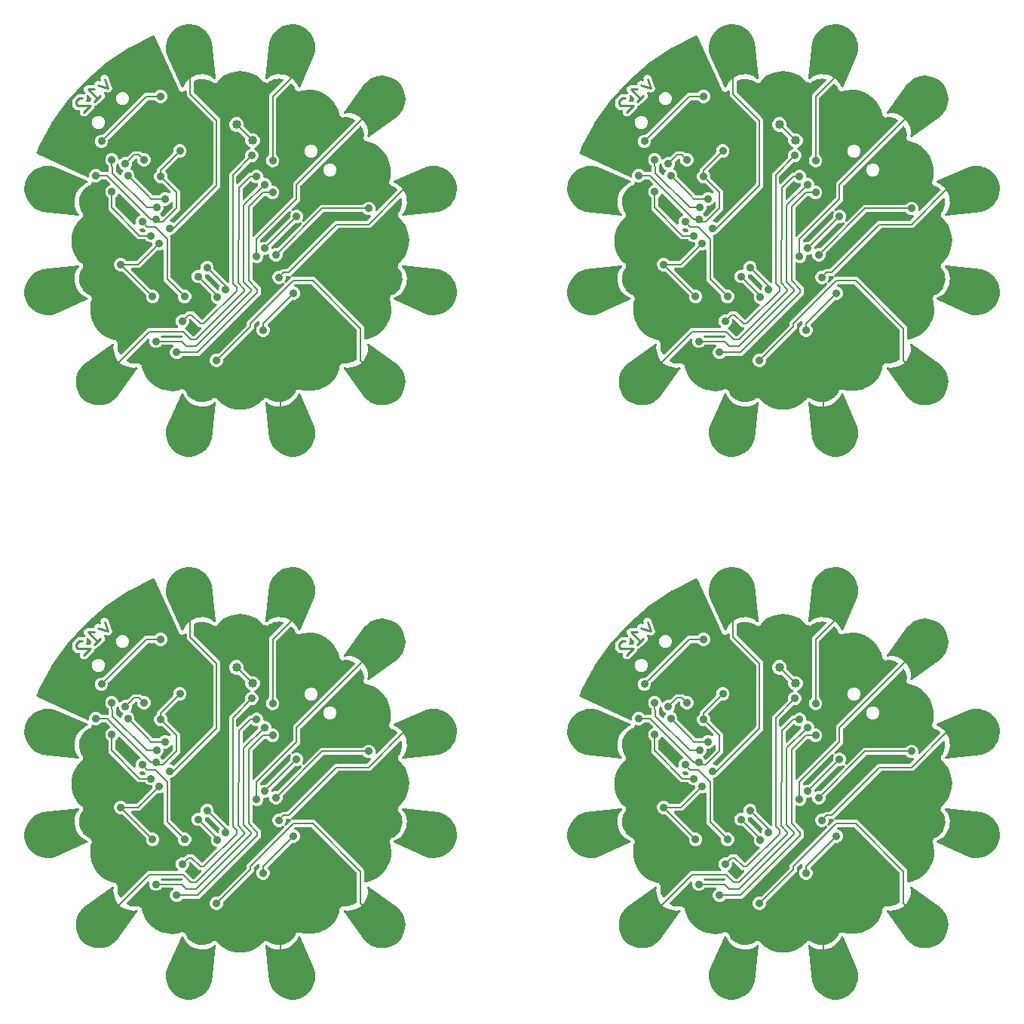
<source format=gbl>
G04 EAGLE Gerber RS-274X export*
G75*
%MOMM*%
%FSLAX34Y34*%
%LPD*%
%INBottom Copper*%
%IPPOS*%
%AMOC8*
5,1,8,0,0,1.08239X$1,22.5*%
G01*
%ADD10C,0.279400*%
%ADD11C,4.064000*%
%ADD12C,1.016000*%
%ADD13C,0.203200*%
%ADD14C,0.889000*%

G36*
X832659Y836722D02*
X832659Y836722D01*
X832814Y836727D01*
X832818Y836728D01*
X832822Y836728D01*
X832970Y836772D01*
X833119Y836815D01*
X833123Y836818D01*
X833127Y836819D01*
X833259Y836898D01*
X833393Y836977D01*
X833397Y836981D01*
X833400Y836982D01*
X833404Y836987D01*
X833514Y837083D01*
X863211Y866780D01*
X895661Y866780D01*
X895799Y866798D01*
X895938Y866811D01*
X895957Y866818D01*
X895977Y866820D01*
X896106Y866871D01*
X896237Y866918D01*
X896254Y866930D01*
X896273Y866937D01*
X896385Y867019D01*
X896500Y867097D01*
X896513Y867112D01*
X896530Y867124D01*
X896619Y867231D01*
X896711Y867335D01*
X896720Y867353D01*
X896733Y867369D01*
X896792Y867495D01*
X896855Y867619D01*
X896860Y867638D01*
X896868Y867657D01*
X896894Y867793D01*
X896925Y867929D01*
X896924Y867949D01*
X896928Y867969D01*
X896919Y868107D01*
X896915Y868247D01*
X896909Y868266D01*
X896908Y868287D01*
X896866Y868418D01*
X896827Y868552D01*
X896816Y868570D01*
X896810Y868589D01*
X896736Y868707D01*
X896665Y868826D01*
X896647Y868847D01*
X896640Y868858D01*
X896625Y868872D01*
X896559Y868947D01*
X895361Y870145D01*
X894220Y872899D01*
X894220Y875881D01*
X895361Y878635D01*
X897469Y880743D01*
X900223Y881884D01*
X902933Y881884D01*
X903031Y881896D01*
X903130Y881899D01*
X903189Y881916D01*
X903249Y881924D01*
X903341Y881960D01*
X903436Y881987D01*
X903488Y882018D01*
X903544Y882041D01*
X903624Y882099D01*
X903710Y882149D01*
X903785Y882215D01*
X903802Y882227D01*
X903810Y882237D01*
X903831Y882255D01*
X907214Y885639D01*
X914174Y885639D01*
X923267Y876546D01*
X923361Y876473D01*
X923450Y876394D01*
X923486Y876376D01*
X923518Y876351D01*
X923627Y876303D01*
X923733Y876249D01*
X923773Y876240D01*
X923810Y876224D01*
X923928Y876206D01*
X924044Y876180D01*
X924084Y876181D01*
X924124Y876175D01*
X924243Y876186D01*
X924361Y876189D01*
X924400Y876201D01*
X924441Y876204D01*
X924553Y876245D01*
X924667Y876278D01*
X924702Y876298D01*
X924740Y876312D01*
X924838Y876379D01*
X924941Y876439D01*
X924986Y876479D01*
X925003Y876491D01*
X925016Y876506D01*
X925062Y876546D01*
X940243Y891727D01*
X940274Y891767D01*
X940311Y891800D01*
X940371Y891892D01*
X940438Y891979D01*
X940458Y892024D01*
X940485Y892066D01*
X940521Y892170D01*
X940565Y892270D01*
X940572Y892320D01*
X940589Y892366D01*
X940597Y892476D01*
X940615Y892585D01*
X940610Y892634D01*
X940614Y892684D01*
X940595Y892792D01*
X940585Y892901D01*
X940568Y892948D01*
X940559Y892997D01*
X940514Y893097D01*
X940477Y893200D01*
X940449Y893242D01*
X940429Y893287D01*
X940360Y893373D01*
X940299Y893464D01*
X940261Y893496D01*
X940230Y893535D01*
X940143Y893601D01*
X940060Y893674D01*
X940016Y893697D01*
X939976Y893727D01*
X939832Y893797D01*
X936982Y894978D01*
X934874Y897086D01*
X933733Y899840D01*
X933733Y902821D01*
X934009Y903488D01*
X934017Y903516D01*
X934030Y903543D01*
X934059Y903669D01*
X934093Y903795D01*
X934094Y903824D01*
X934100Y903853D01*
X934096Y903983D01*
X934098Y904113D01*
X934091Y904141D01*
X934090Y904171D01*
X934054Y904295D01*
X934024Y904422D01*
X934010Y904448D01*
X934002Y904476D01*
X933936Y904588D01*
X933875Y904703D01*
X933855Y904725D01*
X933840Y904750D01*
X933734Y904871D01*
X921791Y916814D01*
X921713Y916875D01*
X921641Y916942D01*
X921588Y916972D01*
X921540Y917009D01*
X921449Y917048D01*
X921362Y917096D01*
X921304Y917111D01*
X921248Y917135D01*
X921150Y917151D01*
X921054Y917175D01*
X920954Y917182D01*
X920934Y917185D01*
X920922Y917184D01*
X920894Y917186D01*
X918184Y917186D01*
X915429Y918326D01*
X913321Y920435D01*
X912180Y923189D01*
X912180Y926170D01*
X913321Y928924D01*
X915429Y931032D01*
X918184Y932173D01*
X920789Y932173D01*
X920908Y932188D01*
X921026Y932195D01*
X921065Y932208D01*
X921105Y932213D01*
X921216Y932257D01*
X921329Y932293D01*
X921363Y932315D01*
X921401Y932330D01*
X921497Y932400D01*
X921598Y932464D01*
X921625Y932493D01*
X921658Y932517D01*
X921734Y932609D01*
X921816Y932695D01*
X921835Y932731D01*
X921861Y932762D01*
X921912Y932869D01*
X921969Y932974D01*
X921979Y933013D01*
X921996Y933049D01*
X922019Y933166D01*
X922048Y933282D01*
X922052Y933342D01*
X922056Y933362D01*
X922055Y933382D01*
X922059Y933442D01*
X922059Y936048D01*
X923200Y938802D01*
X925308Y940911D01*
X928062Y942051D01*
X931043Y942051D01*
X933797Y940911D01*
X935905Y938802D01*
X937046Y936048D01*
X937046Y933338D01*
X937059Y933240D01*
X937062Y933141D01*
X937078Y933083D01*
X937086Y933023D01*
X937122Y932930D01*
X937150Y932835D01*
X937181Y932783D01*
X937203Y932727D01*
X937261Y932647D01*
X937312Y932561D01*
X937378Y932486D01*
X937390Y932469D01*
X937399Y932462D01*
X937418Y932441D01*
X952058Y917801D01*
X952168Y917715D01*
X952275Y917627D01*
X952293Y917618D01*
X952309Y917606D01*
X952437Y917550D01*
X952562Y917491D01*
X952582Y917488D01*
X952601Y917479D01*
X952739Y917458D01*
X952875Y917432D01*
X952895Y917433D01*
X952915Y917430D01*
X953054Y917443D01*
X953192Y917451D01*
X953211Y917457D01*
X953232Y917459D01*
X953363Y917507D01*
X953495Y917549D01*
X953512Y917560D01*
X953531Y917567D01*
X953646Y917645D01*
X953763Y917719D01*
X953777Y917734D01*
X953794Y917746D01*
X953886Y917850D01*
X953981Y917951D01*
X953991Y917969D01*
X954005Y917984D01*
X954068Y918108D01*
X954135Y918230D01*
X954140Y918249D01*
X954149Y918267D01*
X954180Y918403D01*
X954214Y918538D01*
X954216Y918566D01*
X954219Y918578D01*
X954218Y918598D01*
X954225Y918698D01*
X954225Y1040412D01*
X971976Y1058164D01*
X972037Y1058242D01*
X972105Y1058314D01*
X972134Y1058367D01*
X972171Y1058415D01*
X972211Y1058506D01*
X972258Y1058593D01*
X972274Y1058652D01*
X972298Y1058707D01*
X972313Y1058805D01*
X972338Y1058901D01*
X972344Y1059001D01*
X972347Y1059021D01*
X972346Y1059034D01*
X972348Y1059062D01*
X972348Y1061772D01*
X973489Y1064526D01*
X975597Y1066634D01*
X977644Y1067482D01*
X977765Y1067551D01*
X977888Y1067616D01*
X977903Y1067630D01*
X977921Y1067640D01*
X978020Y1067736D01*
X978123Y1067830D01*
X978135Y1067847D01*
X978149Y1067861D01*
X978222Y1067979D01*
X978298Y1068096D01*
X978305Y1068115D01*
X978315Y1068132D01*
X978356Y1068265D01*
X978401Y1068396D01*
X978403Y1068417D01*
X978409Y1068436D01*
X978416Y1068575D01*
X978427Y1068713D01*
X978423Y1068733D01*
X978424Y1068754D01*
X978396Y1068890D01*
X978372Y1069027D01*
X978364Y1069045D01*
X978360Y1069065D01*
X978298Y1069190D01*
X978242Y1069317D01*
X978229Y1069333D01*
X978220Y1069351D01*
X978130Y1069457D01*
X978043Y1069565D01*
X978027Y1069577D01*
X978014Y1069593D01*
X977900Y1069673D01*
X977789Y1069756D01*
X977764Y1069769D01*
X977754Y1069776D01*
X977734Y1069783D01*
X977644Y1069827D01*
X976135Y1070452D01*
X973849Y1072739D01*
X972611Y1075727D01*
X972611Y1079198D01*
X972599Y1079296D01*
X972596Y1079395D01*
X972579Y1079454D01*
X972571Y1079514D01*
X972535Y1079606D01*
X972507Y1079701D01*
X972477Y1079753D01*
X972454Y1079809D01*
X972396Y1079889D01*
X972346Y1079975D01*
X972279Y1080050D01*
X972267Y1080067D01*
X972258Y1080075D01*
X972239Y1080096D01*
X965531Y1086804D01*
X965453Y1086864D01*
X965381Y1086932D01*
X965328Y1086961D01*
X965280Y1086999D01*
X965189Y1087038D01*
X965103Y1087086D01*
X965044Y1087101D01*
X964988Y1087125D01*
X964890Y1087140D01*
X964795Y1087165D01*
X964695Y1087172D01*
X964674Y1087175D01*
X964662Y1087174D01*
X964634Y1087175D01*
X961162Y1087175D01*
X958175Y1088413D01*
X955888Y1090700D01*
X954651Y1093687D01*
X954651Y1096921D01*
X955888Y1099909D01*
X958175Y1102195D01*
X961162Y1103433D01*
X964396Y1103433D01*
X967384Y1102195D01*
X969671Y1099909D01*
X970908Y1096921D01*
X970908Y1093450D01*
X970921Y1093351D01*
X970924Y1093252D01*
X970940Y1093194D01*
X970948Y1093134D01*
X970984Y1093042D01*
X971012Y1092947D01*
X971043Y1092895D01*
X971065Y1092838D01*
X971123Y1092758D01*
X971173Y1092673D01*
X971240Y1092598D01*
X971252Y1092581D01*
X971261Y1092573D01*
X971280Y1092552D01*
X977988Y1085844D01*
X978066Y1085783D01*
X978138Y1085716D01*
X978191Y1085686D01*
X978239Y1085649D01*
X978330Y1085610D01*
X978417Y1085562D01*
X978475Y1085547D01*
X978531Y1085523D01*
X978629Y1085507D01*
X978725Y1085483D01*
X978825Y1085476D01*
X978845Y1085473D01*
X978857Y1085474D01*
X978885Y1085472D01*
X982357Y1085472D01*
X985344Y1084235D01*
X987631Y1081948D01*
X988869Y1078961D01*
X988869Y1075727D01*
X987631Y1072739D01*
X985344Y1070452D01*
X982937Y1069455D01*
X982817Y1069387D01*
X982694Y1069322D01*
X982679Y1069308D01*
X982661Y1069298D01*
X982561Y1069201D01*
X982458Y1069108D01*
X982447Y1069091D01*
X982433Y1069077D01*
X982360Y1068958D01*
X982284Y1068842D01*
X982277Y1068823D01*
X982266Y1068805D01*
X982226Y1068673D01*
X982180Y1068541D01*
X982179Y1068521D01*
X982173Y1068502D01*
X982166Y1068363D01*
X982155Y1068224D01*
X982159Y1068204D01*
X982158Y1068184D01*
X982186Y1068048D01*
X982210Y1067911D01*
X982218Y1067892D01*
X982222Y1067872D01*
X982283Y1067747D01*
X982340Y1067621D01*
X982353Y1067605D01*
X982362Y1067587D01*
X982452Y1067481D01*
X982539Y1067372D01*
X982555Y1067360D01*
X982568Y1067345D01*
X982682Y1067264D01*
X982793Y1067181D01*
X982818Y1067169D01*
X982828Y1067162D01*
X982847Y1067154D01*
X982937Y1067110D01*
X984087Y1066634D01*
X986195Y1064526D01*
X987336Y1061772D01*
X987336Y1058791D01*
X986195Y1056036D01*
X984087Y1053928D01*
X981332Y1052787D01*
X978622Y1052787D01*
X978524Y1052775D01*
X978425Y1052772D01*
X978367Y1052755D01*
X978307Y1052748D01*
X978215Y1052711D01*
X978120Y1052684D01*
X978067Y1052653D01*
X978011Y1052631D01*
X977931Y1052572D01*
X977846Y1052522D01*
X977770Y1052456D01*
X977754Y1052444D01*
X977746Y1052434D01*
X977725Y1052416D01*
X962726Y1037417D01*
X962665Y1037338D01*
X962597Y1037266D01*
X962568Y1037213D01*
X962531Y1037165D01*
X962491Y1037074D01*
X962444Y1036988D01*
X962429Y1036929D01*
X962404Y1036874D01*
X962389Y1036776D01*
X962364Y1036680D01*
X962358Y1036580D01*
X962355Y1036559D01*
X962356Y1036547D01*
X962354Y1036519D01*
X962354Y1029940D01*
X962371Y1029803D01*
X962384Y1029664D01*
X962391Y1029645D01*
X962394Y1029625D01*
X962445Y1029496D01*
X962492Y1029365D01*
X962503Y1029348D01*
X962511Y1029329D01*
X962592Y1029217D01*
X962671Y1029101D01*
X962686Y1029088D01*
X962698Y1029072D01*
X962805Y1028983D01*
X962909Y1028891D01*
X962927Y1028882D01*
X962943Y1028869D01*
X963068Y1028810D01*
X963192Y1028746D01*
X963212Y1028742D01*
X963230Y1028733D01*
X963367Y1028707D01*
X963503Y1028677D01*
X963523Y1028677D01*
X963543Y1028674D01*
X963681Y1028682D01*
X963820Y1028686D01*
X963840Y1028692D01*
X963860Y1028693D01*
X963992Y1028736D01*
X964126Y1028775D01*
X964143Y1028785D01*
X964163Y1028791D01*
X964280Y1028866D01*
X964400Y1028936D01*
X964421Y1028955D01*
X964431Y1028961D01*
X964445Y1028976D01*
X964521Y1029043D01*
X973722Y1038244D01*
X973723Y1038245D01*
X976475Y1040997D01*
X978171Y1040997D01*
X978269Y1041010D01*
X978368Y1041013D01*
X978427Y1041029D01*
X978487Y1041037D01*
X978579Y1041074D01*
X978674Y1041101D01*
X978726Y1041132D01*
X978782Y1041154D01*
X978862Y1041212D01*
X978948Y1041263D01*
X979023Y1041329D01*
X979040Y1041341D01*
X979048Y1041350D01*
X979069Y1041369D01*
X980985Y1043285D01*
X983739Y1044426D01*
X986721Y1044426D01*
X989475Y1043285D01*
X991583Y1041177D01*
X992724Y1038423D01*
X992724Y1036715D01*
X992739Y1036597D01*
X992746Y1036478D01*
X992758Y1036440D01*
X992764Y1036400D01*
X992807Y1036289D01*
X992844Y1036176D01*
X992866Y1036142D01*
X992881Y1036104D01*
X992950Y1036008D01*
X993014Y1035907D01*
X993044Y1035879D01*
X993067Y1035847D01*
X993159Y1035771D01*
X993246Y1035689D01*
X993281Y1035670D01*
X993312Y1035644D01*
X993420Y1035593D01*
X993524Y1035536D01*
X993564Y1035526D01*
X993600Y1035508D01*
X993717Y1035486D01*
X993832Y1035456D01*
X993892Y1035452D01*
X993912Y1035449D01*
X993933Y1035450D01*
X993993Y1035446D01*
X995701Y1035446D01*
X998455Y1034305D01*
X1000563Y1032197D01*
X1001704Y1029443D01*
X1001704Y1027735D01*
X1001719Y1027617D01*
X1001726Y1027498D01*
X1001739Y1027460D01*
X1001744Y1027419D01*
X1001788Y1027309D01*
X1001824Y1027196D01*
X1001846Y1027161D01*
X1001861Y1027124D01*
X1001931Y1027028D01*
X1001994Y1026927D01*
X1002024Y1026899D01*
X1002048Y1026866D01*
X1002139Y1026790D01*
X1002226Y1026709D01*
X1002262Y1026689D01*
X1002293Y1026664D01*
X1002400Y1026613D01*
X1002505Y1026555D01*
X1002544Y1026545D01*
X1002580Y1026528D01*
X1002697Y1026506D01*
X1002813Y1026476D01*
X1002873Y1026472D01*
X1002893Y1026468D01*
X1002913Y1026470D01*
X1002973Y1026466D01*
X1004681Y1026466D01*
X1007435Y1025325D01*
X1009543Y1023217D01*
X1010684Y1020463D01*
X1010684Y1017481D01*
X1009543Y1014727D01*
X1007435Y1012619D01*
X1004681Y1011478D01*
X1001700Y1011478D01*
X998946Y1012619D01*
X997029Y1014536D01*
X996951Y1014596D01*
X996879Y1014664D01*
X996826Y1014693D01*
X996778Y1014730D01*
X996687Y1014770D01*
X996600Y1014818D01*
X996542Y1014833D01*
X996486Y1014857D01*
X996388Y1014872D01*
X996292Y1014897D01*
X996192Y1014903D01*
X996172Y1014907D01*
X996160Y1014905D01*
X996132Y1014907D01*
X994624Y1014907D01*
X994525Y1014895D01*
X994426Y1014892D01*
X994368Y1014875D01*
X994308Y1014867D01*
X994216Y1014831D01*
X994121Y1014803D01*
X994069Y1014773D01*
X994012Y1014750D01*
X993932Y1014692D01*
X993847Y1014642D01*
X993772Y1014576D01*
X993755Y1014564D01*
X993747Y1014554D01*
X993726Y1014536D01*
X980686Y1001496D01*
X980626Y1001417D01*
X980558Y1001345D01*
X980528Y1001292D01*
X980491Y1001244D01*
X980452Y1001153D01*
X980404Y1001067D01*
X980389Y1001008D01*
X980365Y1000953D01*
X980349Y1000855D01*
X980325Y1000759D01*
X980318Y1000659D01*
X980315Y1000638D01*
X980316Y1000626D01*
X980314Y1000598D01*
X980314Y970784D01*
X980332Y970646D01*
X980345Y970507D01*
X980352Y970488D01*
X980354Y970468D01*
X980405Y970339D01*
X980453Y970208D01*
X980464Y970191D01*
X980471Y970172D01*
X980553Y970060D01*
X980631Y969945D01*
X980646Y969931D01*
X980658Y969915D01*
X980765Y969826D01*
X980870Y969734D01*
X980888Y969725D01*
X980903Y969712D01*
X981029Y969653D01*
X981153Y969590D01*
X981173Y969585D01*
X981191Y969577D01*
X981327Y969551D01*
X981463Y969520D01*
X981483Y969521D01*
X981503Y969517D01*
X981642Y969526D01*
X981781Y969530D01*
X981800Y969535D01*
X981821Y969537D01*
X981953Y969580D01*
X982086Y969618D01*
X982104Y969628D01*
X982123Y969635D01*
X982241Y969709D01*
X982360Y969780D01*
X982382Y969798D01*
X982392Y969805D01*
X982406Y969820D01*
X982481Y969886D01*
X1025695Y1013100D01*
X1025755Y1013178D01*
X1025823Y1013250D01*
X1025853Y1013303D01*
X1025890Y1013351D01*
X1025929Y1013442D01*
X1025977Y1013529D01*
X1025992Y1013587D01*
X1026016Y1013643D01*
X1026032Y1013741D01*
X1026056Y1013837D01*
X1026063Y1013937D01*
X1026066Y1013957D01*
X1026065Y1013969D01*
X1026067Y1013997D01*
X1026067Y1029636D01*
X1095277Y1098846D01*
X1095372Y1098969D01*
X1095467Y1099090D01*
X1095469Y1099094D01*
X1095472Y1099097D01*
X1095533Y1099239D01*
X1095596Y1099381D01*
X1095596Y1099385D01*
X1095598Y1099389D01*
X1095622Y1099542D01*
X1095647Y1099695D01*
X1095647Y1099699D01*
X1095648Y1099703D01*
X1095633Y1099858D01*
X1095620Y1100012D01*
X1095618Y1100016D01*
X1095618Y1100020D01*
X1095565Y1100166D01*
X1095514Y1100312D01*
X1095512Y1100315D01*
X1095510Y1100319D01*
X1095423Y1100448D01*
X1095337Y1100576D01*
X1095334Y1100579D01*
X1095332Y1100582D01*
X1095216Y1100684D01*
X1095100Y1100788D01*
X1095095Y1100791D01*
X1095093Y1100793D01*
X1095087Y1100796D01*
X1094962Y1100871D01*
X1092995Y1101887D01*
X1092979Y1101893D01*
X1092964Y1101903D01*
X1092815Y1101964D01*
X1089923Y1102931D01*
X1089906Y1102934D01*
X1089890Y1102941D01*
X1089734Y1102978D01*
X1086728Y1103490D01*
X1086710Y1103491D01*
X1086693Y1103496D01*
X1086533Y1103508D01*
X1084049Y1103544D01*
X1084015Y1103540D01*
X1083980Y1103543D01*
X1083820Y1103526D01*
X1083611Y1103491D01*
X1083603Y1103489D01*
X1083463Y1103457D01*
X1082041Y1103038D01*
X1082024Y1103044D01*
X1081897Y1103093D01*
X1081874Y1103096D01*
X1081852Y1103104D01*
X1081717Y1103115D01*
X1081582Y1103132D01*
X1081559Y1103129D01*
X1081536Y1103131D01*
X1081528Y1103130D01*
X1080332Y1103981D01*
X1080324Y1103985D01*
X1080203Y1104062D01*
X1078901Y1104771D01*
X1078894Y1104787D01*
X1078839Y1104911D01*
X1078825Y1104930D01*
X1078815Y1104951D01*
X1078727Y1105055D01*
X1078643Y1105162D01*
X1078625Y1105176D01*
X1078610Y1105194D01*
X1078604Y1105199D01*
X1078360Y1106646D01*
X1078357Y1106654D01*
X1078349Y1106689D01*
X1078349Y1106692D01*
X1078348Y1106696D01*
X1078326Y1106794D01*
X1076998Y1111300D01*
X1076995Y1111306D01*
X1076994Y1111313D01*
X1076937Y1111463D01*
X1075025Y1115699D01*
X1075021Y1115704D01*
X1075019Y1115711D01*
X1074942Y1115852D01*
X1072468Y1119786D01*
X1072463Y1119791D01*
X1072460Y1119797D01*
X1072365Y1119926D01*
X1069374Y1123484D01*
X1069369Y1123488D01*
X1069366Y1123494D01*
X1069253Y1123609D01*
X1065803Y1126723D01*
X1065798Y1126727D01*
X1065793Y1126732D01*
X1065666Y1126831D01*
X1061822Y1129442D01*
X1061816Y1129445D01*
X1061811Y1129450D01*
X1061672Y1129530D01*
X1057506Y1131590D01*
X1057500Y1131593D01*
X1057494Y1131596D01*
X1057345Y1131657D01*
X1052937Y1133127D01*
X1052930Y1133128D01*
X1052924Y1133131D01*
X1052768Y1133170D01*
X1048199Y1134022D01*
X1048192Y1134023D01*
X1048186Y1134025D01*
X1048026Y1134042D01*
X1043384Y1134260D01*
X1043377Y1134260D01*
X1043371Y1134261D01*
X1043210Y1134256D01*
X1038582Y1133836D01*
X1038575Y1133835D01*
X1038568Y1133835D01*
X1038409Y1133808D01*
X1035205Y1133065D01*
X1035096Y1133025D01*
X1034985Y1132992D01*
X1034927Y1132962D01*
X1034907Y1132955D01*
X1034891Y1132943D01*
X1034842Y1132918D01*
X1033784Y1132287D01*
X1033689Y1132311D01*
X1033557Y1132327D01*
X1033426Y1132348D01*
X1033400Y1132346D01*
X1033374Y1132349D01*
X1033242Y1132332D01*
X1033110Y1132321D01*
X1033074Y1132310D01*
X1033058Y1132308D01*
X1033038Y1132300D01*
X1032955Y1132276D01*
X1032789Y1132218D01*
X1032733Y1132221D01*
X1032635Y1132238D01*
X1032575Y1132232D01*
X1032514Y1132236D01*
X1032417Y1132218D01*
X1032318Y1132210D01*
X1032266Y1132195D01*
X1032260Y1132197D01*
X1032135Y1132238D01*
X1032107Y1132240D01*
X1032080Y1132247D01*
X1031949Y1132251D01*
X1031818Y1132260D01*
X1031790Y1132254D01*
X1031784Y1132255D01*
X1030514Y1133046D01*
X1030502Y1133052D01*
X1030389Y1133115D01*
X1030370Y1133124D01*
X1030327Y1133138D01*
X1030288Y1133159D01*
X1030155Y1133202D01*
X1030120Y1133232D01*
X1030087Y1133250D01*
X1030075Y1133259D01*
X1030055Y1133268D01*
X1029979Y1133310D01*
X1029027Y1133764D01*
X1028970Y1133877D01*
X1028952Y1133898D01*
X1028938Y1133922D01*
X1028848Y1134017D01*
X1028761Y1134117D01*
X1028738Y1134133D01*
X1028734Y1134137D01*
X1028395Y1135595D01*
X1028391Y1135608D01*
X1028355Y1135732D01*
X1027774Y1137372D01*
X1027754Y1137412D01*
X1027741Y1137455D01*
X1027668Y1137599D01*
X1027615Y1137688D01*
X1027604Y1137702D01*
X1027596Y1137718D01*
X1027502Y1137848D01*
X1025555Y1140195D01*
X1025543Y1140207D01*
X1025533Y1140222D01*
X1025419Y1140336D01*
X1024786Y1140896D01*
X1024719Y1140942D01*
X1024659Y1140995D01*
X1024588Y1141031D01*
X1024523Y1141076D01*
X1024447Y1141103D01*
X1024376Y1141140D01*
X1024299Y1141157D01*
X1024224Y1141184D01*
X1024144Y1141192D01*
X1024065Y1141209D01*
X1023986Y1141207D01*
X1023908Y1141215D01*
X1023828Y1141202D01*
X1023747Y1141200D01*
X1023671Y1141178D01*
X1023593Y1141166D01*
X1023519Y1141134D01*
X1023442Y1141111D01*
X1023374Y1141071D01*
X1023301Y1141040D01*
X1023237Y1140991D01*
X1023168Y1140950D01*
X1023052Y1140847D01*
X1023049Y1140846D01*
X1023049Y1140845D01*
X1023047Y1140843D01*
X1007627Y1125423D01*
X1007566Y1125345D01*
X1007498Y1125273D01*
X1007469Y1125220D01*
X1007432Y1125172D01*
X1007393Y1125081D01*
X1007345Y1124994D01*
X1007330Y1124936D01*
X1007306Y1124880D01*
X1007290Y1124782D01*
X1007265Y1124686D01*
X1007259Y1124586D01*
X1007256Y1124566D01*
X1007257Y1124554D01*
X1007255Y1124526D01*
X1007255Y1061952D01*
X1007268Y1061854D01*
X1007271Y1061754D01*
X1007287Y1061696D01*
X1007295Y1061636D01*
X1007332Y1061544D01*
X1007359Y1061449D01*
X1007390Y1061397D01*
X1007412Y1061340D01*
X1007470Y1061260D01*
X1007521Y1061175D01*
X1007587Y1061100D01*
X1007599Y1061083D01*
X1007608Y1061075D01*
X1007627Y1061054D01*
X1009543Y1059138D01*
X1010684Y1056384D01*
X1010684Y1053402D01*
X1009543Y1050648D01*
X1007435Y1048540D01*
X1004681Y1047399D01*
X1001700Y1047399D01*
X998946Y1048540D01*
X996838Y1050648D01*
X995697Y1053402D01*
X995697Y1056384D01*
X996838Y1059138D01*
X998754Y1061054D01*
X998815Y1061132D01*
X998883Y1061205D01*
X998912Y1061258D01*
X998949Y1061305D01*
X998988Y1061396D01*
X999036Y1061483D01*
X999051Y1061542D01*
X999075Y1061597D01*
X999091Y1061695D01*
X999116Y1061791D01*
X999122Y1061891D01*
X999125Y1061911D01*
X999124Y1061924D01*
X999126Y1061952D01*
X999126Y1128419D01*
X1014884Y1144177D01*
X1014927Y1144233D01*
X1014978Y1144282D01*
X1015024Y1144358D01*
X1015079Y1144428D01*
X1015107Y1144493D01*
X1015144Y1144554D01*
X1015170Y1144638D01*
X1015205Y1144720D01*
X1015216Y1144790D01*
X1015237Y1144858D01*
X1015241Y1144946D01*
X1015255Y1145034D01*
X1015248Y1145105D01*
X1015251Y1145176D01*
X1015233Y1145262D01*
X1015225Y1145350D01*
X1015201Y1145417D01*
X1015186Y1145487D01*
X1015147Y1145566D01*
X1015117Y1145650D01*
X1015077Y1145709D01*
X1015046Y1145772D01*
X1014988Y1145839D01*
X1014939Y1145913D01*
X1014885Y1145960D01*
X1014839Y1146014D01*
X1014767Y1146065D01*
X1014700Y1146123D01*
X1014637Y1146156D01*
X1014579Y1146196D01*
X1014496Y1146228D01*
X1014417Y1146268D01*
X1014348Y1146283D01*
X1014281Y1146309D01*
X1014122Y1146336D01*
X1011098Y1146663D01*
X1011080Y1146662D01*
X1011063Y1146666D01*
X1010902Y1146669D01*
X1007856Y1146527D01*
X1007839Y1146524D01*
X1007822Y1146525D01*
X1007662Y1146503D01*
X1004674Y1145894D01*
X1004658Y1145889D01*
X1004641Y1145887D01*
X1004486Y1145841D01*
X1001627Y1144781D01*
X1001612Y1144773D01*
X1001595Y1144769D01*
X1001450Y1144699D01*
X998849Y1143247D01*
X998822Y1143228D01*
X998792Y1143213D01*
X998662Y1143119D01*
X997669Y1142302D01*
X997627Y1142306D01*
X997483Y1142302D01*
X997338Y1142301D01*
X997324Y1142297D01*
X997309Y1142297D01*
X997170Y1142257D01*
X997031Y1142220D01*
X997012Y1142212D01*
X997003Y1142209D01*
X996988Y1142200D01*
X996885Y1142151D01*
X996848Y1142130D01*
X995701Y1142456D01*
X995592Y1142472D01*
X995484Y1142497D01*
X995408Y1142500D01*
X995386Y1142503D01*
X995369Y1142502D01*
X995323Y1142503D01*
X994200Y1142475D01*
X994191Y1142483D01*
X994115Y1142525D01*
X994093Y1142542D01*
X994083Y1142545D01*
X994021Y1142588D01*
X993965Y1142608D01*
X993913Y1142637D01*
X993816Y1142662D01*
X993722Y1142696D01*
X993720Y1142697D01*
X993633Y1142802D01*
X993627Y1142810D01*
X993523Y1142908D01*
X993506Y1142924D01*
X993492Y1142943D01*
X993477Y1142975D01*
X993383Y1143105D01*
X992785Y1143829D01*
X992779Y1143834D01*
X992681Y1143940D01*
X989279Y1147178D01*
X989273Y1147182D01*
X989269Y1147187D01*
X989144Y1147289D01*
X985370Y1150001D01*
X985364Y1150004D01*
X985360Y1150009D01*
X985222Y1150093D01*
X981112Y1152262D01*
X981106Y1152264D01*
X981100Y1152268D01*
X980953Y1152332D01*
X976584Y1153918D01*
X976578Y1153919D01*
X976572Y1153922D01*
X976417Y1153966D01*
X971872Y1154938D01*
X971866Y1154938D01*
X971859Y1154940D01*
X971700Y1154962D01*
X967065Y1155302D01*
X967058Y1155302D01*
X967052Y1155303D01*
X966891Y1155303D01*
X962253Y1155004D01*
X962247Y1155003D01*
X962240Y1155003D01*
X962080Y1154981D01*
X957527Y1154050D01*
X957521Y1154048D01*
X957514Y1154047D01*
X957359Y1154003D01*
X952977Y1152457D01*
X952971Y1152454D01*
X952965Y1152452D01*
X952817Y1152388D01*
X948688Y1150255D01*
X948683Y1150251D01*
X948676Y1150249D01*
X948539Y1150165D01*
X944741Y1147487D01*
X944736Y1147482D01*
X944730Y1147479D01*
X944606Y1147376D01*
X943911Y1146727D01*
X943468Y1146313D01*
X943394Y1146223D01*
X943314Y1146140D01*
X943278Y1146085D01*
X943265Y1146068D01*
X943256Y1146050D01*
X943226Y1146004D01*
X943134Y1145840D01*
X943085Y1145716D01*
X943030Y1145595D01*
X943025Y1145569D01*
X943015Y1145545D01*
X942998Y1145413D01*
X942975Y1145282D01*
X942975Y1145245D01*
X942973Y1145230D01*
X942976Y1145208D01*
X942977Y1145121D01*
X942985Y1145024D01*
X942183Y1144085D01*
X942158Y1144047D01*
X942127Y1144015D01*
X942090Y1143957D01*
X942079Y1143944D01*
X942072Y1143929D01*
X942040Y1143879D01*
X941438Y1142801D01*
X941344Y1142774D01*
X941222Y1142722D01*
X941098Y1142676D01*
X941076Y1142660D01*
X941052Y1142650D01*
X940946Y1142569D01*
X940837Y1142493D01*
X940811Y1142466D01*
X940799Y1142457D01*
X940786Y1142440D01*
X940725Y1142377D01*
X940662Y1142303D01*
X939431Y1142206D01*
X939387Y1142197D01*
X939342Y1142196D01*
X939184Y1142162D01*
X937996Y1141825D01*
X937911Y1141873D01*
X937788Y1141922D01*
X937666Y1141977D01*
X937640Y1141982D01*
X937616Y1141992D01*
X937484Y1142009D01*
X937353Y1142032D01*
X937316Y1142032D01*
X937301Y1142034D01*
X937279Y1142031D01*
X937192Y1142030D01*
X937095Y1142022D01*
X936479Y1142548D01*
X936456Y1142563D01*
X936436Y1142583D01*
X936323Y1142650D01*
X936213Y1142723D01*
X936187Y1142732D01*
X936163Y1142746D01*
X936124Y1142757D01*
X936039Y1142848D01*
X935950Y1142922D01*
X935866Y1143003D01*
X935811Y1143038D01*
X935795Y1143052D01*
X935777Y1143060D01*
X935731Y1143090D01*
X933394Y1144394D01*
X933378Y1144401D01*
X933364Y1144410D01*
X933217Y1144476D01*
X930358Y1145536D01*
X930341Y1145540D01*
X930325Y1145547D01*
X930170Y1145589D01*
X927182Y1146197D01*
X927164Y1146199D01*
X927148Y1146204D01*
X926988Y1146222D01*
X923942Y1146364D01*
X923924Y1146362D01*
X923907Y1146365D01*
X923746Y1146358D01*
X920715Y1146030D01*
X920698Y1146026D01*
X920680Y1146026D01*
X920522Y1145994D01*
X917577Y1145205D01*
X917561Y1145198D01*
X917544Y1145196D01*
X917393Y1145140D01*
X915600Y1144348D01*
X915587Y1144340D01*
X915573Y1144336D01*
X915451Y1144258D01*
X915327Y1144184D01*
X915317Y1144173D01*
X915304Y1144166D01*
X915205Y1144060D01*
X915104Y1143957D01*
X915097Y1143945D01*
X915087Y1143934D01*
X915017Y1143808D01*
X914944Y1143682D01*
X914940Y1143668D01*
X914933Y1143655D01*
X914897Y1143516D01*
X914858Y1143376D01*
X914857Y1143362D01*
X914854Y1143348D01*
X914843Y1143187D01*
X914843Y1131554D01*
X914856Y1131455D01*
X914859Y1131357D01*
X914876Y1131298D01*
X914883Y1131238D01*
X914920Y1131146D01*
X914947Y1131051D01*
X914978Y1130999D01*
X915000Y1130943D01*
X915058Y1130863D01*
X915109Y1130777D01*
X915175Y1130702D01*
X915187Y1130685D01*
X915196Y1130677D01*
X915215Y1130656D01*
X941641Y1104231D01*
X944393Y1101478D01*
X944393Y1025105D01*
X893943Y974655D01*
X893937Y974647D01*
X893930Y974641D01*
X893840Y974522D01*
X893748Y974403D01*
X893744Y974395D01*
X893739Y974387D01*
X893709Y974327D01*
X891590Y972208D01*
X888740Y971028D01*
X888697Y971003D01*
X888650Y970986D01*
X888559Y970924D01*
X888464Y970870D01*
X888428Y970835D01*
X888387Y970808D01*
X888315Y970725D01*
X888236Y970649D01*
X888210Y970606D01*
X888177Y970569D01*
X888127Y970471D01*
X888069Y970378D01*
X888055Y970330D01*
X888032Y970286D01*
X888008Y970179D01*
X887976Y970074D01*
X887973Y970024D01*
X887963Y969976D01*
X887966Y969866D01*
X887961Y969756D01*
X887971Y969708D01*
X887972Y969658D01*
X888003Y969552D01*
X888025Y969445D01*
X888047Y969400D01*
X888061Y969352D01*
X888116Y969258D01*
X888165Y969159D01*
X888197Y969121D01*
X888222Y969078D01*
X888329Y968957D01*
X888716Y968570D01*
X888716Y924195D01*
X888728Y924096D01*
X888731Y923997D01*
X888748Y923939D01*
X888756Y923879D01*
X888792Y923787D01*
X888820Y923692D01*
X888851Y923640D01*
X888873Y923583D01*
X888931Y923503D01*
X888981Y923418D01*
X889048Y923343D01*
X889060Y923326D01*
X889069Y923318D01*
X889088Y923297D01*
X902291Y910094D01*
X902369Y910033D01*
X902441Y909966D01*
X902494Y909936D01*
X902542Y909899D01*
X902633Y909860D01*
X902720Y909812D01*
X902778Y909797D01*
X902834Y909773D01*
X902932Y909757D01*
X903027Y909733D01*
X903127Y909726D01*
X903148Y909723D01*
X903160Y909724D01*
X903188Y909722D01*
X905898Y909722D01*
X908653Y908582D01*
X910761Y906474D01*
X911901Y903719D01*
X911901Y900738D01*
X910761Y897984D01*
X908653Y895876D01*
X905898Y894735D01*
X902917Y894735D01*
X900163Y895876D01*
X898055Y897984D01*
X896914Y900738D01*
X896914Y903448D01*
X896902Y903546D01*
X896899Y903646D01*
X896882Y903704D01*
X896874Y903764D01*
X896838Y903856D01*
X896810Y903951D01*
X896779Y904003D01*
X896757Y904060D01*
X896699Y904140D01*
X896649Y904225D01*
X896582Y904300D01*
X896570Y904317D01*
X896561Y904325D01*
X896542Y904346D01*
X880586Y920302D01*
X880586Y953524D01*
X880580Y953573D01*
X880583Y953623D01*
X880560Y953730D01*
X880547Y953839D01*
X880528Y953886D01*
X880518Y953934D01*
X880470Y954033D01*
X880430Y954135D01*
X880400Y954175D01*
X880379Y954220D01*
X880307Y954303D01*
X880243Y954392D01*
X880204Y954424D01*
X880172Y954462D01*
X880082Y954525D01*
X879998Y954595D01*
X879953Y954616D01*
X879912Y954645D01*
X879809Y954684D01*
X879710Y954731D01*
X879661Y954740D01*
X879615Y954758D01*
X879505Y954770D01*
X879398Y954790D01*
X879348Y954787D01*
X879299Y954793D01*
X879190Y954777D01*
X879080Y954771D01*
X879033Y954755D01*
X878984Y954748D01*
X878831Y954696D01*
X877162Y954005D01*
X874451Y954005D01*
X874353Y953992D01*
X874254Y953989D01*
X874196Y953972D01*
X874136Y953965D01*
X874044Y953928D01*
X873949Y953901D01*
X873896Y953870D01*
X873840Y953848D01*
X873760Y953790D01*
X873675Y953739D01*
X873599Y953673D01*
X873583Y953661D01*
X873575Y953652D01*
X873554Y953633D01*
X854006Y934085D01*
X845443Y934085D01*
X845305Y934068D01*
X845167Y934055D01*
X845148Y934048D01*
X845127Y934045D01*
X844998Y933994D01*
X844867Y933947D01*
X844851Y933936D01*
X844832Y933928D01*
X844720Y933847D01*
X844604Y933768D01*
X844591Y933753D01*
X844574Y933741D01*
X844486Y933634D01*
X844394Y933530D01*
X844385Y933512D01*
X844372Y933496D01*
X844312Y933370D01*
X844249Y933247D01*
X844245Y933227D01*
X844236Y933209D01*
X844210Y933072D01*
X844179Y932936D01*
X844180Y932916D01*
X844176Y932896D01*
X844185Y932758D01*
X844189Y932619D01*
X844195Y932599D01*
X844196Y932579D01*
X844239Y932447D01*
X844278Y932313D01*
X844288Y932296D01*
X844294Y932276D01*
X844368Y932159D01*
X844439Y932039D01*
X844458Y932018D01*
X844464Y932008D01*
X844479Y931994D01*
X844545Y931918D01*
X866370Y910094D01*
X866448Y910033D01*
X866520Y909966D01*
X866573Y909936D01*
X866621Y909899D01*
X866712Y909860D01*
X866798Y909812D01*
X866857Y909797D01*
X866913Y909773D01*
X867011Y909757D01*
X867106Y909733D01*
X867206Y909726D01*
X867227Y909723D01*
X867239Y909724D01*
X867267Y909722D01*
X869977Y909722D01*
X872732Y908582D01*
X874840Y906474D01*
X875980Y903719D01*
X875980Y900738D01*
X874840Y897984D01*
X872732Y895876D01*
X869977Y894735D01*
X866996Y894735D01*
X864242Y895876D01*
X862134Y897984D01*
X860993Y900738D01*
X860993Y903448D01*
X860981Y903546D01*
X860978Y903645D01*
X860961Y903704D01*
X860953Y903764D01*
X860917Y903856D01*
X860889Y903951D01*
X860858Y904003D01*
X860836Y904059D01*
X860778Y904140D01*
X860728Y904225D01*
X860661Y904300D01*
X860649Y904317D01*
X860640Y904325D01*
X860621Y904346D01*
X834683Y930284D01*
X834604Y930345D01*
X834532Y930413D01*
X834479Y930442D01*
X834431Y930479D01*
X834340Y930519D01*
X834254Y930566D01*
X834195Y930581D01*
X834140Y930606D01*
X834042Y930621D01*
X833946Y930646D01*
X833846Y930652D01*
X833825Y930655D01*
X833813Y930654D01*
X833785Y930656D01*
X831075Y930656D01*
X828321Y931797D01*
X826213Y933905D01*
X825072Y936659D01*
X825072Y939640D01*
X826213Y942395D01*
X828321Y944503D01*
X831075Y945643D01*
X834056Y945643D01*
X836811Y944503D01*
X838727Y942586D01*
X838805Y942526D01*
X838877Y942458D01*
X838930Y942428D01*
X838978Y942391D01*
X839069Y942352D01*
X839156Y942304D01*
X839214Y942289D01*
X839270Y942265D01*
X839368Y942249D01*
X839464Y942225D01*
X839564Y942218D01*
X839584Y942215D01*
X839596Y942216D01*
X839624Y942214D01*
X850113Y942214D01*
X850211Y942227D01*
X850310Y942230D01*
X850368Y942247D01*
X850428Y942254D01*
X850521Y942291D01*
X850616Y942318D01*
X850668Y942349D01*
X850724Y942371D01*
X850804Y942429D01*
X850890Y942480D01*
X850965Y942546D01*
X850981Y942558D01*
X850989Y942568D01*
X851010Y942586D01*
X867805Y959381D01*
X867866Y959460D01*
X867934Y959532D01*
X867963Y959585D01*
X868000Y959633D01*
X868040Y959724D01*
X868088Y959810D01*
X868103Y959869D01*
X868127Y959924D01*
X868142Y960022D01*
X868167Y960118D01*
X868173Y960218D01*
X868177Y960239D01*
X868175Y960251D01*
X868177Y960279D01*
X868177Y961716D01*
X868162Y961834D01*
X868155Y961953D01*
X868142Y961991D01*
X868137Y962031D01*
X868094Y962142D01*
X868057Y962255D01*
X868035Y962289D01*
X868020Y962327D01*
X867950Y962423D01*
X867887Y962524D01*
X867857Y962551D01*
X867833Y962584D01*
X867742Y962660D01*
X867655Y962742D01*
X867620Y962761D01*
X867589Y962787D01*
X867481Y962838D01*
X867377Y962895D01*
X867337Y962905D01*
X867301Y962923D01*
X867184Y962945D01*
X867069Y962975D01*
X867008Y962978D01*
X866988Y962982D01*
X866968Y962981D01*
X866908Y962985D01*
X865200Y962985D01*
X862446Y964126D01*
X860529Y966042D01*
X860451Y966103D01*
X860379Y966171D01*
X860326Y966200D01*
X860278Y966237D01*
X860187Y966276D01*
X860101Y966324D01*
X860042Y966339D01*
X859986Y966363D01*
X859888Y966379D01*
X859793Y966404D01*
X859693Y966410D01*
X859672Y966413D01*
X859660Y966412D01*
X859632Y966414D01*
X852435Y966414D01*
X849682Y969166D01*
X849682Y969167D01*
X818753Y1000096D01*
X818623Y1000226D01*
X818623Y1012811D01*
X818610Y1012909D01*
X818607Y1013009D01*
X818590Y1013067D01*
X818583Y1013127D01*
X818546Y1013219D01*
X818519Y1013314D01*
X818488Y1013366D01*
X818466Y1013422D01*
X818408Y1013503D01*
X818357Y1013588D01*
X818291Y1013663D01*
X818279Y1013680D01*
X818270Y1013688D01*
X818251Y1013709D01*
X816335Y1015625D01*
X815194Y1018379D01*
X815194Y1021361D01*
X816335Y1024115D01*
X818443Y1026223D01*
X820022Y1026877D01*
X820065Y1026902D01*
X820112Y1026919D01*
X820203Y1026980D01*
X820299Y1027035D01*
X820334Y1027069D01*
X820375Y1027097D01*
X820448Y1027179D01*
X820527Y1027256D01*
X820553Y1027298D01*
X820586Y1027336D01*
X820636Y1027433D01*
X820693Y1027527D01*
X820708Y1027575D01*
X820730Y1027619D01*
X820755Y1027726D01*
X820787Y1027831D01*
X820789Y1027881D01*
X820800Y1027929D01*
X820797Y1028039D01*
X820802Y1028149D01*
X820792Y1028197D01*
X820790Y1028247D01*
X820760Y1028353D01*
X820738Y1028460D01*
X820716Y1028505D01*
X820702Y1028553D01*
X820646Y1028647D01*
X820598Y1028746D01*
X820566Y1028784D01*
X820540Y1028827D01*
X820434Y1028947D01*
X815987Y1033394D01*
X815909Y1033455D01*
X815837Y1033523D01*
X815784Y1033552D01*
X815736Y1033589D01*
X815645Y1033628D01*
X815558Y1033676D01*
X815500Y1033691D01*
X815444Y1033715D01*
X815346Y1033731D01*
X815251Y1033756D01*
X815151Y1033762D01*
X815130Y1033765D01*
X815118Y1033764D01*
X815090Y1033766D01*
X811786Y1033766D01*
X811687Y1033753D01*
X811588Y1033750D01*
X811530Y1033734D01*
X811470Y1033726D01*
X811378Y1033690D01*
X811283Y1033662D01*
X811231Y1033631D01*
X811174Y1033609D01*
X811094Y1033551D01*
X811009Y1033500D01*
X810934Y1033434D01*
X810917Y1033422D01*
X810909Y1033413D01*
X810888Y1033394D01*
X808972Y1031478D01*
X806218Y1030337D01*
X803236Y1030337D01*
X801605Y1031012D01*
X801522Y1031035D01*
X801442Y1031067D01*
X801370Y1031077D01*
X801299Y1031096D01*
X801212Y1031098D01*
X801127Y1031109D01*
X801054Y1031100D01*
X800981Y1031101D01*
X800897Y1031081D01*
X800811Y1031071D01*
X800743Y1031044D01*
X800671Y1031027D01*
X800595Y1030987D01*
X800515Y1030956D01*
X800455Y1030913D01*
X800390Y1030878D01*
X800327Y1030821D01*
X800257Y1030770D01*
X800209Y1030714D01*
X800155Y1030665D01*
X800108Y1030593D01*
X800052Y1030527D01*
X799986Y1030408D01*
X799980Y1030399D01*
X799979Y1030394D01*
X799974Y1030386D01*
X799584Y1029569D01*
X799570Y1029526D01*
X799549Y1029487D01*
X799531Y1029433D01*
X799527Y1029424D01*
X799525Y1029413D01*
X799500Y1029334D01*
X799197Y1028136D01*
X799113Y1028086D01*
X799009Y1028004D01*
X798901Y1027927D01*
X798884Y1027906D01*
X798863Y1027890D01*
X798782Y1027785D01*
X798696Y1027683D01*
X798678Y1027650D01*
X798669Y1027638D01*
X798660Y1027618D01*
X798618Y1027542D01*
X798576Y1027454D01*
X797412Y1027042D01*
X797372Y1027022D01*
X797329Y1027009D01*
X797186Y1026936D01*
X794672Y1025435D01*
X794658Y1025425D01*
X794642Y1025417D01*
X794512Y1025323D01*
X792165Y1023376D01*
X792153Y1023364D01*
X792138Y1023354D01*
X792024Y1023240D01*
X790004Y1020957D01*
X789994Y1020942D01*
X789981Y1020931D01*
X789886Y1020801D01*
X788240Y1018234D01*
X788232Y1018218D01*
X788221Y1018205D01*
X788147Y1018062D01*
X786915Y1015273D01*
X786910Y1015256D01*
X786901Y1015241D01*
X786850Y1015088D01*
X786061Y1012143D01*
X786058Y1012126D01*
X786052Y1012109D01*
X786025Y1011951D01*
X785697Y1008919D01*
X785698Y1008901D01*
X785694Y1008884D01*
X785691Y1008723D01*
X785833Y1005677D01*
X785836Y1005660D01*
X785835Y1005643D01*
X785857Y1005483D01*
X786466Y1002495D01*
X786471Y1002479D01*
X786473Y1002462D01*
X786519Y1002307D01*
X787579Y999448D01*
X787587Y999433D01*
X787591Y999416D01*
X787661Y999271D01*
X789113Y996670D01*
X789132Y996643D01*
X789147Y996613D01*
X789241Y996483D01*
X790099Y995440D01*
X790100Y995433D01*
X790099Y995409D01*
X790124Y995275D01*
X790145Y995141D01*
X790154Y995120D01*
X790158Y995097D01*
X790216Y994973D01*
X790269Y994848D01*
X790283Y994830D01*
X790293Y994809D01*
X790298Y994802D01*
X790159Y993341D01*
X790159Y993333D01*
X790153Y993190D01*
X790190Y991708D01*
X790180Y991693D01*
X790148Y991650D01*
X790135Y991634D01*
X790132Y991628D01*
X790099Y991583D01*
X790091Y991562D01*
X790078Y991543D01*
X790031Y991415D01*
X790028Y991406D01*
X789999Y991346D01*
X789996Y991327D01*
X789980Y991289D01*
X789977Y991265D01*
X789969Y991244D01*
X789968Y991236D01*
X788837Y990301D01*
X788831Y990295D01*
X788726Y990197D01*
X785488Y986794D01*
X785484Y986789D01*
X785478Y986785D01*
X785376Y986660D01*
X782664Y982886D01*
X782661Y982880D01*
X782657Y982875D01*
X782573Y982738D01*
X780404Y978628D01*
X780401Y978622D01*
X780397Y978616D01*
X780333Y978469D01*
X778748Y974100D01*
X778746Y974094D01*
X778743Y974088D01*
X778699Y973933D01*
X777728Y969388D01*
X777727Y969382D01*
X777725Y969375D01*
X777703Y969216D01*
X777363Y964581D01*
X777364Y964574D01*
X777362Y964568D01*
X777362Y964407D01*
X777661Y959769D01*
X777662Y959762D01*
X777662Y959756D01*
X777684Y959596D01*
X778615Y955043D01*
X778618Y955037D01*
X778618Y955030D01*
X778662Y954875D01*
X780208Y950493D01*
X780211Y950487D01*
X780213Y950480D01*
X780278Y950333D01*
X782410Y946204D01*
X782414Y946198D01*
X782416Y946192D01*
X782500Y946055D01*
X785179Y942257D01*
X785183Y942252D01*
X785186Y942246D01*
X785289Y942122D01*
X786089Y941266D01*
X786178Y941191D01*
X786262Y941111D01*
X786317Y941076D01*
X786333Y941062D01*
X786351Y941054D01*
X786397Y941024D01*
X786520Y940955D01*
X786643Y940906D01*
X786765Y940851D01*
X786791Y940846D01*
X786815Y940836D01*
X786946Y940819D01*
X787078Y940796D01*
X787115Y940796D01*
X787130Y940794D01*
X787152Y940797D01*
X787239Y940798D01*
X787336Y940806D01*
X788275Y940004D01*
X788313Y939979D01*
X788345Y939948D01*
X788481Y939861D01*
X789559Y939259D01*
X789586Y939165D01*
X789638Y939043D01*
X789684Y938919D01*
X789700Y938897D01*
X789710Y938873D01*
X789791Y938767D01*
X789867Y938658D01*
X789894Y938632D01*
X789903Y938620D01*
X789920Y938607D01*
X789983Y938546D01*
X790057Y938483D01*
X790154Y937252D01*
X790163Y937208D01*
X790164Y937163D01*
X790198Y937005D01*
X790535Y935817D01*
X790487Y935732D01*
X790438Y935609D01*
X790383Y935487D01*
X790378Y935461D01*
X790368Y935437D01*
X790351Y935305D01*
X790336Y935220D01*
X790329Y935187D01*
X790330Y935184D01*
X790328Y935174D01*
X790328Y935137D01*
X790326Y935122D01*
X790329Y935100D01*
X790330Y935013D01*
X790338Y934916D01*
X790322Y934898D01*
X790268Y934815D01*
X790206Y934737D01*
X790181Y934682D01*
X790147Y934632D01*
X790115Y934538D01*
X790074Y934448D01*
X790064Y934388D01*
X790044Y934331D01*
X790037Y934232D01*
X790019Y934134D01*
X790021Y934034D01*
X790020Y934021D01*
X789949Y933913D01*
X789940Y933887D01*
X789925Y933863D01*
X789888Y933736D01*
X789846Y933612D01*
X789843Y933584D01*
X789842Y933578D01*
X789751Y933493D01*
X788822Y932625D01*
X788748Y932536D01*
X788668Y932452D01*
X788633Y932397D01*
X788619Y932381D01*
X788611Y932363D01*
X788581Y932317D01*
X787966Y931215D01*
X787959Y931199D01*
X787950Y931185D01*
X787884Y931038D01*
X786824Y928179D01*
X786820Y928162D01*
X786813Y928146D01*
X786771Y927991D01*
X786163Y925003D01*
X786161Y924985D01*
X786156Y924969D01*
X786138Y924809D01*
X785996Y921763D01*
X785998Y921745D01*
X785995Y921728D01*
X786002Y921567D01*
X786330Y918536D01*
X786334Y918519D01*
X786334Y918501D01*
X786366Y918343D01*
X787155Y915398D01*
X787162Y915382D01*
X787164Y915365D01*
X787220Y915214D01*
X788452Y912424D01*
X788461Y912410D01*
X788467Y912393D01*
X788545Y912252D01*
X790191Y909685D01*
X790202Y909672D01*
X790210Y909657D01*
X790309Y909529D01*
X792329Y907246D01*
X792342Y907234D01*
X792353Y907220D01*
X792470Y907110D01*
X794817Y905163D01*
X794832Y905154D01*
X794844Y905142D01*
X794977Y905051D01*
X797309Y903659D01*
X797411Y903615D01*
X797508Y903563D01*
X797581Y903540D01*
X797601Y903531D01*
X797618Y903529D01*
X797662Y903515D01*
X798535Y903304D01*
X798606Y903215D01*
X798623Y903202D01*
X798638Y903185D01*
X798750Y903106D01*
X798860Y903024D01*
X798880Y903015D01*
X798898Y903003D01*
X798939Y902984D01*
X798961Y902936D01*
X799036Y902814D01*
X799109Y902689D01*
X799120Y902678D01*
X799128Y902666D01*
X799231Y902566D01*
X799333Y902463D01*
X799350Y902451D01*
X799357Y902445D01*
X799372Y902436D01*
X799466Y902372D01*
X799502Y902350D01*
X799747Y901379D01*
X799788Y901276D01*
X799820Y901171D01*
X799855Y901104D01*
X799863Y901083D01*
X799874Y901069D01*
X799895Y901028D01*
X800382Y900231D01*
X800367Y900102D01*
X800371Y900080D01*
X800369Y900058D01*
X800393Y899922D01*
X800412Y899787D01*
X800420Y899766D01*
X800424Y899745D01*
X800429Y899731D01*
X800410Y899679D01*
X800377Y899538D01*
X800340Y899399D01*
X800340Y899384D01*
X800337Y899369D01*
X800339Y899224D01*
X800338Y899081D01*
X800342Y899061D01*
X800342Y899051D01*
X800347Y899034D01*
X800368Y898923D01*
X800378Y898881D01*
X799895Y898071D01*
X799851Y897970D01*
X799799Y897872D01*
X799776Y897800D01*
X799767Y897780D01*
X799764Y897762D01*
X799751Y897719D01*
X798763Y893629D01*
X798763Y893623D01*
X798760Y893616D01*
X798734Y893458D01*
X798273Y888833D01*
X798273Y888827D01*
X798271Y888820D01*
X798267Y888659D01*
X798444Y884015D01*
X798445Y884009D01*
X798444Y884002D01*
X798462Y883842D01*
X799273Y879266D01*
X799275Y879260D01*
X799276Y879253D01*
X799316Y879097D01*
X800746Y874675D01*
X800749Y874669D01*
X800750Y874663D01*
X800811Y874514D01*
X802834Y870330D01*
X802838Y870324D01*
X802840Y870318D01*
X802921Y870178D01*
X805498Y866311D01*
X805502Y866306D01*
X805506Y866300D01*
X805604Y866173D01*
X808687Y862696D01*
X808693Y862692D01*
X808696Y862686D01*
X808812Y862574D01*
X812342Y859552D01*
X812348Y859548D01*
X812353Y859543D01*
X812482Y859448D01*
X816393Y856938D01*
X816399Y856935D01*
X816405Y856931D01*
X816546Y856854D01*
X820765Y854904D01*
X820771Y854902D01*
X820777Y854899D01*
X820928Y854842D01*
X824906Y853631D01*
X825020Y853611D01*
X825133Y853584D01*
X825199Y853581D01*
X825220Y853577D01*
X825239Y853579D01*
X825294Y853576D01*
X826210Y853589D01*
X826280Y853521D01*
X826386Y853442D01*
X826489Y853357D01*
X826513Y853346D01*
X826534Y853330D01*
X826656Y853279D01*
X826777Y853223D01*
X826813Y853214D01*
X826827Y853208D01*
X826849Y853205D01*
X826933Y853184D01*
X827062Y853160D01*
X827146Y853065D01*
X827170Y853050D01*
X827189Y853030D01*
X827301Y852961D01*
X827410Y852888D01*
X827437Y852878D01*
X827442Y852875D01*
X827884Y852048D01*
X827951Y851953D01*
X828011Y851854D01*
X828055Y851805D01*
X828067Y851788D01*
X828082Y851775D01*
X828119Y851734D01*
X828776Y851096D01*
X828777Y850999D01*
X828796Y850867D01*
X828809Y850735D01*
X828818Y850710D01*
X828822Y850684D01*
X828872Y850561D01*
X828918Y850436D01*
X828937Y850404D01*
X828943Y850390D01*
X828956Y850373D01*
X829001Y850298D01*
X829075Y850190D01*
X829068Y850063D01*
X829073Y850036D01*
X829073Y850008D01*
X829104Y849880D01*
X829129Y849751D01*
X829141Y849726D01*
X829142Y849720D01*
X828869Y848823D01*
X828850Y848708D01*
X828822Y848595D01*
X828819Y848530D01*
X828815Y848509D01*
X828817Y848490D01*
X828814Y848435D01*
X828852Y845827D01*
X828854Y845810D01*
X828853Y845792D01*
X828870Y845632D01*
X829382Y842626D01*
X829387Y842610D01*
X829388Y842592D01*
X829429Y842437D01*
X830397Y839545D01*
X830404Y839529D01*
X830408Y839512D01*
X830473Y839365D01*
X831489Y837398D01*
X831576Y837272D01*
X831664Y837142D01*
X831667Y837139D01*
X831669Y837136D01*
X831785Y837036D01*
X831902Y836932D01*
X831906Y836930D01*
X831909Y836927D01*
X832046Y836859D01*
X832186Y836787D01*
X832190Y836786D01*
X832193Y836784D01*
X832345Y836751D01*
X832496Y836717D01*
X832500Y836718D01*
X832504Y836717D01*
X832659Y836722D01*
G37*
G36*
X832659Y227122D02*
X832659Y227122D01*
X832814Y227127D01*
X832818Y227128D01*
X832822Y227128D01*
X832969Y227172D01*
X833119Y227215D01*
X833123Y227218D01*
X833127Y227219D01*
X833259Y227298D01*
X833393Y227377D01*
X833397Y227381D01*
X833399Y227382D01*
X833405Y227387D01*
X833514Y227483D01*
X863211Y257180D01*
X895661Y257180D01*
X895799Y257198D01*
X895938Y257211D01*
X895957Y257218D01*
X895977Y257220D01*
X896106Y257271D01*
X896237Y257318D01*
X896254Y257330D01*
X896273Y257337D01*
X896385Y257419D01*
X896500Y257497D01*
X896513Y257512D01*
X896530Y257524D01*
X896619Y257631D01*
X896711Y257735D01*
X896720Y257753D01*
X896733Y257769D01*
X896792Y257895D01*
X896855Y258019D01*
X896860Y258038D01*
X896868Y258057D01*
X896894Y258193D01*
X896925Y258329D01*
X896924Y258349D01*
X896928Y258369D01*
X896919Y258507D01*
X896915Y258647D01*
X896909Y258666D01*
X896908Y258687D01*
X896866Y258818D01*
X896827Y258952D01*
X896816Y258970D01*
X896810Y258989D01*
X896736Y259107D01*
X896665Y259226D01*
X896647Y259247D01*
X896640Y259258D01*
X896625Y259272D01*
X896559Y259347D01*
X895361Y260545D01*
X894220Y263299D01*
X894220Y266281D01*
X895361Y269035D01*
X897469Y271143D01*
X900223Y272284D01*
X902933Y272284D01*
X903031Y272296D01*
X903130Y272299D01*
X903189Y272316D01*
X903249Y272324D01*
X903341Y272360D01*
X903436Y272387D01*
X903488Y272418D01*
X903544Y272441D01*
X903624Y272499D01*
X903710Y272549D01*
X903785Y272615D01*
X903802Y272627D01*
X903810Y272637D01*
X903831Y272655D01*
X907214Y276039D01*
X914174Y276039D01*
X923267Y266946D01*
X923361Y266873D01*
X923450Y266794D01*
X923486Y266776D01*
X923518Y266751D01*
X923627Y266703D01*
X923733Y266649D01*
X923773Y266640D01*
X923810Y266624D01*
X923928Y266606D01*
X924044Y266580D01*
X924084Y266581D01*
X924124Y266575D01*
X924243Y266586D01*
X924361Y266589D01*
X924400Y266601D01*
X924441Y266604D01*
X924553Y266645D01*
X924667Y266678D01*
X924702Y266698D01*
X924740Y266712D01*
X924838Y266779D01*
X924941Y266839D01*
X924986Y266879D01*
X925003Y266891D01*
X925016Y266906D01*
X925062Y266946D01*
X940243Y282127D01*
X940274Y282167D01*
X940311Y282200D01*
X940371Y282292D01*
X940438Y282379D01*
X940458Y282424D01*
X940485Y282466D01*
X940521Y282570D01*
X940565Y282670D01*
X940572Y282720D01*
X940589Y282766D01*
X940597Y282876D01*
X940615Y282985D01*
X940610Y283034D01*
X940614Y283084D01*
X940595Y283192D01*
X940585Y283301D01*
X940568Y283348D01*
X940559Y283397D01*
X940514Y283497D01*
X940477Y283600D01*
X940449Y283642D01*
X940429Y283687D01*
X940360Y283773D01*
X940299Y283864D01*
X940261Y283896D01*
X940230Y283935D01*
X940143Y284001D01*
X940060Y284074D01*
X940016Y284097D01*
X939976Y284127D01*
X939832Y284197D01*
X936982Y285378D01*
X934874Y287486D01*
X933733Y290240D01*
X933733Y293221D01*
X934009Y293888D01*
X934017Y293916D01*
X934030Y293943D01*
X934059Y294069D01*
X934093Y294195D01*
X934094Y294224D01*
X934100Y294253D01*
X934096Y294383D01*
X934098Y294513D01*
X934091Y294541D01*
X934090Y294571D01*
X934054Y294695D01*
X934024Y294822D01*
X934010Y294848D01*
X934002Y294876D01*
X933936Y294988D01*
X933875Y295103D01*
X933855Y295125D01*
X933840Y295150D01*
X933734Y295271D01*
X921791Y307214D01*
X921713Y307275D01*
X921641Y307342D01*
X921588Y307372D01*
X921540Y307409D01*
X921449Y307448D01*
X921362Y307496D01*
X921304Y307511D01*
X921248Y307535D01*
X921150Y307551D01*
X921054Y307575D01*
X920954Y307582D01*
X920934Y307585D01*
X920922Y307584D01*
X920894Y307586D01*
X918184Y307586D01*
X915429Y308726D01*
X913321Y310835D01*
X912180Y313589D01*
X912180Y316570D01*
X913321Y319324D01*
X915429Y321432D01*
X918184Y322573D01*
X920789Y322573D01*
X920908Y322588D01*
X921026Y322595D01*
X921065Y322608D01*
X921105Y322613D01*
X921216Y322657D01*
X921329Y322693D01*
X921363Y322715D01*
X921401Y322730D01*
X921497Y322800D01*
X921598Y322864D01*
X921625Y322893D01*
X921658Y322917D01*
X921734Y323009D01*
X921816Y323095D01*
X921835Y323131D01*
X921861Y323162D01*
X921912Y323269D01*
X921969Y323374D01*
X921979Y323413D01*
X921996Y323449D01*
X922019Y323566D01*
X922048Y323682D01*
X922052Y323742D01*
X922056Y323762D01*
X922055Y323782D01*
X922059Y323842D01*
X922059Y326448D01*
X923200Y329202D01*
X925308Y331311D01*
X928062Y332451D01*
X931043Y332451D01*
X933797Y331311D01*
X935905Y329202D01*
X937046Y326448D01*
X937046Y323738D01*
X937059Y323640D01*
X937062Y323541D01*
X937078Y323483D01*
X937086Y323422D01*
X937122Y323330D01*
X937150Y323235D01*
X937181Y323183D01*
X937203Y323127D01*
X937261Y323047D01*
X937312Y322961D01*
X937378Y322886D01*
X937390Y322869D01*
X937399Y322862D01*
X937418Y322841D01*
X951519Y308740D01*
X951519Y308739D01*
X952058Y308201D01*
X952168Y308116D01*
X952275Y308027D01*
X952293Y308018D01*
X952309Y308006D01*
X952437Y307950D01*
X952562Y307891D01*
X952582Y307888D01*
X952601Y307879D01*
X952739Y307857D01*
X952875Y307832D01*
X952895Y307833D01*
X952915Y307830D01*
X953054Y307843D01*
X953192Y307851D01*
X953211Y307857D01*
X953232Y307859D01*
X953363Y307906D01*
X953495Y307949D01*
X953512Y307960D01*
X953531Y307967D01*
X953646Y308045D01*
X953763Y308119D01*
X953777Y308134D01*
X953794Y308146D01*
X953886Y308250D01*
X953981Y308351D01*
X953991Y308369D01*
X954004Y308384D01*
X954068Y308508D01*
X954135Y308630D01*
X954140Y308649D01*
X954149Y308667D01*
X954180Y308803D01*
X954214Y308938D01*
X954216Y308966D01*
X954219Y308978D01*
X954218Y308998D01*
X954225Y309098D01*
X954225Y430812D01*
X971976Y448564D01*
X972037Y448642D01*
X972105Y448714D01*
X972134Y448767D01*
X972171Y448815D01*
X972211Y448906D01*
X972258Y448993D01*
X972274Y449052D01*
X972298Y449107D01*
X972313Y449205D01*
X972338Y449301D01*
X972344Y449401D01*
X972347Y449421D01*
X972346Y449434D01*
X972348Y449462D01*
X972348Y452172D01*
X973489Y454926D01*
X975597Y457034D01*
X977644Y457882D01*
X977765Y457951D01*
X977888Y458016D01*
X977903Y458030D01*
X977921Y458040D01*
X978021Y458136D01*
X978123Y458230D01*
X978134Y458247D01*
X978149Y458261D01*
X978222Y458379D01*
X978298Y458496D01*
X978305Y458515D01*
X978315Y458532D01*
X978356Y458665D01*
X978401Y458796D01*
X978403Y458817D01*
X978409Y458836D01*
X978415Y458974D01*
X978427Y459113D01*
X978423Y459134D01*
X978424Y459154D01*
X978396Y459289D01*
X978372Y459427D01*
X978364Y459445D01*
X978360Y459465D01*
X978298Y459590D01*
X978242Y459717D01*
X978229Y459733D01*
X978220Y459751D01*
X978130Y459857D01*
X978043Y459965D01*
X978027Y459977D01*
X978014Y459993D01*
X977900Y460073D01*
X977789Y460156D01*
X977764Y460169D01*
X977754Y460176D01*
X977734Y460183D01*
X977644Y460227D01*
X976135Y460852D01*
X973849Y463139D01*
X972611Y466127D01*
X972611Y469598D01*
X972599Y469696D01*
X972596Y469795D01*
X972579Y469854D01*
X972571Y469914D01*
X972535Y470006D01*
X972507Y470101D01*
X972477Y470153D01*
X972454Y470209D01*
X972396Y470289D01*
X972346Y470375D01*
X972279Y470450D01*
X972267Y470467D01*
X972258Y470475D01*
X972239Y470496D01*
X965531Y477204D01*
X965453Y477264D01*
X965381Y477332D01*
X965328Y477361D01*
X965280Y477399D01*
X965189Y477438D01*
X965103Y477486D01*
X965044Y477501D01*
X964988Y477525D01*
X964890Y477540D01*
X964795Y477565D01*
X964695Y477572D01*
X964674Y477575D01*
X964662Y477574D01*
X964634Y477575D01*
X961162Y477575D01*
X958175Y478813D01*
X955888Y481100D01*
X954651Y484087D01*
X954651Y487321D01*
X955888Y490309D01*
X958175Y492595D01*
X961162Y493833D01*
X964396Y493833D01*
X967384Y492595D01*
X969671Y490309D01*
X970908Y487321D01*
X970908Y483850D01*
X970921Y483751D01*
X970924Y483652D01*
X970940Y483594D01*
X970948Y483534D01*
X970984Y483442D01*
X971012Y483347D01*
X971043Y483295D01*
X971065Y483238D01*
X971123Y483158D01*
X971173Y483073D01*
X971240Y482998D01*
X971252Y482981D01*
X971261Y482973D01*
X971280Y482952D01*
X977988Y476244D01*
X978066Y476183D01*
X978138Y476116D01*
X978191Y476086D01*
X978239Y476049D01*
X978330Y476010D01*
X978417Y475962D01*
X978475Y475947D01*
X978531Y475923D01*
X978629Y475907D01*
X978725Y475883D01*
X978825Y475876D01*
X978845Y475873D01*
X978857Y475874D01*
X978885Y475872D01*
X982357Y475872D01*
X985344Y474635D01*
X987631Y472348D01*
X988869Y469361D01*
X988869Y466127D01*
X987631Y463139D01*
X985344Y460852D01*
X982937Y459855D01*
X982817Y459787D01*
X982694Y459722D01*
X982679Y459708D01*
X982661Y459698D01*
X982561Y459601D01*
X982458Y459508D01*
X982447Y459491D01*
X982433Y459477D01*
X982360Y459358D01*
X982284Y459242D01*
X982277Y459223D01*
X982266Y459205D01*
X982226Y459073D01*
X982180Y458941D01*
X982179Y458921D01*
X982173Y458902D01*
X982166Y458763D01*
X982155Y458624D01*
X982159Y458604D01*
X982158Y458584D01*
X982186Y458448D01*
X982210Y458311D01*
X982218Y458292D01*
X982222Y458272D01*
X982283Y458147D01*
X982340Y458021D01*
X982353Y458005D01*
X982362Y457987D01*
X982452Y457881D01*
X982539Y457772D01*
X982555Y457760D01*
X982568Y457745D01*
X982682Y457664D01*
X982793Y457581D01*
X982818Y457569D01*
X982828Y457562D01*
X982847Y457554D01*
X982937Y457510D01*
X984087Y457034D01*
X986195Y454926D01*
X987336Y452172D01*
X987336Y449191D01*
X986195Y446436D01*
X984087Y444328D01*
X981332Y443187D01*
X978622Y443187D01*
X978524Y443175D01*
X978425Y443172D01*
X978367Y443155D01*
X978307Y443148D01*
X978215Y443111D01*
X978120Y443084D01*
X978067Y443053D01*
X978011Y443031D01*
X977931Y442972D01*
X977846Y442922D01*
X977770Y442856D01*
X977754Y442844D01*
X977746Y442834D01*
X977725Y442816D01*
X962726Y427817D01*
X962665Y427738D01*
X962597Y427666D01*
X962568Y427613D01*
X962531Y427565D01*
X962491Y427474D01*
X962444Y427388D01*
X962429Y427329D01*
X962404Y427274D01*
X962389Y427176D01*
X962364Y427080D01*
X962358Y426980D01*
X962355Y426959D01*
X962356Y426947D01*
X962354Y426919D01*
X962354Y420340D01*
X962371Y420203D01*
X962384Y420064D01*
X962391Y420045D01*
X962394Y420025D01*
X962445Y419896D01*
X962492Y419765D01*
X962503Y419748D01*
X962511Y419729D01*
X962592Y419617D01*
X962671Y419501D01*
X962686Y419488D01*
X962698Y419472D01*
X962805Y419383D01*
X962909Y419291D01*
X962927Y419282D01*
X962943Y419269D01*
X963068Y419210D01*
X963192Y419146D01*
X963212Y419142D01*
X963230Y419133D01*
X963367Y419107D01*
X963503Y419077D01*
X963523Y419077D01*
X963543Y419074D01*
X963681Y419082D01*
X963820Y419086D01*
X963840Y419092D01*
X963860Y419093D01*
X963992Y419136D01*
X964126Y419175D01*
X964143Y419185D01*
X964163Y419191D01*
X964280Y419266D01*
X964400Y419336D01*
X964421Y419355D01*
X964431Y419361D01*
X964445Y419376D01*
X964521Y419443D01*
X973722Y428644D01*
X976475Y431397D01*
X978171Y431397D01*
X978269Y431410D01*
X978368Y431413D01*
X978427Y431429D01*
X978487Y431437D01*
X978579Y431474D01*
X978674Y431501D01*
X978726Y431532D01*
X978782Y431554D01*
X978862Y431612D01*
X978948Y431663D01*
X979023Y431729D01*
X979040Y431741D01*
X979048Y431750D01*
X979069Y431769D01*
X980985Y433685D01*
X983739Y434826D01*
X986721Y434826D01*
X989475Y433685D01*
X991583Y431577D01*
X992724Y428823D01*
X992724Y427115D01*
X992739Y426997D01*
X992746Y426878D01*
X992758Y426840D01*
X992764Y426800D01*
X992807Y426689D01*
X992844Y426576D01*
X992866Y426542D01*
X992881Y426504D01*
X992950Y426408D01*
X993014Y426307D01*
X993044Y426279D01*
X993067Y426247D01*
X993159Y426171D01*
X993246Y426089D01*
X993281Y426070D01*
X993312Y426044D01*
X993420Y425993D01*
X993524Y425936D01*
X993564Y425926D01*
X993600Y425908D01*
X993717Y425886D01*
X993832Y425856D01*
X993892Y425852D01*
X993912Y425849D01*
X993933Y425850D01*
X993993Y425846D01*
X995701Y425846D01*
X998455Y424705D01*
X1000563Y422597D01*
X1001704Y419843D01*
X1001704Y418135D01*
X1001719Y418017D01*
X1001726Y417898D01*
X1001739Y417860D01*
X1001744Y417819D01*
X1001788Y417709D01*
X1001824Y417596D01*
X1001846Y417561D01*
X1001861Y417524D01*
X1001931Y417428D01*
X1001994Y417327D01*
X1002024Y417299D01*
X1002048Y417266D01*
X1002139Y417190D01*
X1002226Y417109D01*
X1002262Y417089D01*
X1002293Y417064D01*
X1002400Y417013D01*
X1002505Y416955D01*
X1002544Y416945D01*
X1002580Y416928D01*
X1002697Y416906D01*
X1002813Y416876D01*
X1002873Y416872D01*
X1002893Y416868D01*
X1002913Y416870D01*
X1002973Y416866D01*
X1004681Y416866D01*
X1007435Y415725D01*
X1009543Y413617D01*
X1010684Y410863D01*
X1010684Y407881D01*
X1009543Y405127D01*
X1007435Y403019D01*
X1004681Y401878D01*
X1001700Y401878D01*
X998946Y403019D01*
X997029Y404936D01*
X996951Y404996D01*
X996879Y405064D01*
X996826Y405093D01*
X996778Y405130D01*
X996687Y405170D01*
X996600Y405218D01*
X996542Y405233D01*
X996486Y405257D01*
X996388Y405272D01*
X996292Y405297D01*
X996192Y405303D01*
X996172Y405307D01*
X996160Y405305D01*
X996132Y405307D01*
X994624Y405307D01*
X994525Y405295D01*
X994426Y405292D01*
X994368Y405275D01*
X994308Y405267D01*
X994216Y405231D01*
X994121Y405203D01*
X994069Y405173D01*
X994012Y405150D01*
X993932Y405092D01*
X993847Y405042D01*
X993772Y404976D01*
X993755Y404964D01*
X993747Y404954D01*
X993726Y404936D01*
X980686Y391896D01*
X980626Y391817D01*
X980558Y391745D01*
X980528Y391692D01*
X980491Y391644D01*
X980452Y391553D01*
X980404Y391467D01*
X980389Y391408D01*
X980365Y391353D01*
X980349Y391255D01*
X980325Y391159D01*
X980318Y391059D01*
X980315Y391038D01*
X980316Y391026D01*
X980314Y390998D01*
X980314Y361184D01*
X980332Y361046D01*
X980345Y360907D01*
X980352Y360888D01*
X980354Y360868D01*
X980405Y360739D01*
X980453Y360608D01*
X980464Y360591D01*
X980471Y360572D01*
X980553Y360460D01*
X980631Y360345D01*
X980646Y360331D01*
X980658Y360315D01*
X980765Y360226D01*
X980870Y360134D01*
X980888Y360125D01*
X980903Y360112D01*
X981029Y360053D01*
X981153Y359990D01*
X981173Y359985D01*
X981191Y359977D01*
X981327Y359951D01*
X981463Y359920D01*
X981483Y359921D01*
X981503Y359917D01*
X981642Y359926D01*
X981781Y359930D01*
X981800Y359935D01*
X981821Y359937D01*
X981953Y359980D01*
X982086Y360018D01*
X982104Y360028D01*
X982123Y360035D01*
X982241Y360109D01*
X982360Y360180D01*
X982382Y360198D01*
X982392Y360205D01*
X982406Y360220D01*
X982481Y360286D01*
X1025695Y403500D01*
X1025755Y403578D01*
X1025823Y403650D01*
X1025853Y403703D01*
X1025890Y403751D01*
X1025929Y403842D01*
X1025977Y403929D01*
X1025992Y403987D01*
X1026016Y404043D01*
X1026032Y404141D01*
X1026056Y404237D01*
X1026063Y404337D01*
X1026066Y404357D01*
X1026065Y404369D01*
X1026067Y404397D01*
X1026067Y420036D01*
X1095277Y489246D01*
X1095372Y489369D01*
X1095467Y489490D01*
X1095469Y489494D01*
X1095472Y489497D01*
X1095533Y489639D01*
X1095596Y489781D01*
X1095596Y489785D01*
X1095598Y489789D01*
X1095622Y489942D01*
X1095647Y490095D01*
X1095647Y490099D01*
X1095648Y490103D01*
X1095633Y490258D01*
X1095620Y490412D01*
X1095618Y490416D01*
X1095618Y490420D01*
X1095565Y490566D01*
X1095514Y490712D01*
X1095512Y490715D01*
X1095510Y490719D01*
X1095423Y490848D01*
X1095337Y490976D01*
X1095334Y490979D01*
X1095332Y490982D01*
X1095216Y491084D01*
X1095100Y491188D01*
X1095095Y491191D01*
X1095093Y491193D01*
X1095087Y491196D01*
X1094962Y491271D01*
X1092995Y492287D01*
X1092979Y492293D01*
X1092964Y492303D01*
X1092815Y492364D01*
X1089923Y493331D01*
X1089906Y493334D01*
X1089890Y493341D01*
X1089734Y493378D01*
X1086728Y493890D01*
X1086710Y493891D01*
X1086693Y493896D01*
X1086533Y493908D01*
X1084050Y493944D01*
X1084015Y493940D01*
X1083980Y493943D01*
X1083820Y493926D01*
X1083611Y493891D01*
X1083603Y493889D01*
X1083463Y493857D01*
X1082041Y493438D01*
X1082024Y493444D01*
X1081897Y493493D01*
X1081874Y493496D01*
X1081852Y493504D01*
X1081717Y493515D01*
X1081582Y493532D01*
X1081559Y493529D01*
X1081536Y493531D01*
X1081528Y493530D01*
X1080332Y494381D01*
X1080325Y494385D01*
X1080203Y494462D01*
X1078901Y495171D01*
X1078894Y495187D01*
X1078839Y495311D01*
X1078825Y495330D01*
X1078815Y495351D01*
X1078727Y495455D01*
X1078643Y495562D01*
X1078625Y495576D01*
X1078610Y495594D01*
X1078604Y495599D01*
X1078360Y497046D01*
X1078357Y497054D01*
X1078349Y497089D01*
X1078349Y497092D01*
X1078348Y497097D01*
X1078326Y497194D01*
X1076998Y501700D01*
X1076995Y501706D01*
X1076994Y501713D01*
X1076937Y501863D01*
X1075025Y506099D01*
X1075021Y506104D01*
X1075019Y506111D01*
X1074942Y506252D01*
X1072468Y510186D01*
X1072463Y510191D01*
X1072460Y510197D01*
X1072365Y510326D01*
X1069374Y513884D01*
X1069369Y513888D01*
X1069366Y513894D01*
X1069253Y514009D01*
X1065803Y517123D01*
X1065798Y517127D01*
X1065793Y517132D01*
X1065666Y517231D01*
X1061822Y519842D01*
X1061816Y519845D01*
X1061811Y519850D01*
X1061672Y519930D01*
X1057506Y521990D01*
X1057500Y521993D01*
X1057494Y521996D01*
X1057345Y522057D01*
X1052937Y523527D01*
X1052930Y523528D01*
X1052924Y523531D01*
X1052768Y523570D01*
X1048199Y524422D01*
X1048192Y524423D01*
X1048186Y524425D01*
X1048026Y524442D01*
X1043384Y524660D01*
X1043377Y524660D01*
X1043371Y524661D01*
X1043210Y524656D01*
X1038582Y524236D01*
X1038575Y524235D01*
X1038568Y524235D01*
X1038409Y524208D01*
X1035205Y523465D01*
X1035096Y523425D01*
X1034985Y523392D01*
X1034927Y523362D01*
X1034907Y523355D01*
X1034891Y523343D01*
X1034842Y523318D01*
X1033784Y522687D01*
X1033689Y522711D01*
X1033557Y522727D01*
X1033426Y522748D01*
X1033400Y522746D01*
X1033374Y522749D01*
X1033242Y522732D01*
X1033110Y522721D01*
X1033074Y522710D01*
X1033058Y522708D01*
X1033038Y522700D01*
X1032955Y522676D01*
X1032789Y522618D01*
X1032733Y522621D01*
X1032635Y522638D01*
X1032575Y522632D01*
X1032514Y522636D01*
X1032417Y522618D01*
X1032318Y522610D01*
X1032266Y522595D01*
X1032260Y522597D01*
X1032135Y522638D01*
X1032107Y522640D01*
X1032080Y522647D01*
X1031949Y522651D01*
X1031818Y522660D01*
X1031790Y522654D01*
X1031784Y522655D01*
X1030514Y523446D01*
X1030502Y523452D01*
X1030389Y523515D01*
X1030370Y523524D01*
X1030327Y523538D01*
X1030288Y523559D01*
X1030155Y523602D01*
X1030120Y523632D01*
X1030087Y523650D01*
X1030075Y523659D01*
X1030055Y523668D01*
X1029979Y523710D01*
X1029027Y524164D01*
X1028970Y524277D01*
X1028952Y524298D01*
X1028938Y524322D01*
X1028848Y524418D01*
X1028761Y524517D01*
X1028738Y524532D01*
X1028734Y524537D01*
X1028395Y525995D01*
X1028391Y526008D01*
X1028355Y526132D01*
X1027774Y527772D01*
X1027754Y527813D01*
X1027741Y527856D01*
X1027668Y527999D01*
X1027614Y528088D01*
X1027604Y528102D01*
X1027596Y528118D01*
X1027502Y528248D01*
X1025555Y530595D01*
X1025543Y530607D01*
X1025533Y530622D01*
X1025419Y530736D01*
X1024786Y531296D01*
X1024719Y531342D01*
X1024659Y531395D01*
X1024588Y531431D01*
X1024523Y531476D01*
X1024447Y531503D01*
X1024376Y531540D01*
X1024299Y531557D01*
X1024224Y531584D01*
X1024144Y531592D01*
X1024065Y531609D01*
X1023986Y531607D01*
X1023908Y531615D01*
X1023828Y531602D01*
X1023747Y531600D01*
X1023672Y531578D01*
X1023593Y531566D01*
X1023519Y531534D01*
X1023442Y531511D01*
X1023374Y531471D01*
X1023301Y531440D01*
X1023237Y531391D01*
X1023168Y531350D01*
X1023052Y531247D01*
X1023049Y531246D01*
X1023049Y531245D01*
X1023047Y531243D01*
X1007627Y515823D01*
X1007566Y515745D01*
X1007498Y515673D01*
X1007469Y515620D01*
X1007432Y515572D01*
X1007393Y515481D01*
X1007345Y515394D01*
X1007330Y515336D01*
X1007306Y515280D01*
X1007290Y515182D01*
X1007265Y515086D01*
X1007259Y514986D01*
X1007256Y514966D01*
X1007257Y514954D01*
X1007255Y514926D01*
X1007255Y452352D01*
X1007268Y452254D01*
X1007271Y452154D01*
X1007287Y452096D01*
X1007295Y452036D01*
X1007332Y451944D01*
X1007359Y451849D01*
X1007390Y451797D01*
X1007412Y451740D01*
X1007470Y451660D01*
X1007521Y451575D01*
X1007587Y451500D01*
X1007599Y451483D01*
X1007608Y451475D01*
X1007627Y451454D01*
X1009543Y449538D01*
X1010684Y446784D01*
X1010684Y443802D01*
X1009543Y441048D01*
X1007435Y438940D01*
X1004681Y437799D01*
X1001700Y437799D01*
X998946Y438940D01*
X996838Y441048D01*
X995697Y443802D01*
X995697Y446784D01*
X996838Y449538D01*
X998754Y451454D01*
X998815Y451532D01*
X998883Y451605D01*
X998912Y451658D01*
X998949Y451705D01*
X998988Y451796D01*
X999036Y451883D01*
X999051Y451942D01*
X999075Y451997D01*
X999091Y452095D01*
X999116Y452191D01*
X999122Y452291D01*
X999125Y452311D01*
X999124Y452324D01*
X999126Y452352D01*
X999126Y518819D01*
X1014884Y534577D01*
X1014927Y534633D01*
X1014978Y534682D01*
X1015024Y534758D01*
X1015079Y534828D01*
X1015107Y534893D01*
X1015144Y534954D01*
X1015170Y535038D01*
X1015205Y535120D01*
X1015216Y535190D01*
X1015237Y535258D01*
X1015241Y535346D01*
X1015255Y535434D01*
X1015248Y535505D01*
X1015251Y535576D01*
X1015233Y535662D01*
X1015225Y535750D01*
X1015201Y535817D01*
X1015186Y535887D01*
X1015147Y535966D01*
X1015117Y536050D01*
X1015077Y536109D01*
X1015046Y536172D01*
X1014988Y536239D01*
X1014939Y536313D01*
X1014885Y536360D01*
X1014839Y536414D01*
X1014767Y536465D01*
X1014700Y536523D01*
X1014637Y536556D01*
X1014579Y536596D01*
X1014496Y536628D01*
X1014417Y536668D01*
X1014348Y536683D01*
X1014281Y536709D01*
X1014122Y536736D01*
X1011098Y537063D01*
X1011080Y537062D01*
X1011063Y537066D01*
X1010902Y537069D01*
X1007856Y536927D01*
X1007839Y536924D01*
X1007822Y536925D01*
X1007662Y536903D01*
X1004674Y536294D01*
X1004658Y536289D01*
X1004641Y536287D01*
X1004486Y536241D01*
X1001627Y535181D01*
X1001612Y535173D01*
X1001595Y535169D01*
X1001450Y535099D01*
X998849Y533647D01*
X998822Y533628D01*
X998792Y533613D01*
X998662Y533519D01*
X997669Y532702D01*
X997627Y532706D01*
X997483Y532702D01*
X997338Y532701D01*
X997324Y532697D01*
X997309Y532697D01*
X997170Y532657D01*
X997031Y532620D01*
X997012Y532612D01*
X997003Y532609D01*
X996988Y532600D01*
X996885Y532551D01*
X996848Y532530D01*
X995701Y532856D01*
X995592Y532872D01*
X995484Y532897D01*
X995408Y532900D01*
X995386Y532903D01*
X995369Y532902D01*
X995323Y532903D01*
X994200Y532875D01*
X994192Y532883D01*
X994115Y532925D01*
X994093Y532942D01*
X994083Y532945D01*
X994021Y532988D01*
X993965Y533008D01*
X993914Y533037D01*
X993816Y533062D01*
X993722Y533097D01*
X993720Y533097D01*
X993627Y533210D01*
X993522Y533308D01*
X993506Y533324D01*
X993492Y533343D01*
X993477Y533375D01*
X993383Y533505D01*
X992785Y534229D01*
X992779Y534234D01*
X992682Y534340D01*
X989279Y537578D01*
X989273Y537582D01*
X989269Y537587D01*
X989144Y537689D01*
X985370Y540401D01*
X985365Y540404D01*
X985360Y540409D01*
X985222Y540493D01*
X981112Y542662D01*
X981106Y542664D01*
X981100Y542668D01*
X980953Y542732D01*
X976584Y544318D01*
X976578Y544319D01*
X976572Y544322D01*
X976417Y544366D01*
X971872Y545338D01*
X971866Y545338D01*
X971859Y545340D01*
X971700Y545362D01*
X967065Y545702D01*
X967058Y545702D01*
X967052Y545703D01*
X966891Y545703D01*
X962253Y545404D01*
X962247Y545403D01*
X962240Y545403D01*
X962080Y545381D01*
X957527Y544450D01*
X957521Y544448D01*
X957514Y544447D01*
X957359Y544403D01*
X952977Y542857D01*
X952971Y542854D01*
X952965Y542852D01*
X952817Y542788D01*
X948688Y540655D01*
X948683Y540651D01*
X948676Y540649D01*
X948539Y540565D01*
X944741Y537887D01*
X944736Y537882D01*
X944730Y537879D01*
X944606Y537776D01*
X943911Y537127D01*
X943468Y536713D01*
X943394Y536624D01*
X943314Y536540D01*
X943278Y536485D01*
X943265Y536468D01*
X943256Y536450D01*
X943226Y536404D01*
X943134Y536240D01*
X943085Y536117D01*
X943030Y535995D01*
X943025Y535969D01*
X943015Y535945D01*
X942998Y535813D01*
X942975Y535682D01*
X942975Y535645D01*
X942973Y535630D01*
X942976Y535608D01*
X942977Y535521D01*
X942985Y535424D01*
X942183Y534485D01*
X942158Y534447D01*
X942127Y534415D01*
X942090Y534358D01*
X942079Y534344D01*
X942072Y534329D01*
X942040Y534279D01*
X941438Y533201D01*
X941344Y533174D01*
X941222Y533122D01*
X941098Y533075D01*
X941076Y533060D01*
X941052Y533050D01*
X940946Y532969D01*
X940837Y532893D01*
X940811Y532866D01*
X940799Y532857D01*
X940786Y532840D01*
X940725Y532777D01*
X940662Y532703D01*
X939431Y532606D01*
X939387Y532597D01*
X939342Y532596D01*
X939184Y532562D01*
X937996Y532225D01*
X937911Y532273D01*
X937788Y532322D01*
X937666Y532377D01*
X937640Y532382D01*
X937616Y532392D01*
X937484Y532409D01*
X937353Y532432D01*
X937316Y532432D01*
X937301Y532434D01*
X937279Y532431D01*
X937192Y532430D01*
X937095Y532422D01*
X936479Y532948D01*
X936456Y532963D01*
X936436Y532983D01*
X936323Y533050D01*
X936213Y533123D01*
X936187Y533132D01*
X936163Y533146D01*
X936124Y533157D01*
X936039Y533248D01*
X935950Y533322D01*
X935866Y533403D01*
X935811Y533438D01*
X935795Y533452D01*
X935777Y533460D01*
X935731Y533490D01*
X933394Y534794D01*
X933378Y534800D01*
X933364Y534810D01*
X933217Y534876D01*
X930358Y535936D01*
X930341Y535940D01*
X930325Y535947D01*
X930170Y535989D01*
X927182Y536597D01*
X927164Y536599D01*
X927148Y536604D01*
X926988Y536622D01*
X923942Y536764D01*
X923924Y536762D01*
X923907Y536765D01*
X923746Y536758D01*
X920715Y536430D01*
X920698Y536426D01*
X920680Y536426D01*
X920522Y536394D01*
X917577Y535605D01*
X917561Y535598D01*
X917544Y535596D01*
X917393Y535540D01*
X915600Y534748D01*
X915587Y534740D01*
X915573Y534736D01*
X915451Y534658D01*
X915327Y534584D01*
X915317Y534573D01*
X915304Y534566D01*
X915206Y534460D01*
X915104Y534357D01*
X915097Y534345D01*
X915087Y534334D01*
X915017Y534208D01*
X914944Y534082D01*
X914940Y534068D01*
X914933Y534055D01*
X914897Y533916D01*
X914858Y533776D01*
X914857Y533762D01*
X914854Y533748D01*
X914843Y533587D01*
X914843Y521954D01*
X914856Y521855D01*
X914859Y521757D01*
X914876Y521698D01*
X914883Y521638D01*
X914920Y521546D01*
X914947Y521451D01*
X914978Y521399D01*
X915000Y521343D01*
X915058Y521263D01*
X915109Y521177D01*
X915175Y521102D01*
X915187Y521085D01*
X915196Y521077D01*
X915215Y521056D01*
X944393Y491878D01*
X944393Y415505D01*
X941641Y412753D01*
X941641Y412752D01*
X893943Y365055D01*
X893937Y365047D01*
X893930Y365041D01*
X893840Y364922D01*
X893748Y364803D01*
X893744Y364795D01*
X893739Y364787D01*
X893709Y364727D01*
X891590Y362608D01*
X888740Y361428D01*
X888697Y361403D01*
X888650Y361386D01*
X888559Y361324D01*
X888464Y361270D01*
X888428Y361235D01*
X888387Y361208D01*
X888315Y361125D01*
X888236Y361049D01*
X888210Y361006D01*
X888177Y360969D01*
X888127Y360871D01*
X888069Y360778D01*
X888055Y360730D01*
X888032Y360686D01*
X888008Y360579D01*
X887976Y360474D01*
X887973Y360424D01*
X887963Y360376D01*
X887966Y360266D01*
X887961Y360156D01*
X887971Y360108D01*
X887972Y360058D01*
X888003Y359952D01*
X888025Y359845D01*
X888047Y359800D01*
X888061Y359752D01*
X888116Y359658D01*
X888165Y359559D01*
X888197Y359521D01*
X888222Y359478D01*
X888329Y359357D01*
X888716Y358970D01*
X888716Y314595D01*
X888728Y314496D01*
X888731Y314397D01*
X888748Y314339D01*
X888756Y314279D01*
X888792Y314187D01*
X888820Y314092D01*
X888851Y314040D01*
X888873Y313983D01*
X888931Y313903D01*
X888981Y313818D01*
X889048Y313743D01*
X889060Y313726D01*
X889069Y313718D01*
X889088Y313697D01*
X902291Y300494D01*
X902369Y300433D01*
X902441Y300366D01*
X902494Y300336D01*
X902542Y300299D01*
X902633Y300260D01*
X902720Y300212D01*
X902778Y300197D01*
X902834Y300173D01*
X902932Y300157D01*
X903027Y300133D01*
X903127Y300126D01*
X903148Y300123D01*
X903160Y300124D01*
X903188Y300122D01*
X905898Y300122D01*
X908653Y298982D01*
X910761Y296874D01*
X911901Y294119D01*
X911901Y291138D01*
X910761Y288384D01*
X908653Y286276D01*
X905898Y285135D01*
X902917Y285135D01*
X900163Y286276D01*
X898055Y288384D01*
X896914Y291138D01*
X896914Y293848D01*
X896902Y293946D01*
X896899Y294046D01*
X896882Y294104D01*
X896874Y294164D01*
X896838Y294256D01*
X896810Y294351D01*
X896779Y294403D01*
X896757Y294460D01*
X896699Y294540D01*
X896649Y294625D01*
X896582Y294700D01*
X896570Y294717D01*
X896561Y294725D01*
X896542Y294746D01*
X880586Y310702D01*
X880586Y343924D01*
X880580Y343973D01*
X880583Y344023D01*
X880560Y344130D01*
X880547Y344239D01*
X880528Y344286D01*
X880518Y344334D01*
X880470Y344433D01*
X880430Y344535D01*
X880400Y344575D01*
X880379Y344620D01*
X880307Y344703D01*
X880243Y344792D01*
X880204Y344824D01*
X880172Y344862D01*
X880082Y344925D01*
X879998Y344995D01*
X879953Y345016D01*
X879912Y345045D01*
X879809Y345084D01*
X879710Y345131D01*
X879661Y345140D01*
X879615Y345158D01*
X879505Y345170D01*
X879398Y345190D01*
X879348Y345187D01*
X879299Y345193D01*
X879190Y345177D01*
X879080Y345171D01*
X879033Y345155D01*
X878984Y345148D01*
X878831Y345096D01*
X877162Y344405D01*
X874451Y344405D01*
X874353Y344392D01*
X874254Y344389D01*
X874196Y344372D01*
X874136Y344365D01*
X874044Y344328D01*
X873949Y344301D01*
X873896Y344270D01*
X873840Y344248D01*
X873760Y344190D01*
X873675Y344139D01*
X873599Y344073D01*
X873583Y344061D01*
X873575Y344052D01*
X873554Y344033D01*
X854006Y324485D01*
X845443Y324485D01*
X845305Y324468D01*
X845167Y324455D01*
X845148Y324448D01*
X845127Y324445D01*
X844998Y324394D01*
X844867Y324347D01*
X844851Y324336D01*
X844832Y324328D01*
X844720Y324247D01*
X844604Y324168D01*
X844591Y324153D01*
X844574Y324141D01*
X844486Y324034D01*
X844394Y323930D01*
X844385Y323912D01*
X844372Y323896D01*
X844312Y323770D01*
X844249Y323647D01*
X844245Y323627D01*
X844236Y323609D01*
X844210Y323472D01*
X844179Y323336D01*
X844180Y323316D01*
X844176Y323296D01*
X844185Y323158D01*
X844189Y323019D01*
X844195Y322999D01*
X844196Y322979D01*
X844239Y322847D01*
X844278Y322713D01*
X844288Y322696D01*
X844294Y322676D01*
X844368Y322559D01*
X844439Y322439D01*
X844458Y322418D01*
X844464Y322408D01*
X844479Y322394D01*
X844545Y322318D01*
X866370Y300494D01*
X866448Y300433D01*
X866520Y300366D01*
X866573Y300336D01*
X866621Y300299D01*
X866712Y300260D01*
X866798Y300212D01*
X866857Y300197D01*
X866913Y300173D01*
X867011Y300157D01*
X867106Y300133D01*
X867206Y300126D01*
X867227Y300123D01*
X867239Y300124D01*
X867267Y300122D01*
X869977Y300122D01*
X872732Y298982D01*
X874840Y296874D01*
X875980Y294119D01*
X875980Y291138D01*
X874840Y288384D01*
X872732Y286276D01*
X869977Y285135D01*
X866996Y285135D01*
X864242Y286276D01*
X862134Y288384D01*
X860993Y291138D01*
X860993Y293848D01*
X860981Y293946D01*
X860978Y294045D01*
X860961Y294104D01*
X860953Y294164D01*
X860917Y294256D01*
X860889Y294351D01*
X860858Y294403D01*
X860836Y294459D01*
X860778Y294540D01*
X860728Y294625D01*
X860661Y294700D01*
X860649Y294717D01*
X860640Y294725D01*
X860621Y294746D01*
X834683Y320684D01*
X834604Y320745D01*
X834532Y320813D01*
X834479Y320842D01*
X834431Y320879D01*
X834340Y320919D01*
X834254Y320966D01*
X834195Y320981D01*
X834140Y321006D01*
X834042Y321021D01*
X833946Y321046D01*
X833846Y321052D01*
X833825Y321055D01*
X833813Y321054D01*
X833785Y321056D01*
X831075Y321056D01*
X828321Y322197D01*
X826213Y324305D01*
X825072Y327059D01*
X825072Y330040D01*
X826213Y332795D01*
X828321Y334903D01*
X831075Y336043D01*
X834056Y336043D01*
X836811Y334903D01*
X838727Y332986D01*
X838805Y332926D01*
X838877Y332858D01*
X838930Y332828D01*
X838978Y332791D01*
X839069Y332752D01*
X839156Y332704D01*
X839214Y332689D01*
X839270Y332665D01*
X839368Y332649D01*
X839464Y332625D01*
X839564Y332618D01*
X839584Y332615D01*
X839596Y332616D01*
X839624Y332614D01*
X850113Y332614D01*
X850211Y332627D01*
X850310Y332630D01*
X850368Y332647D01*
X850428Y332654D01*
X850520Y332691D01*
X850616Y332718D01*
X850668Y332749D01*
X850724Y332771D01*
X850804Y332829D01*
X850890Y332880D01*
X850965Y332946D01*
X850981Y332958D01*
X850989Y332968D01*
X851010Y332986D01*
X867805Y349781D01*
X867866Y349860D01*
X867934Y349932D01*
X867963Y349985D01*
X868000Y350033D01*
X868040Y350124D01*
X868088Y350210D01*
X868103Y350269D01*
X868127Y350324D01*
X868142Y350422D01*
X868167Y350518D01*
X868173Y350618D01*
X868177Y350639D01*
X868175Y350651D01*
X868177Y350679D01*
X868177Y352116D01*
X868162Y352234D01*
X868155Y352353D01*
X868142Y352391D01*
X868137Y352431D01*
X868094Y352542D01*
X868057Y352655D01*
X868035Y352689D01*
X868020Y352727D01*
X867950Y352823D01*
X867887Y352924D01*
X867857Y352951D01*
X867833Y352984D01*
X867742Y353060D01*
X867655Y353142D01*
X867620Y353161D01*
X867589Y353187D01*
X867481Y353238D01*
X867377Y353295D01*
X867337Y353305D01*
X867301Y353323D01*
X867184Y353345D01*
X867069Y353375D01*
X867008Y353378D01*
X866988Y353382D01*
X866968Y353381D01*
X866908Y353385D01*
X865200Y353385D01*
X862446Y354526D01*
X860529Y356442D01*
X860451Y356503D01*
X860379Y356571D01*
X860326Y356600D01*
X860278Y356637D01*
X860187Y356676D01*
X860101Y356724D01*
X860042Y356739D01*
X859986Y356763D01*
X859888Y356779D01*
X859793Y356804D01*
X859693Y356810D01*
X859672Y356813D01*
X859660Y356812D01*
X859632Y356814D01*
X852435Y356814D01*
X849682Y359567D01*
X818753Y390496D01*
X818623Y390626D01*
X818623Y403211D01*
X818610Y403309D01*
X818607Y403409D01*
X818590Y403467D01*
X818583Y403527D01*
X818546Y403619D01*
X818519Y403714D01*
X818488Y403766D01*
X818466Y403822D01*
X818408Y403903D01*
X818357Y403988D01*
X818291Y404063D01*
X818279Y404080D01*
X818270Y404088D01*
X818251Y404109D01*
X816335Y406025D01*
X815194Y408779D01*
X815194Y411761D01*
X816335Y414515D01*
X818443Y416623D01*
X820022Y417277D01*
X820065Y417302D01*
X820112Y417319D01*
X820203Y417380D01*
X820299Y417435D01*
X820334Y417469D01*
X820375Y417497D01*
X820448Y417579D01*
X820527Y417656D01*
X820553Y417698D01*
X820586Y417736D01*
X820636Y417833D01*
X820693Y417927D01*
X820708Y417975D01*
X820730Y418019D01*
X820755Y418126D01*
X820787Y418231D01*
X820789Y418281D01*
X820800Y418329D01*
X820797Y418439D01*
X820802Y418549D01*
X820792Y418597D01*
X820790Y418647D01*
X820760Y418753D01*
X820738Y418860D01*
X820716Y418905D01*
X820702Y418953D01*
X820646Y419047D01*
X820598Y419146D01*
X820566Y419184D01*
X820540Y419227D01*
X820434Y419347D01*
X815987Y423794D01*
X815909Y423855D01*
X815837Y423923D01*
X815784Y423952D01*
X815736Y423989D01*
X815645Y424028D01*
X815558Y424076D01*
X815500Y424091D01*
X815444Y424115D01*
X815346Y424131D01*
X815251Y424156D01*
X815151Y424162D01*
X815130Y424165D01*
X815118Y424164D01*
X815090Y424166D01*
X811786Y424166D01*
X811687Y424153D01*
X811588Y424150D01*
X811530Y424134D01*
X811470Y424126D01*
X811378Y424090D01*
X811283Y424062D01*
X811231Y424031D01*
X811174Y424009D01*
X811094Y423951D01*
X811009Y423900D01*
X810934Y423834D01*
X810917Y423822D01*
X810909Y423813D01*
X810888Y423794D01*
X808972Y421878D01*
X806218Y420737D01*
X803236Y420737D01*
X801605Y421412D01*
X801522Y421435D01*
X801442Y421467D01*
X801370Y421477D01*
X801299Y421496D01*
X801212Y421498D01*
X801127Y421509D01*
X801054Y421500D01*
X800981Y421501D01*
X800897Y421481D01*
X800811Y421471D01*
X800743Y421444D01*
X800671Y421427D01*
X800595Y421387D01*
X800515Y421356D01*
X800455Y421313D01*
X800390Y421278D01*
X800327Y421221D01*
X800257Y421170D01*
X800209Y421114D01*
X800155Y421065D01*
X800108Y420993D01*
X800052Y420927D01*
X799986Y420808D01*
X799980Y420799D01*
X799979Y420794D01*
X799974Y420786D01*
X799584Y419969D01*
X799570Y419926D01*
X799549Y419887D01*
X799531Y419833D01*
X799527Y419824D01*
X799525Y419813D01*
X799499Y419734D01*
X799197Y418536D01*
X799113Y418486D01*
X799009Y418404D01*
X798901Y418327D01*
X798884Y418306D01*
X798863Y418290D01*
X798782Y418185D01*
X798697Y418083D01*
X798678Y418050D01*
X798669Y418038D01*
X798660Y418018D01*
X798618Y417942D01*
X798576Y417854D01*
X797412Y417442D01*
X797372Y417422D01*
X797329Y417409D01*
X797185Y417336D01*
X794672Y415835D01*
X794658Y415825D01*
X794642Y415817D01*
X794512Y415723D01*
X792165Y413776D01*
X792153Y413764D01*
X792138Y413754D01*
X792024Y413640D01*
X790004Y411357D01*
X789994Y411342D01*
X789981Y411331D01*
X789886Y411201D01*
X788240Y408634D01*
X788232Y408618D01*
X788221Y408605D01*
X788147Y408462D01*
X786915Y405673D01*
X786910Y405656D01*
X786901Y405641D01*
X786850Y405488D01*
X786061Y402543D01*
X786058Y402526D01*
X786052Y402509D01*
X786025Y402351D01*
X785697Y399319D01*
X785698Y399301D01*
X785694Y399284D01*
X785691Y399123D01*
X785833Y396077D01*
X785836Y396060D01*
X785835Y396043D01*
X785857Y395883D01*
X786466Y392895D01*
X786471Y392879D01*
X786473Y392862D01*
X786519Y392707D01*
X787579Y389848D01*
X787587Y389833D01*
X787591Y389816D01*
X787661Y389671D01*
X789113Y387070D01*
X789132Y387043D01*
X789147Y387013D01*
X789241Y386883D01*
X790099Y385840D01*
X790100Y385833D01*
X790099Y385809D01*
X790124Y385675D01*
X790145Y385541D01*
X790154Y385520D01*
X790158Y385497D01*
X790216Y385373D01*
X790269Y385248D01*
X790283Y385230D01*
X790293Y385209D01*
X790297Y385202D01*
X790159Y383741D01*
X790159Y383733D01*
X790153Y383590D01*
X790190Y382108D01*
X790180Y382093D01*
X790149Y382050D01*
X790135Y382034D01*
X790132Y382028D01*
X790099Y381983D01*
X790091Y381962D01*
X790078Y381943D01*
X790031Y381814D01*
X790028Y381807D01*
X789999Y381746D01*
X789996Y381727D01*
X789980Y381688D01*
X789977Y381666D01*
X789969Y381644D01*
X789968Y381636D01*
X788837Y380701D01*
X788831Y380695D01*
X788726Y380597D01*
X785487Y377194D01*
X785483Y377189D01*
X785478Y377185D01*
X785376Y377060D01*
X782664Y373286D01*
X782661Y373280D01*
X782657Y373275D01*
X782573Y373138D01*
X780404Y369028D01*
X780401Y369022D01*
X780397Y369016D01*
X780333Y368869D01*
X778748Y364500D01*
X778746Y364494D01*
X778743Y364488D01*
X778699Y364333D01*
X777728Y359788D01*
X777727Y359782D01*
X777725Y359775D01*
X777703Y359616D01*
X777363Y354981D01*
X777364Y354974D01*
X777362Y354968D01*
X777362Y354807D01*
X777661Y350169D01*
X777662Y350162D01*
X777662Y350156D01*
X777684Y349996D01*
X778615Y345443D01*
X778618Y345437D01*
X778618Y345430D01*
X778662Y345275D01*
X780208Y340893D01*
X780211Y340887D01*
X780213Y340880D01*
X780278Y340733D01*
X782410Y336604D01*
X782414Y336598D01*
X782416Y336592D01*
X782500Y336455D01*
X785179Y332657D01*
X785183Y332652D01*
X785186Y332646D01*
X785289Y332522D01*
X786089Y331666D01*
X786178Y331591D01*
X786262Y331511D01*
X786317Y331476D01*
X786333Y331462D01*
X786351Y331454D01*
X786397Y331424D01*
X786520Y331356D01*
X786643Y331306D01*
X786765Y331251D01*
X786791Y331246D01*
X786815Y331236D01*
X786946Y331219D01*
X787078Y331196D01*
X787115Y331196D01*
X787130Y331194D01*
X787152Y331197D01*
X787239Y331198D01*
X787336Y331206D01*
X788275Y330404D01*
X788313Y330379D01*
X788345Y330348D01*
X788481Y330261D01*
X789559Y329659D01*
X789586Y329565D01*
X789638Y329443D01*
X789684Y329319D01*
X789700Y329297D01*
X789710Y329273D01*
X789791Y329167D01*
X789867Y329058D01*
X789894Y329032D01*
X789903Y329020D01*
X789920Y329007D01*
X789983Y328946D01*
X790057Y328883D01*
X790154Y327652D01*
X790163Y327608D01*
X790164Y327563D01*
X790198Y327405D01*
X790535Y326217D01*
X790487Y326132D01*
X790438Y326009D01*
X790383Y325887D01*
X790378Y325861D01*
X790368Y325837D01*
X790351Y325705D01*
X790336Y325620D01*
X790329Y325587D01*
X790330Y325584D01*
X790328Y325574D01*
X790328Y325537D01*
X790326Y325522D01*
X790329Y325500D01*
X790330Y325413D01*
X790338Y325316D01*
X790322Y325298D01*
X790268Y325215D01*
X790206Y325137D01*
X790181Y325082D01*
X790147Y325032D01*
X790115Y324938D01*
X790074Y324848D01*
X790064Y324788D01*
X790044Y324731D01*
X790037Y324632D01*
X790019Y324534D01*
X790021Y324434D01*
X790020Y324421D01*
X789949Y324313D01*
X789940Y324287D01*
X789925Y324263D01*
X789888Y324136D01*
X789846Y324012D01*
X789843Y323984D01*
X789842Y323978D01*
X788822Y323025D01*
X788748Y322936D01*
X788668Y322852D01*
X788633Y322797D01*
X788619Y322781D01*
X788611Y322763D01*
X788581Y322717D01*
X787966Y321615D01*
X787959Y321599D01*
X787950Y321585D01*
X787884Y321438D01*
X786824Y318579D01*
X786820Y318562D01*
X786813Y318546D01*
X786771Y318391D01*
X786163Y315403D01*
X786161Y315385D01*
X786156Y315369D01*
X786138Y315209D01*
X785996Y312163D01*
X785998Y312145D01*
X785995Y312128D01*
X786002Y311967D01*
X786330Y308936D01*
X786334Y308919D01*
X786334Y308901D01*
X786366Y308743D01*
X787155Y305798D01*
X787162Y305782D01*
X787164Y305765D01*
X787220Y305614D01*
X788452Y302825D01*
X788461Y302810D01*
X788467Y302793D01*
X788545Y302652D01*
X790191Y300085D01*
X790202Y300072D01*
X790210Y300057D01*
X790309Y299929D01*
X792329Y297646D01*
X792342Y297634D01*
X792353Y297620D01*
X792470Y297510D01*
X794817Y295564D01*
X794832Y295554D01*
X794844Y295542D01*
X794977Y295451D01*
X797309Y294059D01*
X797411Y294014D01*
X797508Y293963D01*
X797581Y293940D01*
X797601Y293931D01*
X797618Y293929D01*
X797662Y293915D01*
X798535Y293704D01*
X798606Y293615D01*
X798623Y293602D01*
X798638Y293585D01*
X798750Y293506D01*
X798860Y293424D01*
X798880Y293415D01*
X798898Y293403D01*
X798939Y293384D01*
X798961Y293336D01*
X799036Y293214D01*
X799109Y293089D01*
X799120Y293078D01*
X799128Y293066D01*
X799231Y292966D01*
X799333Y292863D01*
X799350Y292851D01*
X799357Y292845D01*
X799372Y292836D01*
X799466Y292772D01*
X799502Y292750D01*
X799747Y291779D01*
X799788Y291676D01*
X799820Y291571D01*
X799855Y291503D01*
X799863Y291483D01*
X799874Y291469D01*
X799895Y291428D01*
X800382Y290631D01*
X800367Y290502D01*
X800371Y290480D01*
X800369Y290458D01*
X800393Y290323D01*
X800412Y290187D01*
X800420Y290166D01*
X800424Y290145D01*
X800429Y290131D01*
X800410Y290079D01*
X800377Y289938D01*
X800340Y289799D01*
X800340Y289784D01*
X800337Y289769D01*
X800339Y289624D01*
X800338Y289481D01*
X800342Y289461D01*
X800342Y289451D01*
X800347Y289434D01*
X800368Y289323D01*
X800378Y289281D01*
X799895Y288471D01*
X799850Y288370D01*
X799799Y288272D01*
X799776Y288200D01*
X799767Y288180D01*
X799764Y288162D01*
X799751Y288119D01*
X798763Y284030D01*
X798763Y284023D01*
X798760Y284017D01*
X798734Y283858D01*
X798273Y279233D01*
X798273Y279227D01*
X798271Y279220D01*
X798267Y279059D01*
X798444Y274415D01*
X798445Y274409D01*
X798444Y274402D01*
X798462Y274242D01*
X799273Y269666D01*
X799275Y269660D01*
X799276Y269653D01*
X799316Y269497D01*
X800746Y265075D01*
X800749Y265069D01*
X800750Y265063D01*
X800811Y264914D01*
X802834Y260730D01*
X802838Y260724D01*
X802840Y260718D01*
X802921Y260578D01*
X805498Y256711D01*
X805502Y256706D01*
X805506Y256700D01*
X805604Y256573D01*
X808687Y253096D01*
X808692Y253092D01*
X808696Y253086D01*
X808812Y252974D01*
X812342Y249952D01*
X812348Y249948D01*
X812353Y249943D01*
X812482Y249848D01*
X816393Y247338D01*
X816399Y247335D01*
X816405Y247331D01*
X816546Y247254D01*
X820765Y245304D01*
X820771Y245302D01*
X820777Y245299D01*
X820928Y245242D01*
X824906Y244031D01*
X825021Y244011D01*
X825133Y243984D01*
X825199Y243981D01*
X825220Y243977D01*
X825239Y243979D01*
X825294Y243976D01*
X826210Y243989D01*
X826280Y243921D01*
X826386Y243842D01*
X826489Y243757D01*
X826512Y243746D01*
X826534Y243730D01*
X826656Y243679D01*
X826777Y243623D01*
X826813Y243614D01*
X826827Y243608D01*
X826849Y243605D01*
X826933Y243584D01*
X827062Y243560D01*
X827146Y243465D01*
X827170Y243450D01*
X827189Y243430D01*
X827301Y243361D01*
X827410Y243288D01*
X827437Y243279D01*
X827442Y243275D01*
X827883Y242448D01*
X827951Y242353D01*
X828011Y242254D01*
X828055Y242205D01*
X828067Y242188D01*
X828082Y242175D01*
X828119Y242134D01*
X828776Y241496D01*
X828777Y241399D01*
X828796Y241267D01*
X828809Y241135D01*
X828818Y241110D01*
X828822Y241084D01*
X828872Y240961D01*
X828918Y240836D01*
X828937Y240804D01*
X828943Y240790D01*
X828956Y240773D01*
X829001Y240698D01*
X829075Y240590D01*
X829068Y240463D01*
X829073Y240436D01*
X829073Y240408D01*
X829103Y240280D01*
X829129Y240151D01*
X829141Y240126D01*
X829142Y240120D01*
X828869Y239223D01*
X828850Y239108D01*
X828822Y238995D01*
X828819Y238930D01*
X828815Y238909D01*
X828817Y238890D01*
X828814Y238835D01*
X828852Y236227D01*
X828854Y236210D01*
X828853Y236192D01*
X828870Y236032D01*
X829382Y233026D01*
X829387Y233010D01*
X829388Y232992D01*
X829429Y232837D01*
X830397Y229945D01*
X830404Y229929D01*
X830408Y229912D01*
X830473Y229765D01*
X831489Y227798D01*
X831577Y227670D01*
X831664Y227542D01*
X831667Y227540D01*
X831669Y227536D01*
X831787Y227433D01*
X831902Y227332D01*
X831906Y227330D01*
X831909Y227327D01*
X832048Y227258D01*
X832186Y227187D01*
X832189Y227186D01*
X832193Y227184D01*
X832345Y227151D01*
X832496Y227117D01*
X832500Y227118D01*
X832504Y227117D01*
X832659Y227122D01*
G37*
G36*
X223059Y227122D02*
X223059Y227122D01*
X223214Y227127D01*
X223218Y227128D01*
X223222Y227128D01*
X223369Y227172D01*
X223519Y227215D01*
X223523Y227218D01*
X223527Y227219D01*
X223659Y227298D01*
X223793Y227377D01*
X223797Y227381D01*
X223799Y227382D01*
X223805Y227387D01*
X223914Y227483D01*
X253611Y257180D01*
X286061Y257180D01*
X286199Y257198D01*
X286338Y257211D01*
X286357Y257218D01*
X286377Y257220D01*
X286506Y257271D01*
X286637Y257318D01*
X286654Y257330D01*
X286673Y257337D01*
X286785Y257419D01*
X286900Y257497D01*
X286913Y257512D01*
X286930Y257524D01*
X287019Y257631D01*
X287111Y257735D01*
X287120Y257753D01*
X287133Y257769D01*
X287192Y257895D01*
X287255Y258019D01*
X287260Y258038D01*
X287268Y258057D01*
X287294Y258193D01*
X287325Y258329D01*
X287324Y258349D01*
X287328Y258369D01*
X287319Y258507D01*
X287315Y258647D01*
X287309Y258666D01*
X287308Y258687D01*
X287266Y258818D01*
X287227Y258952D01*
X287216Y258970D01*
X287210Y258989D01*
X287136Y259107D01*
X287065Y259226D01*
X287047Y259247D01*
X287040Y259258D01*
X287025Y259272D01*
X286959Y259347D01*
X285761Y260545D01*
X284620Y263299D01*
X284620Y266281D01*
X285761Y269035D01*
X287869Y271143D01*
X290623Y272284D01*
X293333Y272284D01*
X293431Y272296D01*
X293530Y272299D01*
X293589Y272316D01*
X293649Y272324D01*
X293741Y272360D01*
X293836Y272387D01*
X293888Y272418D01*
X293944Y272441D01*
X294024Y272499D01*
X294110Y272549D01*
X294185Y272615D01*
X294202Y272627D01*
X294210Y272637D01*
X294231Y272655D01*
X297614Y276039D01*
X304574Y276039D01*
X313667Y266946D01*
X313761Y266873D01*
X313850Y266794D01*
X313886Y266776D01*
X313918Y266751D01*
X314027Y266703D01*
X314133Y266649D01*
X314173Y266640D01*
X314210Y266624D01*
X314328Y266606D01*
X314444Y266580D01*
X314484Y266581D01*
X314524Y266575D01*
X314643Y266586D01*
X314761Y266589D01*
X314800Y266601D01*
X314841Y266604D01*
X314953Y266645D01*
X315067Y266678D01*
X315102Y266698D01*
X315140Y266712D01*
X315238Y266779D01*
X315341Y266839D01*
X315386Y266879D01*
X315403Y266891D01*
X315416Y266906D01*
X315462Y266946D01*
X330643Y282127D01*
X330674Y282167D01*
X330711Y282200D01*
X330771Y282292D01*
X330838Y282379D01*
X330858Y282424D01*
X330885Y282466D01*
X330921Y282570D01*
X330965Y282670D01*
X330972Y282720D01*
X330989Y282766D01*
X330997Y282876D01*
X331015Y282985D01*
X331010Y283034D01*
X331014Y283084D01*
X330995Y283192D01*
X330985Y283301D01*
X330968Y283348D01*
X330959Y283397D01*
X330914Y283497D01*
X330877Y283600D01*
X330849Y283642D01*
X330829Y283687D01*
X330760Y283773D01*
X330699Y283864D01*
X330661Y283896D01*
X330630Y283935D01*
X330543Y284001D01*
X330460Y284074D01*
X330416Y284097D01*
X330376Y284127D01*
X330232Y284197D01*
X327382Y285378D01*
X325274Y287486D01*
X324133Y290240D01*
X324133Y293221D01*
X324409Y293888D01*
X324417Y293916D01*
X324430Y293943D01*
X324459Y294069D01*
X324493Y294195D01*
X324494Y294224D01*
X324500Y294253D01*
X324496Y294383D01*
X324498Y294513D01*
X324491Y294541D01*
X324490Y294571D01*
X324454Y294695D01*
X324424Y294822D01*
X324410Y294848D01*
X324402Y294876D01*
X324336Y294988D01*
X324275Y295103D01*
X324255Y295125D01*
X324240Y295150D01*
X324134Y295271D01*
X312191Y307214D01*
X312113Y307275D01*
X312041Y307342D01*
X311988Y307372D01*
X311940Y307409D01*
X311849Y307448D01*
X311762Y307496D01*
X311704Y307511D01*
X311648Y307535D01*
X311550Y307551D01*
X311454Y307575D01*
X311354Y307582D01*
X311334Y307585D01*
X311322Y307584D01*
X311294Y307586D01*
X308584Y307586D01*
X305829Y308726D01*
X303721Y310835D01*
X302580Y313589D01*
X302580Y316570D01*
X303721Y319324D01*
X305829Y321432D01*
X308584Y322573D01*
X311189Y322573D01*
X311308Y322588D01*
X311426Y322595D01*
X311465Y322608D01*
X311505Y322613D01*
X311616Y322657D01*
X311729Y322693D01*
X311763Y322715D01*
X311801Y322730D01*
X311897Y322800D01*
X311998Y322864D01*
X312025Y322893D01*
X312058Y322917D01*
X312134Y323009D01*
X312216Y323095D01*
X312235Y323131D01*
X312261Y323162D01*
X312312Y323269D01*
X312369Y323374D01*
X312379Y323413D01*
X312396Y323449D01*
X312419Y323566D01*
X312448Y323682D01*
X312452Y323742D01*
X312456Y323762D01*
X312455Y323782D01*
X312459Y323842D01*
X312459Y326448D01*
X313600Y329202D01*
X315708Y331311D01*
X318462Y332451D01*
X321443Y332451D01*
X324197Y331311D01*
X326305Y329202D01*
X327446Y326448D01*
X327446Y323738D01*
X327459Y323640D01*
X327462Y323541D01*
X327478Y323483D01*
X327486Y323422D01*
X327522Y323330D01*
X327550Y323235D01*
X327581Y323183D01*
X327603Y323127D01*
X327661Y323047D01*
X327712Y322961D01*
X327778Y322886D01*
X327790Y322869D01*
X327799Y322862D01*
X327818Y322841D01*
X341919Y308740D01*
X341919Y308739D01*
X342458Y308201D01*
X342568Y308116D01*
X342675Y308027D01*
X342693Y308018D01*
X342709Y308006D01*
X342837Y307950D01*
X342962Y307891D01*
X342982Y307888D01*
X343001Y307879D01*
X343139Y307857D01*
X343275Y307832D01*
X343295Y307833D01*
X343315Y307830D01*
X343454Y307843D01*
X343592Y307851D01*
X343611Y307857D01*
X343632Y307859D01*
X343763Y307906D01*
X343895Y307949D01*
X343912Y307960D01*
X343931Y307967D01*
X344046Y308045D01*
X344163Y308119D01*
X344177Y308134D01*
X344194Y308146D01*
X344286Y308250D01*
X344381Y308351D01*
X344391Y308369D01*
X344404Y308384D01*
X344468Y308508D01*
X344535Y308630D01*
X344540Y308649D01*
X344549Y308667D01*
X344580Y308803D01*
X344614Y308938D01*
X344616Y308966D01*
X344619Y308978D01*
X344618Y308998D01*
X344625Y309098D01*
X344625Y430812D01*
X362376Y448564D01*
X362437Y448642D01*
X362505Y448714D01*
X362534Y448767D01*
X362571Y448815D01*
X362611Y448906D01*
X362658Y448993D01*
X362674Y449052D01*
X362698Y449107D01*
X362713Y449205D01*
X362738Y449301D01*
X362744Y449401D01*
X362747Y449421D01*
X362746Y449434D01*
X362748Y449462D01*
X362748Y452172D01*
X363889Y454926D01*
X365997Y457034D01*
X368044Y457882D01*
X368165Y457951D01*
X368288Y458016D01*
X368303Y458030D01*
X368321Y458040D01*
X368421Y458136D01*
X368523Y458230D01*
X368534Y458247D01*
X368549Y458261D01*
X368622Y458379D01*
X368698Y458496D01*
X368705Y458515D01*
X368715Y458532D01*
X368756Y458665D01*
X368801Y458796D01*
X368803Y458817D01*
X368809Y458836D01*
X368815Y458974D01*
X368827Y459113D01*
X368823Y459134D01*
X368824Y459154D01*
X368796Y459289D01*
X368772Y459427D01*
X368764Y459445D01*
X368760Y459465D01*
X368698Y459590D01*
X368642Y459717D01*
X368629Y459733D01*
X368620Y459751D01*
X368530Y459857D01*
X368443Y459965D01*
X368427Y459977D01*
X368414Y459993D01*
X368300Y460073D01*
X368189Y460156D01*
X368164Y460169D01*
X368154Y460176D01*
X368134Y460183D01*
X368044Y460227D01*
X366535Y460852D01*
X364249Y463139D01*
X363011Y466127D01*
X363011Y469598D01*
X362999Y469696D01*
X362996Y469795D01*
X362979Y469854D01*
X362971Y469914D01*
X362935Y470006D01*
X362907Y470101D01*
X362877Y470153D01*
X362854Y470209D01*
X362796Y470289D01*
X362746Y470375D01*
X362679Y470450D01*
X362667Y470467D01*
X362658Y470475D01*
X362639Y470496D01*
X355931Y477204D01*
X355853Y477264D01*
X355781Y477332D01*
X355728Y477361D01*
X355680Y477399D01*
X355589Y477438D01*
X355503Y477486D01*
X355444Y477501D01*
X355388Y477525D01*
X355290Y477540D01*
X355195Y477565D01*
X355095Y477572D01*
X355074Y477575D01*
X355062Y477574D01*
X355034Y477575D01*
X351562Y477575D01*
X348575Y478813D01*
X346288Y481100D01*
X345051Y484087D01*
X345051Y487321D01*
X346288Y490309D01*
X348575Y492595D01*
X351562Y493833D01*
X354796Y493833D01*
X357784Y492595D01*
X360071Y490309D01*
X361308Y487321D01*
X361308Y483850D01*
X361321Y483751D01*
X361324Y483652D01*
X361340Y483594D01*
X361348Y483534D01*
X361384Y483442D01*
X361412Y483347D01*
X361443Y483295D01*
X361465Y483238D01*
X361523Y483158D01*
X361573Y483073D01*
X361640Y482998D01*
X361652Y482981D01*
X361661Y482973D01*
X361680Y482952D01*
X368388Y476244D01*
X368466Y476183D01*
X368538Y476116D01*
X368591Y476086D01*
X368639Y476049D01*
X368730Y476010D01*
X368817Y475962D01*
X368875Y475947D01*
X368931Y475923D01*
X369029Y475907D01*
X369125Y475883D01*
X369225Y475876D01*
X369245Y475873D01*
X369257Y475874D01*
X369285Y475872D01*
X372757Y475872D01*
X375744Y474635D01*
X378031Y472348D01*
X379269Y469361D01*
X379269Y466127D01*
X378031Y463139D01*
X375744Y460852D01*
X373337Y459855D01*
X373217Y459787D01*
X373094Y459722D01*
X373079Y459708D01*
X373061Y459698D01*
X372961Y459601D01*
X372858Y459508D01*
X372847Y459491D01*
X372833Y459477D01*
X372760Y459358D01*
X372684Y459242D01*
X372677Y459223D01*
X372666Y459205D01*
X372626Y459073D01*
X372580Y458941D01*
X372579Y458921D01*
X372573Y458902D01*
X372566Y458763D01*
X372555Y458624D01*
X372559Y458604D01*
X372558Y458584D01*
X372586Y458448D01*
X372610Y458311D01*
X372618Y458292D01*
X372622Y458272D01*
X372683Y458147D01*
X372740Y458021D01*
X372753Y458005D01*
X372762Y457987D01*
X372852Y457881D01*
X372939Y457772D01*
X372955Y457760D01*
X372968Y457745D01*
X373082Y457664D01*
X373193Y457581D01*
X373218Y457569D01*
X373228Y457562D01*
X373247Y457554D01*
X373337Y457510D01*
X374487Y457034D01*
X376595Y454926D01*
X377736Y452172D01*
X377736Y449191D01*
X376595Y446436D01*
X374487Y444328D01*
X371732Y443187D01*
X369022Y443187D01*
X368924Y443175D01*
X368825Y443172D01*
X368767Y443155D01*
X368707Y443148D01*
X368615Y443111D01*
X368520Y443084D01*
X368467Y443053D01*
X368411Y443031D01*
X368331Y442972D01*
X368246Y442922D01*
X368170Y442856D01*
X368154Y442844D01*
X368146Y442834D01*
X368125Y442816D01*
X353126Y427817D01*
X353065Y427738D01*
X352997Y427666D01*
X352968Y427613D01*
X352931Y427565D01*
X352891Y427474D01*
X352844Y427388D01*
X352829Y427329D01*
X352804Y427274D01*
X352789Y427176D01*
X352764Y427080D01*
X352758Y426980D01*
X352755Y426959D01*
X352756Y426947D01*
X352754Y426919D01*
X352754Y420340D01*
X352771Y420203D01*
X352784Y420064D01*
X352791Y420045D01*
X352794Y420025D01*
X352845Y419896D01*
X352892Y419765D01*
X352903Y419748D01*
X352911Y419729D01*
X352992Y419617D01*
X353071Y419501D01*
X353086Y419488D01*
X353098Y419472D01*
X353205Y419383D01*
X353309Y419291D01*
X353327Y419282D01*
X353343Y419269D01*
X353468Y419210D01*
X353592Y419146D01*
X353612Y419142D01*
X353630Y419133D01*
X353767Y419107D01*
X353903Y419077D01*
X353923Y419077D01*
X353943Y419074D01*
X354081Y419082D01*
X354220Y419086D01*
X354240Y419092D01*
X354260Y419093D01*
X354392Y419136D01*
X354526Y419175D01*
X354543Y419185D01*
X354563Y419191D01*
X354680Y419266D01*
X354800Y419336D01*
X354821Y419355D01*
X354831Y419361D01*
X354845Y419376D01*
X354921Y419443D01*
X364122Y428644D01*
X366875Y431397D01*
X368571Y431397D01*
X368669Y431410D01*
X368768Y431413D01*
X368827Y431429D01*
X368887Y431437D01*
X368979Y431474D01*
X369074Y431501D01*
X369126Y431532D01*
X369182Y431554D01*
X369262Y431612D01*
X369348Y431663D01*
X369423Y431729D01*
X369440Y431741D01*
X369448Y431750D01*
X369469Y431769D01*
X371385Y433685D01*
X374139Y434826D01*
X377121Y434826D01*
X379875Y433685D01*
X381983Y431577D01*
X383124Y428823D01*
X383124Y427115D01*
X383139Y426997D01*
X383146Y426878D01*
X383158Y426840D01*
X383164Y426800D01*
X383207Y426689D01*
X383244Y426576D01*
X383266Y426542D01*
X383281Y426504D01*
X383350Y426408D01*
X383414Y426307D01*
X383444Y426279D01*
X383467Y426247D01*
X383559Y426171D01*
X383646Y426089D01*
X383681Y426070D01*
X383712Y426044D01*
X383820Y425993D01*
X383924Y425936D01*
X383964Y425926D01*
X384000Y425908D01*
X384117Y425886D01*
X384232Y425856D01*
X384292Y425852D01*
X384312Y425849D01*
X384333Y425850D01*
X384393Y425846D01*
X386101Y425846D01*
X388855Y424705D01*
X390963Y422597D01*
X392104Y419843D01*
X392104Y418135D01*
X392119Y418017D01*
X392126Y417898D01*
X392139Y417860D01*
X392144Y417819D01*
X392188Y417709D01*
X392224Y417596D01*
X392246Y417561D01*
X392261Y417524D01*
X392331Y417428D01*
X392394Y417327D01*
X392424Y417299D01*
X392448Y417266D01*
X392539Y417190D01*
X392626Y417109D01*
X392662Y417089D01*
X392693Y417064D01*
X392800Y417013D01*
X392905Y416955D01*
X392944Y416945D01*
X392980Y416928D01*
X393097Y416906D01*
X393213Y416876D01*
X393273Y416872D01*
X393293Y416868D01*
X393313Y416870D01*
X393373Y416866D01*
X395081Y416866D01*
X397835Y415725D01*
X399943Y413617D01*
X401084Y410863D01*
X401084Y407881D01*
X399943Y405127D01*
X397835Y403019D01*
X395081Y401878D01*
X392100Y401878D01*
X389346Y403019D01*
X387429Y404936D01*
X387351Y404996D01*
X387279Y405064D01*
X387226Y405093D01*
X387178Y405130D01*
X387087Y405170D01*
X387000Y405218D01*
X386942Y405233D01*
X386886Y405257D01*
X386788Y405272D01*
X386692Y405297D01*
X386592Y405303D01*
X386572Y405307D01*
X386560Y405305D01*
X386532Y405307D01*
X385024Y405307D01*
X384925Y405295D01*
X384826Y405292D01*
X384768Y405275D01*
X384708Y405267D01*
X384616Y405231D01*
X384521Y405203D01*
X384469Y405173D01*
X384412Y405150D01*
X384332Y405092D01*
X384247Y405042D01*
X384172Y404976D01*
X384155Y404964D01*
X384147Y404954D01*
X384126Y404936D01*
X371086Y391896D01*
X371026Y391817D01*
X370958Y391745D01*
X370928Y391692D01*
X370891Y391644D01*
X370852Y391553D01*
X370804Y391467D01*
X370789Y391408D01*
X370765Y391353D01*
X370749Y391255D01*
X370725Y391159D01*
X370718Y391059D01*
X370715Y391038D01*
X370716Y391026D01*
X370714Y390998D01*
X370714Y361184D01*
X370732Y361046D01*
X370745Y360907D01*
X370752Y360888D01*
X370754Y360868D01*
X370805Y360739D01*
X370853Y360608D01*
X370864Y360591D01*
X370871Y360572D01*
X370953Y360460D01*
X371031Y360345D01*
X371046Y360331D01*
X371058Y360315D01*
X371165Y360226D01*
X371270Y360134D01*
X371288Y360125D01*
X371303Y360112D01*
X371429Y360053D01*
X371553Y359990D01*
X371573Y359985D01*
X371591Y359977D01*
X371727Y359951D01*
X371863Y359920D01*
X371883Y359921D01*
X371903Y359917D01*
X372042Y359926D01*
X372181Y359930D01*
X372200Y359935D01*
X372221Y359937D01*
X372353Y359980D01*
X372486Y360018D01*
X372504Y360028D01*
X372523Y360035D01*
X372641Y360109D01*
X372760Y360180D01*
X372782Y360198D01*
X372792Y360205D01*
X372806Y360220D01*
X372881Y360286D01*
X416095Y403500D01*
X416155Y403578D01*
X416223Y403650D01*
X416253Y403703D01*
X416290Y403751D01*
X416329Y403842D01*
X416377Y403929D01*
X416392Y403987D01*
X416416Y404043D01*
X416432Y404141D01*
X416456Y404237D01*
X416463Y404337D01*
X416466Y404357D01*
X416465Y404369D01*
X416467Y404397D01*
X416467Y420036D01*
X485677Y489246D01*
X485772Y489369D01*
X485867Y489490D01*
X485869Y489494D01*
X485872Y489497D01*
X485933Y489639D01*
X485996Y489781D01*
X485996Y489785D01*
X485998Y489789D01*
X486022Y489942D01*
X486047Y490095D01*
X486047Y490099D01*
X486048Y490103D01*
X486033Y490258D01*
X486020Y490412D01*
X486018Y490416D01*
X486018Y490420D01*
X485965Y490566D01*
X485914Y490712D01*
X485912Y490715D01*
X485910Y490719D01*
X485823Y490848D01*
X485737Y490976D01*
X485734Y490979D01*
X485732Y490982D01*
X485616Y491084D01*
X485500Y491188D01*
X485495Y491191D01*
X485493Y491193D01*
X485487Y491196D01*
X485362Y491271D01*
X483395Y492287D01*
X483379Y492293D01*
X483364Y492303D01*
X483215Y492364D01*
X480323Y493331D01*
X480306Y493334D01*
X480290Y493341D01*
X480134Y493378D01*
X477128Y493890D01*
X477110Y493891D01*
X477093Y493896D01*
X476933Y493908D01*
X474449Y493944D01*
X474415Y493940D01*
X474380Y493943D01*
X474220Y493926D01*
X474011Y493891D01*
X474003Y493889D01*
X473863Y493857D01*
X472441Y493438D01*
X472424Y493444D01*
X472297Y493493D01*
X472274Y493496D01*
X472252Y493504D01*
X472117Y493515D01*
X471982Y493532D01*
X471959Y493529D01*
X471936Y493531D01*
X471928Y493530D01*
X470732Y494381D01*
X470724Y494385D01*
X470603Y494462D01*
X469301Y495171D01*
X469294Y495187D01*
X469239Y495311D01*
X469225Y495330D01*
X469215Y495351D01*
X469127Y495455D01*
X469043Y495562D01*
X469025Y495576D01*
X469010Y495594D01*
X469004Y495599D01*
X468760Y497046D01*
X468757Y497054D01*
X468749Y497089D01*
X468749Y497092D01*
X468748Y497096D01*
X468726Y497194D01*
X467398Y501700D01*
X467395Y501706D01*
X467394Y501713D01*
X467337Y501863D01*
X465425Y506099D01*
X465421Y506104D01*
X465419Y506111D01*
X465342Y506252D01*
X462868Y510186D01*
X462863Y510191D01*
X462860Y510197D01*
X462765Y510326D01*
X459774Y513884D01*
X459769Y513888D01*
X459766Y513894D01*
X459653Y514009D01*
X456203Y517123D01*
X456198Y517127D01*
X456193Y517132D01*
X456066Y517231D01*
X452222Y519842D01*
X452216Y519845D01*
X452211Y519850D01*
X452072Y519930D01*
X447906Y521990D01*
X447900Y521993D01*
X447894Y521996D01*
X447745Y522057D01*
X443337Y523527D01*
X443330Y523528D01*
X443324Y523531D01*
X443168Y523570D01*
X438599Y524422D01*
X438592Y524423D01*
X438586Y524425D01*
X438426Y524442D01*
X433784Y524660D01*
X433777Y524660D01*
X433771Y524661D01*
X433610Y524656D01*
X428982Y524236D01*
X428975Y524235D01*
X428968Y524235D01*
X428809Y524208D01*
X425605Y523465D01*
X425496Y523425D01*
X425385Y523392D01*
X425327Y523362D01*
X425307Y523355D01*
X425291Y523343D01*
X425242Y523318D01*
X424184Y522687D01*
X424089Y522711D01*
X423957Y522727D01*
X423826Y522748D01*
X423800Y522746D01*
X423774Y522749D01*
X423642Y522732D01*
X423510Y522721D01*
X423474Y522710D01*
X423458Y522708D01*
X423438Y522700D01*
X423355Y522676D01*
X423189Y522618D01*
X423133Y522621D01*
X423035Y522638D01*
X422975Y522632D01*
X422914Y522636D01*
X422817Y522618D01*
X422718Y522610D01*
X422666Y522595D01*
X422660Y522597D01*
X422535Y522638D01*
X422507Y522640D01*
X422480Y522647D01*
X422349Y522651D01*
X422218Y522660D01*
X422190Y522654D01*
X422184Y522655D01*
X420914Y523446D01*
X420902Y523452D01*
X420789Y523515D01*
X420770Y523524D01*
X420727Y523538D01*
X420688Y523559D01*
X420555Y523602D01*
X420520Y523632D01*
X420487Y523650D01*
X420475Y523659D01*
X420455Y523668D01*
X420379Y523710D01*
X419427Y524164D01*
X419370Y524277D01*
X419352Y524298D01*
X419338Y524322D01*
X419248Y524417D01*
X419161Y524517D01*
X419138Y524533D01*
X419134Y524537D01*
X418795Y525995D01*
X418791Y526008D01*
X418755Y526132D01*
X418174Y527772D01*
X418154Y527812D01*
X418141Y527855D01*
X418068Y527999D01*
X418015Y528088D01*
X418004Y528102D01*
X417996Y528118D01*
X417902Y528248D01*
X415955Y530595D01*
X415943Y530607D01*
X415933Y530622D01*
X415819Y530736D01*
X415186Y531296D01*
X415119Y531342D01*
X415059Y531395D01*
X414988Y531431D01*
X414923Y531476D01*
X414847Y531503D01*
X414776Y531540D01*
X414699Y531557D01*
X414624Y531584D01*
X414544Y531592D01*
X414465Y531609D01*
X414386Y531607D01*
X414308Y531615D01*
X414228Y531602D01*
X414147Y531600D01*
X414071Y531578D01*
X413993Y531566D01*
X413919Y531534D01*
X413842Y531511D01*
X413774Y531471D01*
X413701Y531440D01*
X413637Y531391D01*
X413568Y531350D01*
X413452Y531247D01*
X413449Y531246D01*
X413449Y531245D01*
X413447Y531243D01*
X398027Y515823D01*
X397966Y515745D01*
X397898Y515673D01*
X397869Y515620D01*
X397832Y515572D01*
X397793Y515481D01*
X397745Y515394D01*
X397730Y515336D01*
X397706Y515280D01*
X397690Y515182D01*
X397665Y515086D01*
X397659Y514986D01*
X397656Y514966D01*
X397657Y514954D01*
X397655Y514926D01*
X397655Y452352D01*
X397668Y452254D01*
X397671Y452154D01*
X397687Y452096D01*
X397695Y452036D01*
X397732Y451944D01*
X397759Y451849D01*
X397790Y451797D01*
X397812Y451740D01*
X397870Y451660D01*
X397921Y451575D01*
X397987Y451500D01*
X397999Y451483D01*
X398008Y451475D01*
X398027Y451454D01*
X399943Y449538D01*
X401084Y446784D01*
X401084Y443802D01*
X399943Y441048D01*
X397835Y438940D01*
X395081Y437799D01*
X392100Y437799D01*
X389346Y438940D01*
X387238Y441048D01*
X386097Y443802D01*
X386097Y446784D01*
X387238Y449538D01*
X389154Y451454D01*
X389215Y451532D01*
X389283Y451605D01*
X389312Y451658D01*
X389349Y451705D01*
X389388Y451796D01*
X389436Y451883D01*
X389451Y451942D01*
X389475Y451997D01*
X389491Y452095D01*
X389516Y452191D01*
X389522Y452291D01*
X389525Y452311D01*
X389524Y452324D01*
X389526Y452352D01*
X389526Y518819D01*
X405284Y534577D01*
X405327Y534633D01*
X405378Y534682D01*
X405424Y534758D01*
X405479Y534828D01*
X405507Y534893D01*
X405544Y534954D01*
X405570Y535038D01*
X405605Y535120D01*
X405616Y535190D01*
X405637Y535258D01*
X405641Y535346D01*
X405655Y535434D01*
X405648Y535505D01*
X405651Y535576D01*
X405633Y535662D01*
X405625Y535750D01*
X405601Y535817D01*
X405586Y535887D01*
X405547Y535966D01*
X405517Y536050D01*
X405477Y536109D01*
X405446Y536172D01*
X405388Y536239D01*
X405339Y536313D01*
X405285Y536360D01*
X405239Y536414D01*
X405167Y536465D01*
X405100Y536523D01*
X405037Y536556D01*
X404979Y536596D01*
X404896Y536628D01*
X404817Y536668D01*
X404748Y536683D01*
X404681Y536709D01*
X404522Y536736D01*
X401498Y537063D01*
X401480Y537062D01*
X401463Y537066D01*
X401302Y537069D01*
X398256Y536927D01*
X398239Y536924D01*
X398222Y536925D01*
X398062Y536903D01*
X395074Y536294D01*
X395058Y536289D01*
X395041Y536287D01*
X394886Y536241D01*
X392027Y535181D01*
X392012Y535173D01*
X391995Y535169D01*
X391850Y535099D01*
X389249Y533647D01*
X389222Y533628D01*
X389192Y533613D01*
X389062Y533519D01*
X388069Y532702D01*
X388027Y532706D01*
X387883Y532702D01*
X387738Y532701D01*
X387724Y532697D01*
X387709Y532697D01*
X387570Y532657D01*
X387431Y532620D01*
X387412Y532612D01*
X387403Y532609D01*
X387388Y532600D01*
X387285Y532551D01*
X387248Y532530D01*
X386101Y532856D01*
X385992Y532872D01*
X385884Y532897D01*
X385808Y532900D01*
X385786Y532903D01*
X385769Y532902D01*
X385723Y532903D01*
X384600Y532875D01*
X384591Y532883D01*
X384515Y532925D01*
X384493Y532942D01*
X384483Y532945D01*
X384421Y532988D01*
X384365Y533008D01*
X384313Y533037D01*
X384216Y533062D01*
X384122Y533096D01*
X384120Y533097D01*
X384033Y533202D01*
X384027Y533210D01*
X383923Y533308D01*
X383906Y533324D01*
X383892Y533343D01*
X383877Y533375D01*
X383783Y533505D01*
X383185Y534229D01*
X383179Y534234D01*
X383081Y534340D01*
X379679Y537578D01*
X379673Y537582D01*
X379669Y537587D01*
X379544Y537689D01*
X375770Y540401D01*
X375764Y540404D01*
X375760Y540409D01*
X375622Y540493D01*
X371512Y542662D01*
X371506Y542664D01*
X371500Y542668D01*
X371353Y542732D01*
X366984Y544318D01*
X366978Y544319D01*
X366972Y544322D01*
X366817Y544366D01*
X362272Y545338D01*
X362266Y545338D01*
X362259Y545340D01*
X362100Y545362D01*
X357465Y545702D01*
X357458Y545702D01*
X357452Y545703D01*
X357291Y545703D01*
X352653Y545404D01*
X352647Y545403D01*
X352640Y545403D01*
X352480Y545381D01*
X347927Y544450D01*
X347921Y544448D01*
X347914Y544447D01*
X347759Y544403D01*
X343377Y542857D01*
X343371Y542854D01*
X343365Y542852D01*
X343217Y542788D01*
X339088Y540655D01*
X339083Y540651D01*
X339076Y540649D01*
X338939Y540565D01*
X335141Y537887D01*
X335136Y537882D01*
X335130Y537879D01*
X335006Y537776D01*
X334311Y537127D01*
X333868Y536713D01*
X333794Y536623D01*
X333714Y536540D01*
X333678Y536485D01*
X333665Y536468D01*
X333656Y536450D01*
X333626Y536404D01*
X333534Y536240D01*
X333485Y536116D01*
X333430Y535995D01*
X333425Y535969D01*
X333415Y535945D01*
X333398Y535813D01*
X333375Y535682D01*
X333375Y535645D01*
X333373Y535630D01*
X333376Y535608D01*
X333377Y535521D01*
X333385Y535424D01*
X332583Y534485D01*
X332558Y534447D01*
X332527Y534415D01*
X332490Y534357D01*
X332479Y534344D01*
X332472Y534329D01*
X332440Y534279D01*
X331838Y533201D01*
X331744Y533174D01*
X331622Y533122D01*
X331498Y533076D01*
X331476Y533060D01*
X331452Y533050D01*
X331346Y532969D01*
X331237Y532893D01*
X331211Y532866D01*
X331199Y532857D01*
X331186Y532840D01*
X331125Y532777D01*
X331062Y532703D01*
X329831Y532606D01*
X329787Y532597D01*
X329742Y532596D01*
X329584Y532562D01*
X328396Y532225D01*
X328311Y532273D01*
X328188Y532322D01*
X328066Y532377D01*
X328040Y532382D01*
X328016Y532392D01*
X327884Y532409D01*
X327753Y532432D01*
X327716Y532432D01*
X327701Y532434D01*
X327679Y532431D01*
X327592Y532430D01*
X327495Y532422D01*
X326879Y532948D01*
X326856Y532963D01*
X326836Y532983D01*
X326723Y533050D01*
X326613Y533123D01*
X326587Y533132D01*
X326563Y533146D01*
X326524Y533157D01*
X326439Y533248D01*
X326350Y533322D01*
X326266Y533403D01*
X326211Y533438D01*
X326195Y533452D01*
X326177Y533460D01*
X326131Y533490D01*
X323794Y534794D01*
X323778Y534801D01*
X323764Y534810D01*
X323617Y534876D01*
X320758Y535936D01*
X320741Y535940D01*
X320725Y535947D01*
X320570Y535989D01*
X317582Y536597D01*
X317564Y536599D01*
X317548Y536604D01*
X317388Y536622D01*
X314342Y536764D01*
X314324Y536762D01*
X314307Y536765D01*
X314146Y536758D01*
X311115Y536430D01*
X311098Y536426D01*
X311080Y536426D01*
X310922Y536394D01*
X307977Y535605D01*
X307961Y535598D01*
X307944Y535596D01*
X307793Y535540D01*
X306000Y534748D01*
X305987Y534740D01*
X305973Y534736D01*
X305851Y534658D01*
X305727Y534584D01*
X305717Y534573D01*
X305704Y534566D01*
X305605Y534460D01*
X305504Y534357D01*
X305497Y534345D01*
X305487Y534334D01*
X305417Y534208D01*
X305344Y534082D01*
X305340Y534068D01*
X305333Y534055D01*
X305297Y533916D01*
X305258Y533776D01*
X305257Y533762D01*
X305254Y533748D01*
X305243Y533587D01*
X305243Y521954D01*
X305256Y521856D01*
X305259Y521757D01*
X305276Y521698D01*
X305283Y521638D01*
X305320Y521546D01*
X305347Y521451D01*
X305378Y521399D01*
X305400Y521343D01*
X305458Y521263D01*
X305509Y521177D01*
X305575Y521102D01*
X305587Y521085D01*
X305596Y521078D01*
X305615Y521056D01*
X334793Y491878D01*
X334793Y415505D01*
X332041Y412752D01*
X284343Y365055D01*
X284337Y365047D01*
X284330Y365041D01*
X284240Y364922D01*
X284148Y364803D01*
X284144Y364795D01*
X284139Y364787D01*
X284109Y364727D01*
X281990Y362608D01*
X279140Y361428D01*
X279097Y361403D01*
X279050Y361386D01*
X278959Y361324D01*
X278864Y361270D01*
X278828Y361235D01*
X278787Y361208D01*
X278715Y361125D01*
X278636Y361049D01*
X278610Y361006D01*
X278577Y360969D01*
X278527Y360871D01*
X278469Y360778D01*
X278455Y360730D01*
X278432Y360686D01*
X278408Y360579D01*
X278376Y360474D01*
X278373Y360424D01*
X278363Y360376D01*
X278366Y360266D01*
X278361Y360156D01*
X278371Y360108D01*
X278372Y360058D01*
X278403Y359952D01*
X278425Y359845D01*
X278447Y359800D01*
X278461Y359752D01*
X278516Y359658D01*
X278565Y359559D01*
X278597Y359521D01*
X278622Y359478D01*
X278729Y359357D01*
X279116Y358970D01*
X279116Y314595D01*
X279128Y314496D01*
X279131Y314397D01*
X279148Y314339D01*
X279156Y314279D01*
X279192Y314187D01*
X279220Y314092D01*
X279251Y314040D01*
X279273Y313983D01*
X279331Y313903D01*
X279381Y313818D01*
X279448Y313743D01*
X279460Y313726D01*
X279469Y313718D01*
X279488Y313697D01*
X292691Y300494D01*
X292769Y300433D01*
X292841Y300366D01*
X292894Y300336D01*
X292942Y300299D01*
X293033Y300260D01*
X293120Y300212D01*
X293178Y300197D01*
X293234Y300173D01*
X293332Y300157D01*
X293427Y300133D01*
X293527Y300126D01*
X293548Y300123D01*
X293560Y300124D01*
X293588Y300122D01*
X296298Y300122D01*
X299053Y298982D01*
X301161Y296874D01*
X302301Y294119D01*
X302301Y291138D01*
X301161Y288384D01*
X299053Y286276D01*
X296298Y285135D01*
X293317Y285135D01*
X290563Y286276D01*
X288455Y288384D01*
X287314Y291138D01*
X287314Y293848D01*
X287302Y293946D01*
X287299Y294046D01*
X287282Y294104D01*
X287274Y294164D01*
X287238Y294256D01*
X287210Y294351D01*
X287179Y294403D01*
X287157Y294460D01*
X287099Y294540D01*
X287049Y294625D01*
X286982Y294700D01*
X286970Y294717D01*
X286961Y294725D01*
X286942Y294746D01*
X270986Y310702D01*
X270986Y343924D01*
X270980Y343973D01*
X270983Y344023D01*
X270960Y344130D01*
X270947Y344239D01*
X270928Y344286D01*
X270918Y344334D01*
X270870Y344433D01*
X270830Y344535D01*
X270800Y344575D01*
X270779Y344620D01*
X270707Y344703D01*
X270643Y344792D01*
X270604Y344824D01*
X270572Y344862D01*
X270482Y344925D01*
X270398Y344995D01*
X270353Y345016D01*
X270312Y345045D01*
X270209Y345084D01*
X270110Y345131D01*
X270061Y345140D01*
X270015Y345158D01*
X269905Y345170D01*
X269798Y345190D01*
X269748Y345187D01*
X269699Y345193D01*
X269590Y345177D01*
X269480Y345171D01*
X269433Y345155D01*
X269384Y345148D01*
X269231Y345096D01*
X267562Y344405D01*
X264851Y344405D01*
X264753Y344392D01*
X264654Y344389D01*
X264596Y344372D01*
X264536Y344365D01*
X264444Y344328D01*
X264349Y344301D01*
X264296Y344270D01*
X264240Y344248D01*
X264160Y344190D01*
X264075Y344139D01*
X263999Y344073D01*
X263983Y344061D01*
X263975Y344052D01*
X263954Y344033D01*
X244406Y324485D01*
X235843Y324485D01*
X235705Y324468D01*
X235567Y324455D01*
X235548Y324448D01*
X235527Y324445D01*
X235398Y324394D01*
X235267Y324347D01*
X235251Y324336D01*
X235232Y324328D01*
X235120Y324247D01*
X235004Y324168D01*
X234991Y324153D01*
X234974Y324141D01*
X234886Y324034D01*
X234794Y323930D01*
X234785Y323912D01*
X234772Y323896D01*
X234712Y323770D01*
X234649Y323647D01*
X234645Y323627D01*
X234636Y323609D01*
X234610Y323472D01*
X234579Y323336D01*
X234580Y323316D01*
X234576Y323296D01*
X234585Y323158D01*
X234589Y323019D01*
X234595Y322999D01*
X234596Y322979D01*
X234639Y322847D01*
X234678Y322713D01*
X234688Y322696D01*
X234694Y322676D01*
X234768Y322559D01*
X234839Y322439D01*
X234858Y322418D01*
X234864Y322408D01*
X234879Y322394D01*
X234945Y322318D01*
X256770Y300494D01*
X256848Y300433D01*
X256920Y300366D01*
X256973Y300336D01*
X257021Y300299D01*
X257112Y300260D01*
X257198Y300212D01*
X257257Y300197D01*
X257313Y300173D01*
X257411Y300157D01*
X257506Y300133D01*
X257606Y300126D01*
X257627Y300123D01*
X257639Y300124D01*
X257667Y300122D01*
X260377Y300122D01*
X263132Y298982D01*
X265240Y296874D01*
X266380Y294119D01*
X266380Y291138D01*
X265240Y288384D01*
X263132Y286276D01*
X260377Y285135D01*
X257396Y285135D01*
X254642Y286276D01*
X252534Y288384D01*
X251393Y291138D01*
X251393Y293848D01*
X251381Y293946D01*
X251378Y294045D01*
X251361Y294104D01*
X251353Y294164D01*
X251317Y294256D01*
X251289Y294351D01*
X251258Y294403D01*
X251236Y294459D01*
X251178Y294540D01*
X251128Y294625D01*
X251061Y294700D01*
X251049Y294717D01*
X251040Y294725D01*
X251021Y294746D01*
X225083Y320684D01*
X225004Y320745D01*
X224932Y320813D01*
X224879Y320842D01*
X224831Y320879D01*
X224740Y320919D01*
X224654Y320966D01*
X224595Y320981D01*
X224540Y321006D01*
X224442Y321021D01*
X224346Y321046D01*
X224246Y321052D01*
X224225Y321055D01*
X224213Y321054D01*
X224185Y321056D01*
X221475Y321056D01*
X218721Y322197D01*
X216613Y324305D01*
X215472Y327059D01*
X215472Y330040D01*
X216613Y332795D01*
X218721Y334903D01*
X221475Y336043D01*
X224456Y336043D01*
X227211Y334903D01*
X229127Y332986D01*
X229205Y332926D01*
X229277Y332858D01*
X229330Y332828D01*
X229378Y332791D01*
X229469Y332752D01*
X229556Y332704D01*
X229614Y332689D01*
X229670Y332665D01*
X229768Y332649D01*
X229864Y332625D01*
X229964Y332618D01*
X229984Y332615D01*
X229996Y332616D01*
X230024Y332614D01*
X240513Y332614D01*
X240611Y332627D01*
X240710Y332630D01*
X240768Y332647D01*
X240828Y332654D01*
X240920Y332691D01*
X241016Y332718D01*
X241068Y332749D01*
X241124Y332771D01*
X241204Y332829D01*
X241290Y332880D01*
X241365Y332946D01*
X241381Y332958D01*
X241389Y332968D01*
X241410Y332986D01*
X258205Y349781D01*
X258266Y349860D01*
X258334Y349932D01*
X258363Y349985D01*
X258400Y350033D01*
X258440Y350124D01*
X258488Y350210D01*
X258503Y350269D01*
X258527Y350324D01*
X258542Y350422D01*
X258567Y350518D01*
X258573Y350618D01*
X258577Y350639D01*
X258575Y350651D01*
X258577Y350679D01*
X258577Y352116D01*
X258562Y352234D01*
X258555Y352353D01*
X258542Y352391D01*
X258537Y352431D01*
X258494Y352542D01*
X258457Y352655D01*
X258435Y352689D01*
X258420Y352727D01*
X258350Y352823D01*
X258287Y352924D01*
X258257Y352951D01*
X258233Y352984D01*
X258142Y353060D01*
X258055Y353142D01*
X258020Y353161D01*
X257989Y353187D01*
X257881Y353238D01*
X257777Y353295D01*
X257737Y353305D01*
X257701Y353323D01*
X257584Y353345D01*
X257469Y353375D01*
X257408Y353378D01*
X257388Y353382D01*
X257368Y353381D01*
X257308Y353385D01*
X255600Y353385D01*
X252846Y354526D01*
X250929Y356442D01*
X250851Y356503D01*
X250779Y356571D01*
X250726Y356600D01*
X250678Y356637D01*
X250587Y356676D01*
X250501Y356724D01*
X250442Y356739D01*
X250386Y356763D01*
X250288Y356779D01*
X250193Y356804D01*
X250093Y356810D01*
X250072Y356813D01*
X250060Y356812D01*
X250032Y356814D01*
X242835Y356814D01*
X240082Y359567D01*
X209153Y390496D01*
X209023Y390626D01*
X209023Y403211D01*
X209010Y403309D01*
X209007Y403409D01*
X208990Y403467D01*
X208983Y403527D01*
X208946Y403619D01*
X208919Y403714D01*
X208888Y403766D01*
X208866Y403822D01*
X208808Y403903D01*
X208757Y403988D01*
X208691Y404063D01*
X208679Y404080D01*
X208670Y404088D01*
X208651Y404109D01*
X206735Y406025D01*
X205594Y408779D01*
X205594Y411761D01*
X206735Y414515D01*
X208843Y416623D01*
X210422Y417277D01*
X210465Y417302D01*
X210512Y417319D01*
X210603Y417380D01*
X210699Y417435D01*
X210734Y417469D01*
X210775Y417497D01*
X210848Y417579D01*
X210927Y417656D01*
X210953Y417698D01*
X210986Y417736D01*
X211036Y417833D01*
X211093Y417927D01*
X211108Y417975D01*
X211130Y418019D01*
X211155Y418126D01*
X211187Y418231D01*
X211189Y418281D01*
X211200Y418329D01*
X211197Y418439D01*
X211202Y418549D01*
X211192Y418597D01*
X211190Y418647D01*
X211160Y418753D01*
X211138Y418860D01*
X211116Y418905D01*
X211102Y418953D01*
X211046Y419047D01*
X210998Y419146D01*
X210966Y419184D01*
X210940Y419227D01*
X210834Y419347D01*
X206387Y423794D01*
X206309Y423855D01*
X206237Y423923D01*
X206184Y423952D01*
X206136Y423989D01*
X206045Y424028D01*
X205958Y424076D01*
X205900Y424091D01*
X205844Y424115D01*
X205746Y424131D01*
X205651Y424156D01*
X205551Y424162D01*
X205530Y424165D01*
X205518Y424164D01*
X205490Y424166D01*
X202186Y424166D01*
X202087Y424153D01*
X201988Y424150D01*
X201930Y424134D01*
X201870Y424126D01*
X201778Y424090D01*
X201683Y424062D01*
X201631Y424031D01*
X201574Y424009D01*
X201494Y423951D01*
X201409Y423900D01*
X201334Y423834D01*
X201317Y423822D01*
X201309Y423813D01*
X201288Y423794D01*
X199372Y421878D01*
X196618Y420737D01*
X193636Y420737D01*
X192005Y421412D01*
X191922Y421435D01*
X191842Y421467D01*
X191770Y421477D01*
X191699Y421496D01*
X191612Y421498D01*
X191527Y421509D01*
X191454Y421500D01*
X191381Y421501D01*
X191297Y421481D01*
X191211Y421471D01*
X191143Y421444D01*
X191071Y421427D01*
X190995Y421387D01*
X190915Y421356D01*
X190855Y421313D01*
X190790Y421278D01*
X190727Y421221D01*
X190657Y421170D01*
X190609Y421114D01*
X190555Y421065D01*
X190508Y420993D01*
X190452Y420927D01*
X190386Y420808D01*
X190380Y420799D01*
X190379Y420794D01*
X190374Y420786D01*
X189984Y419969D01*
X189970Y419926D01*
X189949Y419887D01*
X189931Y419833D01*
X189927Y419824D01*
X189925Y419813D01*
X189900Y419734D01*
X189597Y418536D01*
X189513Y418486D01*
X189409Y418404D01*
X189301Y418327D01*
X189284Y418306D01*
X189263Y418290D01*
X189182Y418185D01*
X189096Y418083D01*
X189078Y418050D01*
X189069Y418038D01*
X189060Y418018D01*
X189018Y417942D01*
X188976Y417854D01*
X187812Y417442D01*
X187772Y417422D01*
X187729Y417409D01*
X187586Y417336D01*
X185072Y415835D01*
X185058Y415825D01*
X185042Y415817D01*
X184912Y415723D01*
X182565Y413776D01*
X182553Y413764D01*
X182538Y413754D01*
X182424Y413640D01*
X180403Y411357D01*
X180394Y411342D01*
X180381Y411331D01*
X180286Y411201D01*
X178640Y408634D01*
X178632Y408618D01*
X178621Y408605D01*
X178547Y408462D01*
X177315Y405673D01*
X177310Y405656D01*
X177301Y405641D01*
X177250Y405488D01*
X176461Y402543D01*
X176458Y402526D01*
X176452Y402509D01*
X176425Y402351D01*
X176097Y399319D01*
X176098Y399301D01*
X176094Y399284D01*
X176091Y399123D01*
X176233Y396077D01*
X176236Y396060D01*
X176235Y396043D01*
X176257Y395883D01*
X176866Y392895D01*
X176871Y392879D01*
X176873Y392862D01*
X176919Y392707D01*
X177979Y389848D01*
X177987Y389833D01*
X177991Y389816D01*
X178061Y389671D01*
X179513Y387070D01*
X179532Y387043D01*
X179547Y387013D01*
X179641Y386883D01*
X180499Y385840D01*
X180500Y385833D01*
X180499Y385809D01*
X180524Y385675D01*
X180545Y385541D01*
X180554Y385520D01*
X180558Y385497D01*
X180616Y385373D01*
X180669Y385248D01*
X180683Y385230D01*
X180693Y385209D01*
X180698Y385202D01*
X180559Y383741D01*
X180559Y383733D01*
X180553Y383590D01*
X180590Y382108D01*
X180580Y382093D01*
X180548Y382050D01*
X180535Y382034D01*
X180532Y382028D01*
X180499Y381983D01*
X180491Y381962D01*
X180478Y381943D01*
X180431Y381815D01*
X180428Y381806D01*
X180399Y381746D01*
X180396Y381727D01*
X180380Y381689D01*
X180377Y381665D01*
X180369Y381644D01*
X180368Y381636D01*
X179237Y380701D01*
X179231Y380695D01*
X179126Y380597D01*
X175888Y377194D01*
X175884Y377189D01*
X175878Y377185D01*
X175776Y377060D01*
X173064Y373286D01*
X173061Y373280D01*
X173057Y373275D01*
X172973Y373138D01*
X170804Y369028D01*
X170801Y369022D01*
X170797Y369016D01*
X170733Y368869D01*
X169148Y364500D01*
X169146Y364494D01*
X169143Y364488D01*
X169099Y364333D01*
X168128Y359788D01*
X168127Y359782D01*
X168125Y359775D01*
X168103Y359616D01*
X167763Y354981D01*
X167764Y354974D01*
X167762Y354968D01*
X167762Y354807D01*
X168061Y350169D01*
X168062Y350162D01*
X168062Y350156D01*
X168084Y349996D01*
X169015Y345443D01*
X169018Y345437D01*
X169018Y345430D01*
X169062Y345275D01*
X170608Y340893D01*
X170611Y340887D01*
X170613Y340880D01*
X170678Y340733D01*
X172810Y336604D01*
X172814Y336598D01*
X172816Y336592D01*
X172900Y336455D01*
X175579Y332657D01*
X175583Y332652D01*
X175586Y332646D01*
X175689Y332522D01*
X176489Y331666D01*
X176578Y331591D01*
X176662Y331511D01*
X176717Y331476D01*
X176733Y331462D01*
X176751Y331454D01*
X176797Y331424D01*
X176920Y331355D01*
X177043Y331306D01*
X177165Y331251D01*
X177191Y331246D01*
X177215Y331236D01*
X177346Y331219D01*
X177478Y331196D01*
X177515Y331196D01*
X177530Y331194D01*
X177552Y331197D01*
X177639Y331198D01*
X177736Y331206D01*
X178675Y330404D01*
X178713Y330379D01*
X178745Y330348D01*
X178881Y330261D01*
X179959Y329659D01*
X179986Y329565D01*
X180038Y329443D01*
X180084Y329319D01*
X180100Y329297D01*
X180110Y329273D01*
X180191Y329167D01*
X180267Y329058D01*
X180294Y329032D01*
X180303Y329020D01*
X180320Y329007D01*
X180383Y328946D01*
X180457Y328883D01*
X180554Y327652D01*
X180563Y327608D01*
X180564Y327563D01*
X180598Y327405D01*
X180935Y326217D01*
X180887Y326132D01*
X180838Y326009D01*
X180783Y325887D01*
X180778Y325861D01*
X180768Y325837D01*
X180751Y325705D01*
X180736Y325620D01*
X180729Y325587D01*
X180730Y325584D01*
X180728Y325574D01*
X180728Y325537D01*
X180726Y325522D01*
X180729Y325500D01*
X180730Y325413D01*
X180738Y325316D01*
X180722Y325298D01*
X180668Y325215D01*
X180606Y325137D01*
X180581Y325082D01*
X180547Y325032D01*
X180515Y324938D01*
X180474Y324848D01*
X180464Y324788D01*
X180444Y324731D01*
X180437Y324632D01*
X180419Y324534D01*
X180421Y324434D01*
X180420Y324421D01*
X180349Y324313D01*
X180340Y324287D01*
X180325Y324263D01*
X180288Y324136D01*
X180246Y324012D01*
X180243Y323984D01*
X180242Y323978D01*
X180151Y323893D01*
X179222Y323025D01*
X179148Y322936D01*
X179068Y322852D01*
X179033Y322797D01*
X179019Y322781D01*
X179011Y322763D01*
X178981Y322717D01*
X178366Y321615D01*
X178359Y321599D01*
X178350Y321585D01*
X178284Y321438D01*
X177224Y318579D01*
X177220Y318562D01*
X177213Y318546D01*
X177171Y318391D01*
X176563Y315403D01*
X176561Y315385D01*
X176556Y315369D01*
X176538Y315209D01*
X176396Y312163D01*
X176398Y312145D01*
X176395Y312128D01*
X176402Y311967D01*
X176730Y308936D01*
X176734Y308919D01*
X176734Y308901D01*
X176766Y308743D01*
X177555Y305798D01*
X177562Y305782D01*
X177564Y305765D01*
X177620Y305614D01*
X178852Y302825D01*
X178861Y302810D01*
X178867Y302793D01*
X178945Y302652D01*
X180591Y300085D01*
X180602Y300072D01*
X180610Y300057D01*
X180709Y299929D01*
X182729Y297646D01*
X182742Y297634D01*
X182753Y297620D01*
X182870Y297510D01*
X185217Y295563D01*
X185232Y295554D01*
X185244Y295542D01*
X185377Y295451D01*
X187709Y294059D01*
X187811Y294015D01*
X187908Y293963D01*
X187981Y293940D01*
X188001Y293931D01*
X188018Y293929D01*
X188062Y293915D01*
X188935Y293704D01*
X189006Y293615D01*
X189023Y293602D01*
X189038Y293585D01*
X189150Y293506D01*
X189260Y293424D01*
X189280Y293415D01*
X189298Y293403D01*
X189339Y293384D01*
X189361Y293336D01*
X189436Y293214D01*
X189509Y293089D01*
X189520Y293078D01*
X189528Y293066D01*
X189631Y292966D01*
X189733Y292863D01*
X189750Y292851D01*
X189757Y292845D01*
X189772Y292836D01*
X189866Y292772D01*
X189902Y292750D01*
X190147Y291779D01*
X190188Y291676D01*
X190220Y291571D01*
X190255Y291503D01*
X190263Y291483D01*
X190274Y291469D01*
X190295Y291428D01*
X190782Y290631D01*
X190767Y290502D01*
X190771Y290480D01*
X190769Y290458D01*
X190793Y290323D01*
X190812Y290187D01*
X190820Y290166D01*
X190824Y290145D01*
X190829Y290131D01*
X190810Y290079D01*
X190777Y289938D01*
X190740Y289799D01*
X190740Y289784D01*
X190737Y289769D01*
X190739Y289624D01*
X190738Y289481D01*
X190742Y289461D01*
X190742Y289451D01*
X190747Y289434D01*
X190768Y289323D01*
X190778Y289281D01*
X190295Y288471D01*
X190250Y288370D01*
X190199Y288272D01*
X190176Y288200D01*
X190167Y288180D01*
X190164Y288162D01*
X190151Y288119D01*
X189163Y284030D01*
X189163Y284023D01*
X189160Y284017D01*
X189134Y283858D01*
X188673Y279233D01*
X188673Y279227D01*
X188671Y279220D01*
X188667Y279059D01*
X188844Y274415D01*
X188845Y274409D01*
X188844Y274402D01*
X188862Y274242D01*
X189673Y269666D01*
X189675Y269660D01*
X189676Y269653D01*
X189716Y269497D01*
X191146Y265075D01*
X191149Y265069D01*
X191150Y265063D01*
X191211Y264914D01*
X193234Y260730D01*
X193238Y260724D01*
X193240Y260718D01*
X193321Y260578D01*
X195898Y256711D01*
X195902Y256706D01*
X195906Y256700D01*
X196004Y256573D01*
X199087Y253096D01*
X199092Y253092D01*
X199096Y253086D01*
X199212Y252974D01*
X202742Y249952D01*
X202748Y249948D01*
X202753Y249943D01*
X202882Y249848D01*
X206793Y247338D01*
X206799Y247335D01*
X206805Y247331D01*
X206946Y247254D01*
X211165Y245304D01*
X211171Y245302D01*
X211177Y245299D01*
X211328Y245242D01*
X215306Y244031D01*
X215421Y244011D01*
X215533Y243984D01*
X215599Y243981D01*
X215620Y243977D01*
X215639Y243979D01*
X215694Y243976D01*
X216610Y243989D01*
X216680Y243921D01*
X216786Y243842D01*
X216889Y243757D01*
X216912Y243746D01*
X216934Y243730D01*
X217056Y243679D01*
X217177Y243623D01*
X217213Y243614D01*
X217227Y243608D01*
X217249Y243605D01*
X217333Y243584D01*
X217462Y243560D01*
X217546Y243465D01*
X217570Y243450D01*
X217589Y243430D01*
X217701Y243361D01*
X217810Y243288D01*
X217837Y243278D01*
X217842Y243275D01*
X218283Y242448D01*
X218351Y242353D01*
X218411Y242254D01*
X218455Y242205D01*
X218467Y242188D01*
X218482Y242175D01*
X218519Y242134D01*
X219176Y241496D01*
X219177Y241399D01*
X219196Y241267D01*
X219209Y241135D01*
X219218Y241110D01*
X219222Y241084D01*
X219272Y240961D01*
X219318Y240836D01*
X219337Y240804D01*
X219343Y240790D01*
X219356Y240773D01*
X219401Y240698D01*
X219475Y240590D01*
X219468Y240463D01*
X219473Y240436D01*
X219473Y240408D01*
X219504Y240280D01*
X219529Y240151D01*
X219541Y240126D01*
X219542Y240120D01*
X219269Y239223D01*
X219250Y239108D01*
X219222Y238995D01*
X219219Y238930D01*
X219215Y238909D01*
X219217Y238890D01*
X219214Y238835D01*
X219252Y236227D01*
X219254Y236210D01*
X219253Y236192D01*
X219270Y236032D01*
X219782Y233026D01*
X219787Y233010D01*
X219788Y232992D01*
X219829Y232837D01*
X220797Y229945D01*
X220804Y229929D01*
X220808Y229912D01*
X220873Y229765D01*
X221889Y227798D01*
X221977Y227670D01*
X222064Y227542D01*
X222067Y227540D01*
X222069Y227536D01*
X222187Y227433D01*
X222302Y227332D01*
X222306Y227330D01*
X222309Y227327D01*
X222448Y227258D01*
X222586Y227187D01*
X222589Y227186D01*
X222593Y227184D01*
X222745Y227151D01*
X222896Y227117D01*
X222900Y227118D01*
X222904Y227117D01*
X223059Y227122D01*
G37*
G36*
X223059Y836722D02*
X223059Y836722D01*
X223214Y836727D01*
X223218Y836728D01*
X223222Y836728D01*
X223369Y836772D01*
X223519Y836815D01*
X223523Y836818D01*
X223527Y836819D01*
X223659Y836898D01*
X223793Y836977D01*
X223797Y836981D01*
X223799Y836982D01*
X223805Y836987D01*
X223914Y837083D01*
X253611Y866780D01*
X286061Y866780D01*
X286199Y866798D01*
X286338Y866811D01*
X286357Y866818D01*
X286377Y866820D01*
X286506Y866871D01*
X286637Y866918D01*
X286654Y866930D01*
X286673Y866937D01*
X286785Y867019D01*
X286900Y867097D01*
X286913Y867112D01*
X286930Y867124D01*
X287019Y867231D01*
X287111Y867335D01*
X287120Y867353D01*
X287133Y867369D01*
X287192Y867495D01*
X287255Y867619D01*
X287260Y867638D01*
X287268Y867657D01*
X287294Y867793D01*
X287325Y867929D01*
X287324Y867949D01*
X287328Y867969D01*
X287319Y868107D01*
X287315Y868247D01*
X287309Y868266D01*
X287308Y868287D01*
X287266Y868418D01*
X287227Y868552D01*
X287216Y868570D01*
X287210Y868589D01*
X287136Y868707D01*
X287065Y868826D01*
X287047Y868847D01*
X287040Y868858D01*
X287025Y868872D01*
X286959Y868947D01*
X285761Y870145D01*
X284620Y872899D01*
X284620Y875881D01*
X285761Y878635D01*
X287869Y880743D01*
X290623Y881884D01*
X293333Y881884D01*
X293431Y881896D01*
X293530Y881899D01*
X293589Y881916D01*
X293649Y881924D01*
X293741Y881960D01*
X293836Y881987D01*
X293888Y882018D01*
X293944Y882041D01*
X294024Y882099D01*
X294110Y882149D01*
X294185Y882215D01*
X294202Y882227D01*
X294210Y882237D01*
X294231Y882255D01*
X297614Y885639D01*
X304574Y885639D01*
X313667Y876546D01*
X313761Y876473D01*
X313850Y876394D01*
X313886Y876376D01*
X313918Y876351D01*
X314027Y876303D01*
X314133Y876249D01*
X314173Y876240D01*
X314210Y876224D01*
X314328Y876206D01*
X314444Y876180D01*
X314484Y876181D01*
X314524Y876175D01*
X314643Y876186D01*
X314761Y876189D01*
X314800Y876201D01*
X314841Y876204D01*
X314953Y876245D01*
X315067Y876278D01*
X315102Y876298D01*
X315140Y876312D01*
X315238Y876379D01*
X315341Y876439D01*
X315386Y876479D01*
X315403Y876491D01*
X315416Y876506D01*
X315462Y876546D01*
X330643Y891727D01*
X330674Y891767D01*
X330711Y891800D01*
X330771Y891892D01*
X330838Y891979D01*
X330858Y892024D01*
X330885Y892066D01*
X330921Y892170D01*
X330965Y892270D01*
X330972Y892320D01*
X330989Y892366D01*
X330997Y892476D01*
X331015Y892585D01*
X331010Y892634D01*
X331014Y892684D01*
X330995Y892792D01*
X330985Y892901D01*
X330968Y892948D01*
X330959Y892997D01*
X330914Y893097D01*
X330877Y893200D01*
X330849Y893242D01*
X330829Y893287D01*
X330760Y893373D01*
X330699Y893464D01*
X330661Y893496D01*
X330630Y893535D01*
X330543Y893601D01*
X330460Y893674D01*
X330416Y893697D01*
X330376Y893727D01*
X330232Y893797D01*
X327382Y894978D01*
X325274Y897086D01*
X324133Y899840D01*
X324133Y902821D01*
X324409Y903488D01*
X324417Y903516D01*
X324430Y903543D01*
X324459Y903669D01*
X324493Y903795D01*
X324494Y903824D01*
X324500Y903853D01*
X324496Y903983D01*
X324498Y904113D01*
X324491Y904141D01*
X324490Y904171D01*
X324454Y904295D01*
X324424Y904422D01*
X324410Y904448D01*
X324402Y904476D01*
X324336Y904588D01*
X324275Y904703D01*
X324255Y904725D01*
X324240Y904750D01*
X324134Y904871D01*
X312191Y916814D01*
X312113Y916875D01*
X312041Y916942D01*
X311988Y916972D01*
X311940Y917009D01*
X311849Y917048D01*
X311762Y917096D01*
X311704Y917111D01*
X311648Y917135D01*
X311550Y917151D01*
X311454Y917175D01*
X311354Y917182D01*
X311334Y917185D01*
X311322Y917184D01*
X311294Y917186D01*
X308584Y917186D01*
X305829Y918326D01*
X303721Y920435D01*
X302580Y923189D01*
X302580Y926170D01*
X303721Y928924D01*
X305829Y931032D01*
X308584Y932173D01*
X311189Y932173D01*
X311308Y932188D01*
X311426Y932195D01*
X311465Y932208D01*
X311505Y932213D01*
X311616Y932257D01*
X311729Y932293D01*
X311763Y932315D01*
X311801Y932330D01*
X311897Y932400D01*
X311998Y932464D01*
X312025Y932493D01*
X312058Y932517D01*
X312134Y932609D01*
X312216Y932695D01*
X312235Y932731D01*
X312261Y932762D01*
X312312Y932869D01*
X312369Y932974D01*
X312379Y933013D01*
X312396Y933049D01*
X312419Y933166D01*
X312448Y933282D01*
X312452Y933342D01*
X312456Y933362D01*
X312455Y933382D01*
X312459Y933442D01*
X312459Y936048D01*
X313600Y938802D01*
X315708Y940911D01*
X318462Y942051D01*
X321443Y942051D01*
X324197Y940911D01*
X326305Y938802D01*
X327446Y936048D01*
X327446Y933338D01*
X327459Y933240D01*
X327462Y933141D01*
X327478Y933083D01*
X327486Y933023D01*
X327522Y932930D01*
X327550Y932835D01*
X327581Y932783D01*
X327603Y932727D01*
X327661Y932647D01*
X327712Y932561D01*
X327778Y932486D01*
X327790Y932469D01*
X327799Y932462D01*
X327818Y932441D01*
X341919Y918340D01*
X341919Y918339D01*
X342458Y917801D01*
X342568Y917716D01*
X342675Y917627D01*
X342693Y917618D01*
X342709Y917606D01*
X342837Y917550D01*
X342962Y917491D01*
X342982Y917488D01*
X343001Y917479D01*
X343139Y917457D01*
X343275Y917432D01*
X343295Y917433D01*
X343315Y917430D01*
X343454Y917443D01*
X343592Y917451D01*
X343611Y917457D01*
X343632Y917459D01*
X343763Y917506D01*
X343895Y917549D01*
X343912Y917560D01*
X343931Y917567D01*
X344046Y917645D01*
X344163Y917719D01*
X344177Y917734D01*
X344194Y917746D01*
X344286Y917850D01*
X344381Y917951D01*
X344391Y917969D01*
X344404Y917984D01*
X344468Y918108D01*
X344535Y918230D01*
X344540Y918249D01*
X344549Y918267D01*
X344580Y918403D01*
X344614Y918538D01*
X344616Y918566D01*
X344619Y918578D01*
X344618Y918598D01*
X344625Y918698D01*
X344625Y1040412D01*
X362376Y1058164D01*
X362437Y1058242D01*
X362505Y1058314D01*
X362534Y1058367D01*
X362571Y1058415D01*
X362611Y1058506D01*
X362658Y1058593D01*
X362674Y1058652D01*
X362698Y1058707D01*
X362713Y1058805D01*
X362738Y1058901D01*
X362744Y1059001D01*
X362747Y1059021D01*
X362746Y1059034D01*
X362748Y1059062D01*
X362748Y1061772D01*
X363889Y1064526D01*
X365997Y1066634D01*
X368044Y1067482D01*
X368165Y1067551D01*
X368288Y1067616D01*
X368303Y1067630D01*
X368321Y1067640D01*
X368420Y1067736D01*
X368523Y1067830D01*
X368535Y1067847D01*
X368549Y1067861D01*
X368622Y1067979D01*
X368698Y1068096D01*
X368705Y1068115D01*
X368715Y1068132D01*
X368756Y1068265D01*
X368801Y1068396D01*
X368803Y1068417D01*
X368809Y1068436D01*
X368816Y1068575D01*
X368827Y1068713D01*
X368823Y1068733D01*
X368824Y1068754D01*
X368796Y1068890D01*
X368772Y1069027D01*
X368764Y1069045D01*
X368760Y1069065D01*
X368698Y1069190D01*
X368642Y1069317D01*
X368629Y1069333D01*
X368620Y1069351D01*
X368530Y1069457D01*
X368443Y1069565D01*
X368427Y1069577D01*
X368414Y1069593D01*
X368300Y1069673D01*
X368189Y1069756D01*
X368164Y1069769D01*
X368154Y1069776D01*
X368134Y1069783D01*
X368044Y1069827D01*
X366535Y1070452D01*
X364249Y1072739D01*
X363011Y1075727D01*
X363011Y1079198D01*
X362999Y1079296D01*
X362996Y1079395D01*
X362979Y1079454D01*
X362971Y1079514D01*
X362935Y1079606D01*
X362907Y1079701D01*
X362877Y1079753D01*
X362854Y1079809D01*
X362796Y1079889D01*
X362746Y1079975D01*
X362679Y1080050D01*
X362667Y1080067D01*
X362658Y1080075D01*
X362639Y1080096D01*
X355931Y1086804D01*
X355853Y1086864D01*
X355781Y1086932D01*
X355728Y1086961D01*
X355680Y1086999D01*
X355589Y1087038D01*
X355503Y1087086D01*
X355444Y1087101D01*
X355388Y1087125D01*
X355290Y1087140D01*
X355195Y1087165D01*
X355095Y1087172D01*
X355074Y1087175D01*
X355062Y1087174D01*
X355034Y1087175D01*
X351562Y1087175D01*
X348575Y1088413D01*
X346288Y1090700D01*
X345051Y1093687D01*
X345051Y1096921D01*
X346288Y1099909D01*
X348575Y1102195D01*
X351562Y1103433D01*
X354796Y1103433D01*
X357784Y1102195D01*
X360071Y1099909D01*
X361308Y1096921D01*
X361308Y1093450D01*
X361321Y1093351D01*
X361324Y1093252D01*
X361340Y1093194D01*
X361348Y1093134D01*
X361384Y1093042D01*
X361412Y1092947D01*
X361443Y1092895D01*
X361465Y1092838D01*
X361523Y1092758D01*
X361573Y1092673D01*
X361640Y1092598D01*
X361652Y1092581D01*
X361661Y1092573D01*
X361680Y1092552D01*
X368388Y1085844D01*
X368466Y1085783D01*
X368538Y1085716D01*
X368591Y1085686D01*
X368639Y1085649D01*
X368730Y1085610D01*
X368817Y1085562D01*
X368875Y1085547D01*
X368931Y1085523D01*
X369029Y1085507D01*
X369125Y1085483D01*
X369225Y1085476D01*
X369245Y1085473D01*
X369257Y1085474D01*
X369285Y1085472D01*
X372757Y1085472D01*
X375744Y1084235D01*
X378031Y1081948D01*
X379269Y1078961D01*
X379269Y1075727D01*
X378031Y1072739D01*
X375744Y1070452D01*
X373337Y1069455D01*
X373217Y1069387D01*
X373094Y1069322D01*
X373079Y1069308D01*
X373061Y1069298D01*
X372961Y1069201D01*
X372858Y1069108D01*
X372847Y1069091D01*
X372833Y1069077D01*
X372760Y1068958D01*
X372684Y1068842D01*
X372677Y1068823D01*
X372666Y1068805D01*
X372626Y1068673D01*
X372580Y1068541D01*
X372579Y1068521D01*
X372573Y1068502D01*
X372566Y1068363D01*
X372555Y1068224D01*
X372559Y1068204D01*
X372558Y1068184D01*
X372586Y1068048D01*
X372610Y1067911D01*
X372618Y1067892D01*
X372622Y1067872D01*
X372683Y1067747D01*
X372740Y1067621D01*
X372753Y1067605D01*
X372762Y1067587D01*
X372852Y1067481D01*
X372939Y1067372D01*
X372955Y1067360D01*
X372968Y1067345D01*
X373082Y1067264D01*
X373193Y1067181D01*
X373218Y1067169D01*
X373228Y1067162D01*
X373247Y1067154D01*
X373337Y1067110D01*
X374487Y1066634D01*
X376595Y1064526D01*
X377736Y1061772D01*
X377736Y1058791D01*
X376595Y1056036D01*
X374487Y1053928D01*
X371732Y1052787D01*
X369022Y1052787D01*
X368924Y1052775D01*
X368825Y1052772D01*
X368767Y1052755D01*
X368707Y1052748D01*
X368615Y1052711D01*
X368520Y1052684D01*
X368467Y1052653D01*
X368411Y1052631D01*
X368331Y1052572D01*
X368246Y1052522D01*
X368170Y1052456D01*
X368154Y1052444D01*
X368146Y1052434D01*
X368125Y1052416D01*
X353126Y1037417D01*
X353065Y1037338D01*
X352997Y1037266D01*
X352968Y1037213D01*
X352931Y1037165D01*
X352891Y1037074D01*
X352844Y1036988D01*
X352829Y1036929D01*
X352804Y1036874D01*
X352789Y1036776D01*
X352764Y1036680D01*
X352758Y1036580D01*
X352755Y1036559D01*
X352756Y1036547D01*
X352754Y1036519D01*
X352754Y1029940D01*
X352771Y1029803D01*
X352784Y1029664D01*
X352791Y1029645D01*
X352794Y1029625D01*
X352845Y1029496D01*
X352892Y1029365D01*
X352903Y1029348D01*
X352911Y1029329D01*
X352992Y1029217D01*
X353071Y1029101D01*
X353086Y1029088D01*
X353098Y1029072D01*
X353205Y1028983D01*
X353309Y1028891D01*
X353327Y1028882D01*
X353343Y1028869D01*
X353468Y1028810D01*
X353592Y1028746D01*
X353612Y1028742D01*
X353630Y1028733D01*
X353767Y1028707D01*
X353903Y1028677D01*
X353923Y1028677D01*
X353943Y1028674D01*
X354081Y1028682D01*
X354220Y1028686D01*
X354240Y1028692D01*
X354260Y1028693D01*
X354392Y1028736D01*
X354526Y1028775D01*
X354543Y1028785D01*
X354563Y1028791D01*
X354680Y1028866D01*
X354800Y1028936D01*
X354821Y1028955D01*
X354831Y1028961D01*
X354845Y1028976D01*
X354921Y1029043D01*
X364122Y1038244D01*
X366875Y1040997D01*
X368571Y1040997D01*
X368669Y1041010D01*
X368769Y1041013D01*
X368827Y1041029D01*
X368887Y1041037D01*
X368979Y1041074D01*
X369074Y1041101D01*
X369126Y1041132D01*
X369182Y1041154D01*
X369263Y1041212D01*
X369348Y1041263D01*
X369423Y1041329D01*
X369440Y1041341D01*
X369448Y1041350D01*
X369469Y1041369D01*
X371385Y1043285D01*
X374139Y1044426D01*
X377121Y1044426D01*
X379875Y1043285D01*
X381983Y1041177D01*
X383124Y1038423D01*
X383124Y1036715D01*
X383139Y1036597D01*
X383146Y1036478D01*
X383158Y1036440D01*
X383164Y1036400D01*
X383207Y1036289D01*
X383244Y1036176D01*
X383266Y1036142D01*
X383281Y1036104D01*
X383350Y1036008D01*
X383414Y1035907D01*
X383444Y1035879D01*
X383467Y1035847D01*
X383559Y1035771D01*
X383646Y1035689D01*
X383681Y1035670D01*
X383712Y1035644D01*
X383820Y1035593D01*
X383924Y1035536D01*
X383964Y1035526D01*
X384000Y1035508D01*
X384117Y1035486D01*
X384232Y1035456D01*
X384292Y1035452D01*
X384312Y1035449D01*
X384333Y1035450D01*
X384393Y1035446D01*
X386101Y1035446D01*
X388855Y1034305D01*
X390963Y1032197D01*
X392104Y1029443D01*
X392104Y1027735D01*
X392119Y1027617D01*
X392126Y1027498D01*
X392139Y1027460D01*
X392144Y1027419D01*
X392188Y1027309D01*
X392224Y1027196D01*
X392246Y1027161D01*
X392261Y1027124D01*
X392331Y1027028D01*
X392394Y1026927D01*
X392424Y1026899D01*
X392448Y1026866D01*
X392539Y1026790D01*
X392626Y1026709D01*
X392662Y1026689D01*
X392693Y1026664D01*
X392800Y1026613D01*
X392905Y1026555D01*
X392944Y1026545D01*
X392980Y1026528D01*
X393097Y1026506D01*
X393213Y1026476D01*
X393273Y1026472D01*
X393293Y1026468D01*
X393313Y1026470D01*
X393373Y1026466D01*
X395081Y1026466D01*
X397835Y1025325D01*
X399943Y1023217D01*
X401084Y1020463D01*
X401084Y1017481D01*
X399943Y1014727D01*
X397835Y1012619D01*
X395081Y1011478D01*
X392100Y1011478D01*
X389346Y1012619D01*
X387429Y1014536D01*
X387351Y1014596D01*
X387279Y1014664D01*
X387226Y1014693D01*
X387178Y1014730D01*
X387087Y1014770D01*
X387000Y1014818D01*
X386942Y1014833D01*
X386886Y1014857D01*
X386788Y1014872D01*
X386692Y1014897D01*
X386592Y1014903D01*
X386572Y1014907D01*
X386560Y1014905D01*
X386532Y1014907D01*
X385024Y1014907D01*
X384925Y1014895D01*
X384826Y1014892D01*
X384768Y1014875D01*
X384708Y1014867D01*
X384616Y1014831D01*
X384521Y1014803D01*
X384469Y1014773D01*
X384412Y1014750D01*
X384332Y1014692D01*
X384247Y1014642D01*
X384172Y1014576D01*
X384155Y1014564D01*
X384147Y1014554D01*
X384126Y1014536D01*
X371086Y1001496D01*
X371026Y1001417D01*
X370958Y1001345D01*
X370928Y1001292D01*
X370891Y1001244D01*
X370852Y1001153D01*
X370804Y1001067D01*
X370789Y1001008D01*
X370765Y1000953D01*
X370749Y1000855D01*
X370725Y1000759D01*
X370718Y1000659D01*
X370715Y1000638D01*
X370716Y1000626D01*
X370714Y1000598D01*
X370714Y970784D01*
X370732Y970646D01*
X370745Y970507D01*
X370752Y970488D01*
X370754Y970468D01*
X370805Y970339D01*
X370853Y970208D01*
X370864Y970191D01*
X370871Y970172D01*
X370953Y970060D01*
X371031Y969945D01*
X371046Y969931D01*
X371058Y969915D01*
X371165Y969826D01*
X371270Y969734D01*
X371288Y969725D01*
X371303Y969712D01*
X371429Y969653D01*
X371553Y969590D01*
X371573Y969585D01*
X371591Y969577D01*
X371727Y969551D01*
X371863Y969520D01*
X371883Y969521D01*
X371903Y969517D01*
X372042Y969526D01*
X372181Y969530D01*
X372200Y969535D01*
X372221Y969537D01*
X372353Y969580D01*
X372486Y969618D01*
X372504Y969628D01*
X372523Y969635D01*
X372641Y969709D01*
X372760Y969780D01*
X372782Y969798D01*
X372792Y969805D01*
X372806Y969820D01*
X372881Y969886D01*
X416095Y1013100D01*
X416155Y1013178D01*
X416223Y1013250D01*
X416253Y1013303D01*
X416290Y1013351D01*
X416329Y1013442D01*
X416377Y1013529D01*
X416392Y1013587D01*
X416416Y1013643D01*
X416432Y1013741D01*
X416456Y1013837D01*
X416463Y1013937D01*
X416466Y1013957D01*
X416465Y1013969D01*
X416467Y1013997D01*
X416467Y1029636D01*
X485677Y1098846D01*
X485772Y1098969D01*
X485867Y1099090D01*
X485869Y1099094D01*
X485872Y1099097D01*
X485933Y1099239D01*
X485996Y1099381D01*
X485996Y1099385D01*
X485998Y1099389D01*
X486022Y1099542D01*
X486047Y1099695D01*
X486047Y1099699D01*
X486048Y1099703D01*
X486033Y1099858D01*
X486020Y1100012D01*
X486018Y1100016D01*
X486018Y1100020D01*
X485965Y1100166D01*
X485914Y1100312D01*
X485912Y1100315D01*
X485910Y1100319D01*
X485823Y1100448D01*
X485737Y1100576D01*
X485734Y1100579D01*
X485732Y1100582D01*
X485616Y1100684D01*
X485500Y1100788D01*
X485495Y1100791D01*
X485493Y1100793D01*
X485487Y1100796D01*
X485362Y1100871D01*
X483395Y1101887D01*
X483379Y1101893D01*
X483364Y1101903D01*
X483215Y1101964D01*
X480323Y1102931D01*
X480306Y1102934D01*
X480290Y1102941D01*
X480134Y1102978D01*
X477128Y1103490D01*
X477110Y1103491D01*
X477093Y1103496D01*
X476933Y1103508D01*
X474449Y1103544D01*
X474415Y1103540D01*
X474380Y1103543D01*
X474220Y1103526D01*
X474010Y1103491D01*
X474003Y1103489D01*
X473863Y1103457D01*
X472441Y1103038D01*
X472424Y1103044D01*
X472297Y1103093D01*
X472274Y1103096D01*
X472252Y1103104D01*
X472117Y1103115D01*
X471982Y1103132D01*
X471959Y1103129D01*
X471936Y1103131D01*
X471928Y1103130D01*
X470732Y1103981D01*
X470725Y1103985D01*
X470603Y1104062D01*
X469301Y1104771D01*
X469294Y1104787D01*
X469239Y1104911D01*
X469225Y1104930D01*
X469215Y1104951D01*
X469127Y1105055D01*
X469043Y1105162D01*
X469025Y1105176D01*
X469010Y1105194D01*
X469004Y1105199D01*
X468760Y1106646D01*
X468757Y1106654D01*
X468749Y1106689D01*
X468749Y1106692D01*
X468748Y1106697D01*
X468726Y1106794D01*
X467398Y1111300D01*
X467395Y1111306D01*
X467394Y1111313D01*
X467337Y1111463D01*
X465425Y1115699D01*
X465421Y1115704D01*
X465419Y1115711D01*
X465342Y1115852D01*
X462868Y1119786D01*
X462863Y1119791D01*
X462860Y1119797D01*
X462765Y1119926D01*
X459774Y1123484D01*
X459769Y1123488D01*
X459766Y1123494D01*
X459653Y1123609D01*
X456203Y1126723D01*
X456198Y1126727D01*
X456193Y1126732D01*
X456066Y1126831D01*
X452222Y1129442D01*
X452216Y1129445D01*
X452211Y1129450D01*
X452072Y1129530D01*
X447906Y1131590D01*
X447900Y1131593D01*
X447894Y1131596D01*
X447745Y1131657D01*
X443337Y1133127D01*
X443330Y1133128D01*
X443324Y1133131D01*
X443168Y1133170D01*
X438599Y1134022D01*
X438592Y1134023D01*
X438586Y1134025D01*
X438426Y1134042D01*
X433784Y1134260D01*
X433777Y1134260D01*
X433771Y1134261D01*
X433610Y1134256D01*
X428982Y1133836D01*
X428975Y1133835D01*
X428968Y1133835D01*
X428809Y1133808D01*
X425605Y1133065D01*
X425496Y1133025D01*
X425385Y1132992D01*
X425327Y1132962D01*
X425307Y1132955D01*
X425291Y1132943D01*
X425242Y1132918D01*
X424184Y1132287D01*
X424089Y1132311D01*
X423957Y1132327D01*
X423826Y1132348D01*
X423800Y1132346D01*
X423774Y1132349D01*
X423642Y1132332D01*
X423510Y1132321D01*
X423474Y1132310D01*
X423458Y1132308D01*
X423438Y1132300D01*
X423355Y1132276D01*
X423189Y1132218D01*
X423133Y1132221D01*
X423035Y1132238D01*
X422975Y1132232D01*
X422914Y1132236D01*
X422817Y1132218D01*
X422718Y1132210D01*
X422666Y1132195D01*
X422660Y1132197D01*
X422535Y1132238D01*
X422507Y1132240D01*
X422480Y1132247D01*
X422349Y1132251D01*
X422218Y1132260D01*
X422190Y1132254D01*
X422184Y1132255D01*
X420914Y1133046D01*
X420902Y1133052D01*
X420789Y1133115D01*
X420770Y1133124D01*
X420727Y1133138D01*
X420688Y1133159D01*
X420555Y1133202D01*
X420520Y1133232D01*
X420487Y1133250D01*
X420475Y1133259D01*
X420455Y1133268D01*
X420379Y1133310D01*
X419427Y1133764D01*
X419370Y1133877D01*
X419352Y1133898D01*
X419338Y1133922D01*
X419248Y1134018D01*
X419161Y1134117D01*
X419138Y1134132D01*
X419134Y1134137D01*
X418795Y1135595D01*
X418791Y1135608D01*
X418755Y1135732D01*
X418174Y1137372D01*
X418154Y1137412D01*
X418141Y1137456D01*
X418068Y1137599D01*
X418014Y1137688D01*
X418004Y1137702D01*
X417996Y1137718D01*
X417902Y1137848D01*
X415955Y1140195D01*
X415943Y1140207D01*
X415933Y1140222D01*
X415819Y1140336D01*
X415186Y1140896D01*
X415119Y1140942D01*
X415059Y1140995D01*
X414988Y1141031D01*
X414923Y1141076D01*
X414847Y1141103D01*
X414776Y1141140D01*
X414699Y1141157D01*
X414624Y1141184D01*
X414544Y1141192D01*
X414465Y1141209D01*
X414386Y1141207D01*
X414308Y1141215D01*
X414228Y1141202D01*
X414147Y1141200D01*
X414072Y1141178D01*
X413993Y1141166D01*
X413919Y1141134D01*
X413842Y1141111D01*
X413774Y1141071D01*
X413701Y1141040D01*
X413637Y1140991D01*
X413568Y1140950D01*
X413452Y1140847D01*
X413449Y1140846D01*
X413449Y1140845D01*
X413447Y1140843D01*
X398027Y1125423D01*
X397966Y1125345D01*
X397898Y1125273D01*
X397869Y1125220D01*
X397832Y1125172D01*
X397793Y1125081D01*
X397745Y1124994D01*
X397730Y1124936D01*
X397706Y1124880D01*
X397690Y1124782D01*
X397665Y1124686D01*
X397659Y1124586D01*
X397656Y1124566D01*
X397657Y1124554D01*
X397655Y1124526D01*
X397655Y1061952D01*
X397668Y1061854D01*
X397671Y1061754D01*
X397687Y1061696D01*
X397695Y1061636D01*
X397732Y1061544D01*
X397759Y1061449D01*
X397790Y1061397D01*
X397812Y1061340D01*
X397870Y1061260D01*
X397921Y1061175D01*
X397987Y1061100D01*
X397999Y1061083D01*
X398008Y1061075D01*
X398027Y1061054D01*
X399943Y1059138D01*
X401084Y1056384D01*
X401084Y1053402D01*
X399943Y1050648D01*
X397835Y1048540D01*
X395081Y1047399D01*
X392100Y1047399D01*
X389346Y1048540D01*
X387238Y1050648D01*
X386097Y1053402D01*
X386097Y1056384D01*
X387238Y1059138D01*
X389154Y1061054D01*
X389215Y1061132D01*
X389283Y1061205D01*
X389312Y1061258D01*
X389349Y1061305D01*
X389388Y1061396D01*
X389436Y1061483D01*
X389451Y1061542D01*
X389475Y1061597D01*
X389491Y1061695D01*
X389516Y1061791D01*
X389522Y1061891D01*
X389525Y1061911D01*
X389524Y1061924D01*
X389526Y1061952D01*
X389526Y1128419D01*
X405284Y1144177D01*
X405327Y1144233D01*
X405378Y1144282D01*
X405424Y1144358D01*
X405479Y1144428D01*
X405507Y1144493D01*
X405544Y1144554D01*
X405570Y1144638D01*
X405605Y1144720D01*
X405616Y1144790D01*
X405637Y1144858D01*
X405641Y1144946D01*
X405655Y1145034D01*
X405648Y1145105D01*
X405651Y1145176D01*
X405633Y1145262D01*
X405625Y1145350D01*
X405601Y1145417D01*
X405586Y1145487D01*
X405547Y1145566D01*
X405517Y1145650D01*
X405477Y1145709D01*
X405446Y1145772D01*
X405388Y1145839D01*
X405339Y1145913D01*
X405285Y1145960D01*
X405239Y1146014D01*
X405167Y1146065D01*
X405100Y1146123D01*
X405037Y1146156D01*
X404979Y1146196D01*
X404896Y1146228D01*
X404817Y1146268D01*
X404748Y1146283D01*
X404681Y1146309D01*
X404522Y1146336D01*
X401498Y1146663D01*
X401480Y1146662D01*
X401463Y1146666D01*
X401302Y1146669D01*
X398256Y1146527D01*
X398239Y1146524D01*
X398222Y1146525D01*
X398062Y1146503D01*
X395074Y1145894D01*
X395058Y1145889D01*
X395041Y1145887D01*
X394886Y1145841D01*
X392027Y1144781D01*
X392012Y1144773D01*
X391995Y1144769D01*
X391850Y1144699D01*
X389249Y1143247D01*
X389222Y1143228D01*
X389192Y1143213D01*
X389062Y1143119D01*
X388069Y1142302D01*
X388027Y1142306D01*
X387883Y1142302D01*
X387738Y1142301D01*
X387724Y1142297D01*
X387709Y1142297D01*
X387570Y1142257D01*
X387431Y1142220D01*
X387412Y1142212D01*
X387403Y1142209D01*
X387388Y1142200D01*
X387285Y1142151D01*
X387248Y1142130D01*
X386101Y1142456D01*
X385992Y1142472D01*
X385884Y1142497D01*
X385808Y1142500D01*
X385786Y1142503D01*
X385769Y1142502D01*
X385723Y1142503D01*
X384600Y1142475D01*
X384592Y1142483D01*
X384515Y1142525D01*
X384493Y1142542D01*
X384483Y1142545D01*
X384421Y1142588D01*
X384365Y1142608D01*
X384314Y1142637D01*
X384216Y1142662D01*
X384122Y1142697D01*
X384120Y1142697D01*
X384027Y1142810D01*
X383922Y1142908D01*
X383906Y1142924D01*
X383892Y1142943D01*
X383877Y1142975D01*
X383783Y1143105D01*
X383185Y1143829D01*
X383179Y1143834D01*
X383082Y1143940D01*
X379679Y1147178D01*
X379673Y1147182D01*
X379669Y1147187D01*
X379544Y1147289D01*
X375770Y1150001D01*
X375765Y1150004D01*
X375760Y1150009D01*
X375622Y1150093D01*
X371512Y1152262D01*
X371506Y1152264D01*
X371500Y1152268D01*
X371353Y1152332D01*
X366984Y1153918D01*
X366978Y1153919D01*
X366972Y1153922D01*
X366817Y1153966D01*
X362272Y1154938D01*
X362266Y1154938D01*
X362259Y1154940D01*
X362100Y1154962D01*
X357465Y1155302D01*
X357458Y1155302D01*
X357452Y1155303D01*
X357291Y1155303D01*
X352653Y1155004D01*
X352647Y1155003D01*
X352640Y1155003D01*
X352480Y1154981D01*
X347927Y1154050D01*
X347921Y1154048D01*
X347914Y1154047D01*
X347759Y1154003D01*
X343377Y1152457D01*
X343371Y1152454D01*
X343365Y1152452D01*
X343217Y1152388D01*
X339088Y1150255D01*
X339083Y1150251D01*
X339076Y1150249D01*
X338939Y1150165D01*
X335141Y1147487D01*
X335136Y1147482D01*
X335130Y1147479D01*
X335006Y1147376D01*
X334311Y1146727D01*
X333868Y1146313D01*
X333794Y1146224D01*
X333714Y1146140D01*
X333678Y1146085D01*
X333665Y1146068D01*
X333656Y1146050D01*
X333626Y1146004D01*
X333534Y1145840D01*
X333485Y1145717D01*
X333430Y1145595D01*
X333425Y1145569D01*
X333415Y1145545D01*
X333398Y1145413D01*
X333375Y1145282D01*
X333375Y1145245D01*
X333373Y1145230D01*
X333376Y1145208D01*
X333377Y1145121D01*
X333385Y1145024D01*
X332583Y1144085D01*
X332558Y1144047D01*
X332527Y1144015D01*
X332490Y1143958D01*
X332479Y1143944D01*
X332472Y1143929D01*
X332440Y1143879D01*
X331838Y1142801D01*
X331744Y1142774D01*
X331622Y1142722D01*
X331498Y1142675D01*
X331476Y1142660D01*
X331452Y1142650D01*
X331346Y1142569D01*
X331237Y1142493D01*
X331211Y1142466D01*
X331199Y1142457D01*
X331186Y1142440D01*
X331125Y1142377D01*
X331062Y1142303D01*
X329831Y1142206D01*
X329787Y1142197D01*
X329742Y1142196D01*
X329584Y1142162D01*
X328396Y1141825D01*
X328311Y1141873D01*
X328188Y1141922D01*
X328066Y1141977D01*
X328040Y1141982D01*
X328016Y1141992D01*
X327884Y1142009D01*
X327753Y1142032D01*
X327716Y1142032D01*
X327701Y1142034D01*
X327679Y1142031D01*
X327592Y1142030D01*
X327495Y1142022D01*
X326879Y1142548D01*
X326856Y1142563D01*
X326836Y1142583D01*
X326723Y1142650D01*
X326613Y1142723D01*
X326587Y1142732D01*
X326563Y1142746D01*
X326524Y1142757D01*
X326439Y1142848D01*
X326350Y1142922D01*
X326266Y1143003D01*
X326211Y1143038D01*
X326195Y1143052D01*
X326177Y1143060D01*
X326131Y1143090D01*
X323794Y1144394D01*
X323778Y1144400D01*
X323764Y1144410D01*
X323617Y1144476D01*
X320758Y1145536D01*
X320741Y1145540D01*
X320725Y1145547D01*
X320570Y1145589D01*
X317582Y1146197D01*
X317564Y1146199D01*
X317548Y1146204D01*
X317388Y1146222D01*
X314342Y1146364D01*
X314324Y1146362D01*
X314307Y1146365D01*
X314146Y1146358D01*
X311115Y1146030D01*
X311098Y1146026D01*
X311080Y1146026D01*
X310922Y1145994D01*
X307977Y1145205D01*
X307961Y1145198D01*
X307944Y1145196D01*
X307793Y1145140D01*
X306000Y1144348D01*
X305987Y1144340D01*
X305973Y1144336D01*
X305851Y1144258D01*
X305727Y1144184D01*
X305717Y1144173D01*
X305704Y1144166D01*
X305605Y1144060D01*
X305504Y1143957D01*
X305497Y1143945D01*
X305487Y1143934D01*
X305417Y1143808D01*
X305344Y1143682D01*
X305340Y1143668D01*
X305333Y1143655D01*
X305297Y1143516D01*
X305258Y1143376D01*
X305257Y1143362D01*
X305254Y1143348D01*
X305243Y1143187D01*
X305243Y1131554D01*
X305256Y1131456D01*
X305259Y1131357D01*
X305276Y1131298D01*
X305283Y1131238D01*
X305320Y1131146D01*
X305347Y1131051D01*
X305378Y1130999D01*
X305400Y1130943D01*
X305458Y1130863D01*
X305509Y1130777D01*
X305575Y1130702D01*
X305587Y1130685D01*
X305596Y1130678D01*
X305615Y1130656D01*
X334793Y1101478D01*
X334793Y1025105D01*
X284343Y974655D01*
X284337Y974647D01*
X284330Y974641D01*
X284240Y974522D01*
X284148Y974403D01*
X284144Y974395D01*
X284139Y974387D01*
X284109Y974327D01*
X281990Y972208D01*
X279140Y971028D01*
X279097Y971003D01*
X279050Y970986D01*
X278959Y970924D01*
X278864Y970870D01*
X278828Y970835D01*
X278787Y970808D01*
X278715Y970725D01*
X278636Y970649D01*
X278610Y970606D01*
X278577Y970569D01*
X278527Y970471D01*
X278469Y970378D01*
X278455Y970330D01*
X278432Y970286D01*
X278408Y970179D01*
X278376Y970074D01*
X278373Y970024D01*
X278363Y969976D01*
X278366Y969866D01*
X278361Y969756D01*
X278371Y969708D01*
X278372Y969658D01*
X278403Y969552D01*
X278425Y969445D01*
X278447Y969400D01*
X278461Y969352D01*
X278516Y969258D01*
X278565Y969159D01*
X278597Y969121D01*
X278622Y969078D01*
X278729Y968957D01*
X279116Y968570D01*
X279116Y924195D01*
X279128Y924096D01*
X279131Y923997D01*
X279148Y923939D01*
X279156Y923879D01*
X279192Y923787D01*
X279220Y923692D01*
X279251Y923640D01*
X279273Y923583D01*
X279331Y923503D01*
X279381Y923418D01*
X279448Y923343D01*
X279460Y923326D01*
X279469Y923318D01*
X279488Y923297D01*
X292691Y910094D01*
X292769Y910033D01*
X292841Y909966D01*
X292894Y909936D01*
X292942Y909899D01*
X293033Y909860D01*
X293120Y909812D01*
X293178Y909797D01*
X293234Y909773D01*
X293332Y909757D01*
X293427Y909733D01*
X293527Y909726D01*
X293548Y909723D01*
X293560Y909724D01*
X293588Y909722D01*
X296298Y909722D01*
X299053Y908582D01*
X301161Y906474D01*
X302301Y903719D01*
X302301Y900738D01*
X301161Y897984D01*
X299053Y895876D01*
X296298Y894735D01*
X293317Y894735D01*
X290563Y895876D01*
X288455Y897984D01*
X287314Y900738D01*
X287314Y903448D01*
X287302Y903546D01*
X287299Y903646D01*
X287282Y903704D01*
X287274Y903764D01*
X287238Y903856D01*
X287210Y903951D01*
X287179Y904003D01*
X287157Y904060D01*
X287099Y904140D01*
X287049Y904225D01*
X286982Y904300D01*
X286970Y904317D01*
X286961Y904325D01*
X286942Y904346D01*
X270986Y920302D01*
X270986Y953524D01*
X270980Y953573D01*
X270983Y953623D01*
X270960Y953730D01*
X270947Y953839D01*
X270928Y953886D01*
X270918Y953934D01*
X270870Y954033D01*
X270830Y954135D01*
X270800Y954175D01*
X270779Y954220D01*
X270707Y954303D01*
X270643Y954392D01*
X270604Y954424D01*
X270572Y954462D01*
X270482Y954525D01*
X270398Y954595D01*
X270353Y954616D01*
X270312Y954645D01*
X270209Y954684D01*
X270110Y954731D01*
X270061Y954740D01*
X270015Y954758D01*
X269905Y954770D01*
X269798Y954790D01*
X269748Y954787D01*
X269699Y954793D01*
X269590Y954777D01*
X269480Y954771D01*
X269433Y954755D01*
X269384Y954748D01*
X269231Y954696D01*
X267562Y954005D01*
X264851Y954005D01*
X264753Y953992D01*
X264654Y953989D01*
X264596Y953972D01*
X264536Y953965D01*
X264444Y953928D01*
X264349Y953901D01*
X264296Y953870D01*
X264240Y953848D01*
X264160Y953790D01*
X264075Y953739D01*
X263999Y953673D01*
X263983Y953661D01*
X263975Y953652D01*
X263954Y953633D01*
X244406Y934085D01*
X235843Y934085D01*
X235705Y934068D01*
X235567Y934055D01*
X235548Y934048D01*
X235527Y934045D01*
X235398Y933994D01*
X235267Y933947D01*
X235251Y933936D01*
X235232Y933928D01*
X235120Y933847D01*
X235004Y933768D01*
X234991Y933753D01*
X234974Y933741D01*
X234886Y933634D01*
X234794Y933530D01*
X234785Y933512D01*
X234772Y933496D01*
X234712Y933370D01*
X234649Y933247D01*
X234645Y933227D01*
X234636Y933209D01*
X234610Y933072D01*
X234579Y932936D01*
X234580Y932916D01*
X234576Y932896D01*
X234585Y932758D01*
X234589Y932619D01*
X234595Y932599D01*
X234596Y932579D01*
X234639Y932447D01*
X234678Y932313D01*
X234688Y932296D01*
X234694Y932276D01*
X234768Y932159D01*
X234839Y932039D01*
X234858Y932018D01*
X234864Y932008D01*
X234879Y931994D01*
X234945Y931918D01*
X256770Y910094D01*
X256848Y910033D01*
X256920Y909966D01*
X256973Y909936D01*
X257021Y909899D01*
X257112Y909860D01*
X257198Y909812D01*
X257257Y909797D01*
X257313Y909773D01*
X257411Y909757D01*
X257506Y909733D01*
X257606Y909726D01*
X257627Y909723D01*
X257639Y909724D01*
X257667Y909722D01*
X260377Y909722D01*
X263132Y908582D01*
X265240Y906474D01*
X266380Y903719D01*
X266380Y900738D01*
X265240Y897984D01*
X263132Y895876D01*
X260377Y894735D01*
X257396Y894735D01*
X254642Y895876D01*
X252534Y897984D01*
X251393Y900738D01*
X251393Y903448D01*
X251381Y903546D01*
X251378Y903645D01*
X251361Y903704D01*
X251353Y903764D01*
X251317Y903856D01*
X251289Y903951D01*
X251258Y904003D01*
X251236Y904059D01*
X251178Y904140D01*
X251128Y904225D01*
X251061Y904300D01*
X251049Y904317D01*
X251040Y904325D01*
X251021Y904346D01*
X225083Y930284D01*
X225004Y930345D01*
X224932Y930413D01*
X224879Y930442D01*
X224831Y930479D01*
X224740Y930519D01*
X224654Y930566D01*
X224595Y930581D01*
X224540Y930606D01*
X224442Y930621D01*
X224346Y930646D01*
X224246Y930652D01*
X224225Y930655D01*
X224213Y930654D01*
X224185Y930656D01*
X221475Y930656D01*
X218721Y931797D01*
X216613Y933905D01*
X215472Y936659D01*
X215472Y939640D01*
X216613Y942395D01*
X218721Y944503D01*
X221475Y945643D01*
X224456Y945643D01*
X227211Y944503D01*
X229127Y942586D01*
X229205Y942526D01*
X229277Y942458D01*
X229330Y942428D01*
X229378Y942391D01*
X229469Y942352D01*
X229556Y942304D01*
X229614Y942289D01*
X229670Y942265D01*
X229768Y942249D01*
X229864Y942225D01*
X229964Y942218D01*
X229984Y942215D01*
X229996Y942216D01*
X230024Y942214D01*
X240513Y942214D01*
X240611Y942227D01*
X240710Y942230D01*
X240768Y942247D01*
X240828Y942254D01*
X240921Y942291D01*
X241016Y942318D01*
X241068Y942349D01*
X241124Y942371D01*
X241204Y942429D01*
X241290Y942480D01*
X241365Y942546D01*
X241381Y942558D01*
X241389Y942568D01*
X241410Y942586D01*
X258205Y959381D01*
X258266Y959460D01*
X258334Y959532D01*
X258363Y959585D01*
X258400Y959633D01*
X258440Y959724D01*
X258488Y959810D01*
X258503Y959869D01*
X258527Y959924D01*
X258542Y960022D01*
X258567Y960118D01*
X258573Y960218D01*
X258577Y960239D01*
X258575Y960251D01*
X258577Y960279D01*
X258577Y961716D01*
X258562Y961834D01*
X258555Y961953D01*
X258542Y961991D01*
X258537Y962031D01*
X258494Y962142D01*
X258457Y962255D01*
X258435Y962289D01*
X258420Y962327D01*
X258350Y962423D01*
X258287Y962524D01*
X258257Y962551D01*
X258233Y962584D01*
X258142Y962660D01*
X258055Y962742D01*
X258020Y962761D01*
X257989Y962787D01*
X257881Y962838D01*
X257777Y962895D01*
X257737Y962905D01*
X257701Y962923D01*
X257584Y962945D01*
X257469Y962975D01*
X257408Y962978D01*
X257388Y962982D01*
X257368Y962981D01*
X257308Y962985D01*
X255600Y962985D01*
X252846Y964126D01*
X250929Y966042D01*
X250851Y966103D01*
X250779Y966171D01*
X250726Y966200D01*
X250678Y966237D01*
X250587Y966276D01*
X250501Y966324D01*
X250442Y966339D01*
X250386Y966363D01*
X250288Y966379D01*
X250193Y966404D01*
X250093Y966410D01*
X250072Y966413D01*
X250060Y966412D01*
X250032Y966414D01*
X242835Y966414D01*
X240082Y969166D01*
X240082Y969167D01*
X209153Y1000096D01*
X209023Y1000226D01*
X209023Y1012811D01*
X209010Y1012909D01*
X209007Y1013009D01*
X208990Y1013067D01*
X208983Y1013127D01*
X208946Y1013219D01*
X208919Y1013314D01*
X208888Y1013366D01*
X208866Y1013422D01*
X208808Y1013503D01*
X208757Y1013588D01*
X208691Y1013663D01*
X208679Y1013680D01*
X208670Y1013688D01*
X208651Y1013709D01*
X206735Y1015625D01*
X205594Y1018379D01*
X205594Y1021361D01*
X206735Y1024115D01*
X208843Y1026223D01*
X210422Y1026877D01*
X210465Y1026902D01*
X210512Y1026919D01*
X210603Y1026980D01*
X210699Y1027035D01*
X210734Y1027069D01*
X210775Y1027097D01*
X210848Y1027179D01*
X210927Y1027256D01*
X210953Y1027298D01*
X210986Y1027336D01*
X211036Y1027433D01*
X211093Y1027527D01*
X211108Y1027575D01*
X211130Y1027619D01*
X211155Y1027726D01*
X211187Y1027831D01*
X211189Y1027881D01*
X211200Y1027929D01*
X211197Y1028039D01*
X211202Y1028149D01*
X211192Y1028197D01*
X211190Y1028247D01*
X211160Y1028353D01*
X211138Y1028460D01*
X211116Y1028505D01*
X211102Y1028553D01*
X211046Y1028647D01*
X210998Y1028746D01*
X210966Y1028784D01*
X210940Y1028827D01*
X210834Y1028947D01*
X206387Y1033394D01*
X206309Y1033455D01*
X206237Y1033523D01*
X206184Y1033552D01*
X206136Y1033589D01*
X206045Y1033628D01*
X205958Y1033676D01*
X205900Y1033691D01*
X205844Y1033715D01*
X205746Y1033731D01*
X205651Y1033756D01*
X205551Y1033762D01*
X205530Y1033765D01*
X205518Y1033764D01*
X205490Y1033766D01*
X202186Y1033766D01*
X202087Y1033753D01*
X201988Y1033750D01*
X201930Y1033734D01*
X201870Y1033726D01*
X201778Y1033690D01*
X201683Y1033662D01*
X201631Y1033631D01*
X201574Y1033609D01*
X201494Y1033551D01*
X201409Y1033500D01*
X201334Y1033434D01*
X201317Y1033422D01*
X201309Y1033413D01*
X201288Y1033394D01*
X199372Y1031478D01*
X196618Y1030337D01*
X193636Y1030337D01*
X192005Y1031012D01*
X191922Y1031035D01*
X191842Y1031067D01*
X191770Y1031077D01*
X191699Y1031096D01*
X191612Y1031098D01*
X191527Y1031109D01*
X191454Y1031100D01*
X191381Y1031101D01*
X191297Y1031081D01*
X191211Y1031071D01*
X191143Y1031044D01*
X191071Y1031027D01*
X190995Y1030987D01*
X190915Y1030956D01*
X190855Y1030913D01*
X190790Y1030878D01*
X190727Y1030821D01*
X190657Y1030770D01*
X190609Y1030714D01*
X190555Y1030665D01*
X190508Y1030593D01*
X190452Y1030527D01*
X190386Y1030408D01*
X190380Y1030399D01*
X190379Y1030394D01*
X190374Y1030386D01*
X189984Y1029569D01*
X189970Y1029526D01*
X189949Y1029487D01*
X189931Y1029433D01*
X189927Y1029424D01*
X189925Y1029413D01*
X189899Y1029334D01*
X189597Y1028136D01*
X189513Y1028086D01*
X189409Y1028004D01*
X189301Y1027927D01*
X189284Y1027906D01*
X189263Y1027890D01*
X189182Y1027785D01*
X189097Y1027683D01*
X189078Y1027650D01*
X189069Y1027638D01*
X189060Y1027618D01*
X189018Y1027542D01*
X188976Y1027454D01*
X187812Y1027042D01*
X187772Y1027022D01*
X187729Y1027009D01*
X187585Y1026936D01*
X185072Y1025435D01*
X185058Y1025425D01*
X185042Y1025417D01*
X184912Y1025323D01*
X182565Y1023376D01*
X182553Y1023364D01*
X182538Y1023354D01*
X182424Y1023240D01*
X180404Y1020957D01*
X180394Y1020942D01*
X180381Y1020931D01*
X180286Y1020801D01*
X178640Y1018234D01*
X178632Y1018218D01*
X178621Y1018205D01*
X178547Y1018062D01*
X177315Y1015273D01*
X177310Y1015256D01*
X177301Y1015241D01*
X177250Y1015088D01*
X176461Y1012143D01*
X176458Y1012126D01*
X176452Y1012109D01*
X176425Y1011951D01*
X176097Y1008919D01*
X176098Y1008901D01*
X176094Y1008884D01*
X176091Y1008723D01*
X176233Y1005677D01*
X176236Y1005660D01*
X176235Y1005643D01*
X176257Y1005483D01*
X176866Y1002495D01*
X176871Y1002479D01*
X176873Y1002462D01*
X176919Y1002307D01*
X177979Y999448D01*
X177987Y999433D01*
X177991Y999416D01*
X178061Y999271D01*
X179513Y996670D01*
X179532Y996643D01*
X179547Y996613D01*
X179641Y996483D01*
X180499Y995440D01*
X180500Y995433D01*
X180499Y995409D01*
X180524Y995275D01*
X180545Y995141D01*
X180554Y995120D01*
X180558Y995097D01*
X180616Y994973D01*
X180669Y994848D01*
X180683Y994830D01*
X180693Y994809D01*
X180697Y994802D01*
X180559Y993341D01*
X180559Y993333D01*
X180553Y993190D01*
X180590Y991708D01*
X180580Y991693D01*
X180549Y991650D01*
X180535Y991634D01*
X180532Y991628D01*
X180499Y991583D01*
X180491Y991562D01*
X180478Y991543D01*
X180431Y991414D01*
X180428Y991407D01*
X180399Y991346D01*
X180396Y991327D01*
X180380Y991288D01*
X180377Y991266D01*
X180369Y991244D01*
X180368Y991236D01*
X179237Y990301D01*
X179231Y990295D01*
X179126Y990197D01*
X175888Y986794D01*
X175884Y986789D01*
X175878Y986785D01*
X175776Y986660D01*
X173064Y982886D01*
X173061Y982880D01*
X173057Y982875D01*
X172973Y982738D01*
X170804Y978628D01*
X170801Y978622D01*
X170797Y978616D01*
X170733Y978469D01*
X169148Y974100D01*
X169146Y974094D01*
X169143Y974088D01*
X169099Y973933D01*
X168128Y969388D01*
X168127Y969382D01*
X168125Y969375D01*
X168103Y969216D01*
X167763Y964581D01*
X167764Y964574D01*
X167762Y964568D01*
X167762Y964407D01*
X168061Y959769D01*
X168062Y959762D01*
X168062Y959756D01*
X168084Y959596D01*
X169015Y955043D01*
X169018Y955037D01*
X169018Y955030D01*
X169062Y954875D01*
X170608Y950493D01*
X170611Y950487D01*
X170613Y950480D01*
X170678Y950333D01*
X172810Y946204D01*
X172814Y946198D01*
X172816Y946192D01*
X172900Y946055D01*
X175579Y942257D01*
X175583Y942252D01*
X175586Y942246D01*
X175689Y942122D01*
X176489Y941266D01*
X176578Y941191D01*
X176662Y941111D01*
X176717Y941076D01*
X176733Y941062D01*
X176751Y941054D01*
X176797Y941024D01*
X176920Y940956D01*
X177043Y940906D01*
X177165Y940851D01*
X177191Y940846D01*
X177215Y940836D01*
X177346Y940819D01*
X177478Y940796D01*
X177515Y940796D01*
X177530Y940794D01*
X177552Y940797D01*
X177639Y940798D01*
X177736Y940806D01*
X178675Y940004D01*
X178713Y939979D01*
X178745Y939948D01*
X178881Y939861D01*
X179959Y939259D01*
X179986Y939165D01*
X180038Y939043D01*
X180084Y938919D01*
X180100Y938897D01*
X180110Y938873D01*
X180191Y938767D01*
X180267Y938658D01*
X180294Y938632D01*
X180303Y938620D01*
X180320Y938607D01*
X180383Y938546D01*
X180457Y938483D01*
X180554Y937252D01*
X180563Y937208D01*
X180564Y937163D01*
X180598Y937005D01*
X180935Y935817D01*
X180887Y935732D01*
X180838Y935609D01*
X180783Y935487D01*
X180778Y935461D01*
X180768Y935437D01*
X180751Y935305D01*
X180736Y935220D01*
X180729Y935187D01*
X180730Y935184D01*
X180728Y935174D01*
X180728Y935137D01*
X180726Y935122D01*
X180729Y935100D01*
X180730Y935013D01*
X180738Y934916D01*
X180722Y934898D01*
X180668Y934815D01*
X180606Y934737D01*
X180581Y934682D01*
X180547Y934632D01*
X180515Y934538D01*
X180474Y934448D01*
X180464Y934388D01*
X180444Y934331D01*
X180437Y934232D01*
X180419Y934134D01*
X180421Y934034D01*
X180420Y934021D01*
X180349Y933913D01*
X180340Y933887D01*
X180325Y933863D01*
X180288Y933736D01*
X180246Y933612D01*
X180243Y933584D01*
X180242Y933578D01*
X179222Y932625D01*
X179148Y932536D01*
X179068Y932452D01*
X179033Y932397D01*
X179019Y932381D01*
X179011Y932363D01*
X178981Y932317D01*
X178366Y931215D01*
X178359Y931199D01*
X178350Y931185D01*
X178284Y931038D01*
X177224Y928179D01*
X177220Y928162D01*
X177213Y928146D01*
X177171Y927991D01*
X176563Y925003D01*
X176561Y924985D01*
X176556Y924969D01*
X176538Y924809D01*
X176396Y921763D01*
X176398Y921745D01*
X176395Y921728D01*
X176402Y921567D01*
X176730Y918536D01*
X176734Y918519D01*
X176734Y918501D01*
X176766Y918343D01*
X177555Y915398D01*
X177562Y915382D01*
X177564Y915365D01*
X177620Y915214D01*
X178852Y912425D01*
X178861Y912410D01*
X178867Y912393D01*
X178945Y912252D01*
X180591Y909685D01*
X180602Y909672D01*
X180610Y909657D01*
X180709Y909529D01*
X182729Y907246D01*
X182742Y907234D01*
X182753Y907220D01*
X182870Y907110D01*
X185217Y905164D01*
X185232Y905154D01*
X185244Y905142D01*
X185377Y905051D01*
X187709Y903659D01*
X187811Y903614D01*
X187908Y903563D01*
X187981Y903540D01*
X188001Y903531D01*
X188018Y903529D01*
X188062Y903515D01*
X188935Y903304D01*
X189006Y903215D01*
X189023Y903202D01*
X189038Y903185D01*
X189150Y903106D01*
X189260Y903024D01*
X189280Y903015D01*
X189298Y903003D01*
X189339Y902984D01*
X189361Y902936D01*
X189436Y902814D01*
X189509Y902689D01*
X189520Y902678D01*
X189528Y902666D01*
X189631Y902566D01*
X189733Y902463D01*
X189750Y902451D01*
X189757Y902445D01*
X189772Y902436D01*
X189866Y902372D01*
X189902Y902350D01*
X190147Y901379D01*
X190188Y901276D01*
X190220Y901171D01*
X190255Y901103D01*
X190263Y901083D01*
X190274Y901069D01*
X190295Y901028D01*
X190782Y900231D01*
X190767Y900102D01*
X190771Y900080D01*
X190769Y900058D01*
X190793Y899923D01*
X190812Y899787D01*
X190820Y899766D01*
X190824Y899745D01*
X190829Y899731D01*
X190810Y899679D01*
X190777Y899538D01*
X190740Y899399D01*
X190740Y899384D01*
X190737Y899369D01*
X190739Y899224D01*
X190738Y899081D01*
X190742Y899061D01*
X190742Y899051D01*
X190747Y899034D01*
X190768Y898923D01*
X190778Y898881D01*
X190295Y898071D01*
X190250Y897970D01*
X190199Y897872D01*
X190176Y897800D01*
X190167Y897780D01*
X190164Y897762D01*
X190151Y897719D01*
X189163Y893630D01*
X189163Y893623D01*
X189160Y893617D01*
X189134Y893458D01*
X188673Y888833D01*
X188673Y888827D01*
X188671Y888820D01*
X188667Y888659D01*
X188844Y884015D01*
X188845Y884009D01*
X188844Y884002D01*
X188862Y883842D01*
X189673Y879266D01*
X189675Y879260D01*
X189676Y879253D01*
X189716Y879097D01*
X191146Y874675D01*
X191149Y874669D01*
X191150Y874663D01*
X191211Y874514D01*
X193234Y870330D01*
X193238Y870324D01*
X193240Y870318D01*
X193321Y870178D01*
X195898Y866311D01*
X195902Y866306D01*
X195906Y866300D01*
X196004Y866173D01*
X199087Y862696D01*
X199092Y862692D01*
X199096Y862686D01*
X199212Y862574D01*
X202742Y859552D01*
X202748Y859548D01*
X202753Y859543D01*
X202882Y859448D01*
X206793Y856938D01*
X206799Y856935D01*
X206805Y856931D01*
X206946Y856854D01*
X211165Y854904D01*
X211171Y854902D01*
X211177Y854899D01*
X211328Y854842D01*
X215306Y853631D01*
X215421Y853611D01*
X215533Y853584D01*
X215599Y853581D01*
X215620Y853577D01*
X215639Y853579D01*
X215694Y853576D01*
X216610Y853589D01*
X216680Y853521D01*
X216786Y853442D01*
X216889Y853357D01*
X216912Y853346D01*
X216934Y853330D01*
X217056Y853279D01*
X217177Y853223D01*
X217213Y853214D01*
X217227Y853208D01*
X217249Y853205D01*
X217333Y853184D01*
X217462Y853160D01*
X217546Y853065D01*
X217570Y853050D01*
X217589Y853030D01*
X217701Y852961D01*
X217810Y852888D01*
X217837Y852879D01*
X217842Y852875D01*
X218283Y852048D01*
X218351Y851953D01*
X218411Y851854D01*
X218455Y851805D01*
X218467Y851788D01*
X218482Y851775D01*
X218519Y851734D01*
X219176Y851096D01*
X219177Y850999D01*
X219196Y850867D01*
X219209Y850735D01*
X219218Y850710D01*
X219222Y850684D01*
X219272Y850561D01*
X219318Y850436D01*
X219337Y850404D01*
X219343Y850390D01*
X219356Y850373D01*
X219401Y850298D01*
X219475Y850190D01*
X219468Y850063D01*
X219473Y850036D01*
X219473Y850008D01*
X219504Y849880D01*
X219529Y849751D01*
X219541Y849726D01*
X219542Y849720D01*
X219269Y848823D01*
X219250Y848708D01*
X219222Y848595D01*
X219219Y848530D01*
X219215Y848509D01*
X219217Y848490D01*
X219214Y848435D01*
X219252Y845827D01*
X219254Y845810D01*
X219253Y845792D01*
X219270Y845632D01*
X219782Y842626D01*
X219787Y842610D01*
X219788Y842592D01*
X219829Y842437D01*
X220797Y839545D01*
X220804Y839529D01*
X220808Y839512D01*
X220873Y839365D01*
X221889Y837398D01*
X221977Y837270D01*
X222064Y837142D01*
X222067Y837140D01*
X222069Y837136D01*
X222187Y837033D01*
X222302Y836932D01*
X222306Y836930D01*
X222309Y836927D01*
X222448Y836858D01*
X222586Y836787D01*
X222589Y836786D01*
X222593Y836784D01*
X222745Y836751D01*
X222896Y836717D01*
X222900Y836718D01*
X222904Y836717D01*
X223059Y836722D01*
G37*
G36*
X966767Y775183D02*
X966767Y775183D01*
X971405Y775482D01*
X971412Y775483D01*
X971418Y775483D01*
X971578Y775505D01*
X976131Y776436D01*
X976137Y776438D01*
X976144Y776439D01*
X976299Y776483D01*
X980681Y778029D01*
X980687Y778032D01*
X980694Y778034D01*
X980841Y778098D01*
X984970Y780231D01*
X984976Y780235D01*
X984982Y780237D01*
X985119Y780321D01*
X988917Y783000D01*
X988922Y783004D01*
X988928Y783007D01*
X989052Y783110D01*
X990443Y784409D01*
X991801Y785678D01*
X991801Y785679D01*
X992388Y786228D01*
X992463Y786317D01*
X992543Y786401D01*
X992578Y786456D01*
X992592Y786472D01*
X992600Y786490D01*
X992630Y786536D01*
X993101Y787380D01*
X993133Y787389D01*
X993255Y787441D01*
X993379Y787488D01*
X993401Y787503D01*
X993425Y787513D01*
X993531Y787594D01*
X993640Y787671D01*
X993666Y787697D01*
X993678Y787707D01*
X993691Y787724D01*
X993748Y787782D01*
X993753Y787787D01*
X993835Y787844D01*
X993867Y787877D01*
X995108Y787975D01*
X995152Y787984D01*
X995197Y787985D01*
X995355Y788019D01*
X996543Y788356D01*
X996628Y788308D01*
X996751Y788259D01*
X996873Y788204D01*
X996899Y788199D01*
X996923Y788189D01*
X997055Y788172D01*
X997186Y788149D01*
X997223Y788149D01*
X997238Y788147D01*
X997260Y788150D01*
X997347Y788151D01*
X997444Y788159D01*
X998383Y787357D01*
X998421Y787332D01*
X998453Y787301D01*
X998589Y787214D01*
X1001145Y785787D01*
X1001161Y785780D01*
X1001175Y785771D01*
X1001322Y785705D01*
X1004181Y784645D01*
X1004198Y784641D01*
X1004214Y784634D01*
X1004369Y784592D01*
X1007357Y783984D01*
X1007375Y783982D01*
X1007391Y783977D01*
X1007551Y783959D01*
X1010597Y783817D01*
X1010615Y783819D01*
X1010632Y783816D01*
X1010793Y783823D01*
X1013824Y784151D01*
X1013841Y784155D01*
X1013859Y784155D01*
X1014017Y784187D01*
X1016962Y784976D01*
X1016978Y784983D01*
X1016995Y784985D01*
X1017146Y785041D01*
X1019935Y786273D01*
X1019950Y786282D01*
X1019967Y786288D01*
X1020108Y786366D01*
X1022675Y788012D01*
X1022688Y788023D01*
X1022704Y788031D01*
X1022831Y788130D01*
X1025114Y790150D01*
X1025126Y790163D01*
X1025140Y790174D01*
X1025250Y790291D01*
X1027196Y792638D01*
X1027206Y792653D01*
X1027218Y792665D01*
X1027309Y792798D01*
X1028701Y795130D01*
X1028745Y795232D01*
X1028797Y795329D01*
X1028820Y795401D01*
X1028829Y795422D01*
X1028831Y795439D01*
X1028845Y795483D01*
X1029056Y796356D01*
X1029145Y796427D01*
X1029158Y796444D01*
X1029175Y796459D01*
X1029253Y796571D01*
X1029336Y796681D01*
X1029345Y796701D01*
X1029357Y796719D01*
X1029376Y796760D01*
X1029424Y796782D01*
X1029546Y796857D01*
X1029671Y796930D01*
X1029682Y796941D01*
X1029694Y796949D01*
X1029794Y797052D01*
X1029897Y797154D01*
X1029909Y797171D01*
X1029915Y797178D01*
X1029924Y797193D01*
X1029988Y797287D01*
X1030010Y797323D01*
X1030981Y797568D01*
X1031083Y797609D01*
X1031189Y797641D01*
X1031256Y797676D01*
X1031277Y797684D01*
X1031291Y797695D01*
X1031331Y797716D01*
X1032129Y798203D01*
X1032258Y798188D01*
X1032280Y798192D01*
X1032302Y798190D01*
X1032437Y798214D01*
X1032573Y798233D01*
X1032594Y798241D01*
X1032615Y798245D01*
X1032629Y798250D01*
X1032681Y798231D01*
X1032821Y798198D01*
X1032961Y798161D01*
X1032976Y798161D01*
X1032991Y798157D01*
X1033135Y798160D01*
X1033279Y798159D01*
X1033299Y798163D01*
X1033309Y798163D01*
X1033326Y798168D01*
X1033437Y798189D01*
X1033479Y798199D01*
X1034289Y797716D01*
X1034390Y797672D01*
X1034487Y797620D01*
X1034560Y797597D01*
X1034580Y797588D01*
X1034598Y797586D01*
X1034641Y797572D01*
X1038730Y796584D01*
X1038737Y796584D01*
X1038743Y796581D01*
X1038902Y796555D01*
X1043527Y796094D01*
X1043533Y796094D01*
X1043540Y796092D01*
X1043701Y796088D01*
X1048345Y796265D01*
X1048351Y796266D01*
X1048358Y796265D01*
X1048518Y796283D01*
X1053094Y797094D01*
X1053100Y797096D01*
X1053107Y797097D01*
X1053263Y797137D01*
X1057685Y798567D01*
X1057691Y798570D01*
X1057697Y798571D01*
X1057846Y798632D01*
X1062030Y800655D01*
X1062036Y800659D01*
X1062042Y800661D01*
X1062182Y800742D01*
X1066049Y803319D01*
X1066054Y803323D01*
X1066060Y803327D01*
X1066187Y803425D01*
X1069664Y806508D01*
X1069668Y806513D01*
X1069674Y806517D01*
X1069786Y806633D01*
X1072808Y810163D01*
X1072812Y810169D01*
X1072817Y810173D01*
X1072912Y810303D01*
X1073557Y811308D01*
X1073557Y811309D01*
X1075422Y814214D01*
X1075425Y814220D01*
X1075429Y814226D01*
X1075506Y814367D01*
X1077456Y818586D01*
X1077458Y818592D01*
X1077461Y818598D01*
X1077518Y818749D01*
X1078083Y820604D01*
X1078084Y820615D01*
X1078089Y820625D01*
X1078111Y820771D01*
X1078136Y820917D01*
X1078135Y820928D01*
X1078137Y820939D01*
X1078123Y821086D01*
X1078111Y821234D01*
X1078107Y821245D01*
X1078106Y821256D01*
X1078055Y821394D01*
X1078007Y821535D01*
X1078001Y821544D01*
X1077997Y821554D01*
X1077994Y821559D01*
X1078222Y822787D01*
X1078224Y822832D01*
X1078235Y822876D01*
X1078243Y823037D01*
X1078225Y824272D01*
X1078293Y824341D01*
X1078373Y824447D01*
X1078457Y824550D01*
X1078468Y824574D01*
X1078484Y824595D01*
X1078535Y824718D01*
X1078591Y824839D01*
X1078600Y824875D01*
X1078606Y824889D01*
X1078609Y824910D01*
X1078630Y824995D01*
X1078648Y825090D01*
X1079666Y825790D01*
X1079700Y825820D01*
X1079738Y825844D01*
X1079857Y825952D01*
X1080718Y826838D01*
X1080815Y826839D01*
X1080947Y826858D01*
X1081079Y826871D01*
X1081104Y826880D01*
X1081130Y826883D01*
X1081253Y826934D01*
X1081378Y826980D01*
X1081410Y826999D01*
X1081424Y827005D01*
X1081442Y827018D01*
X1081516Y827062D01*
X1081596Y827117D01*
X1082174Y827011D01*
X1082201Y827009D01*
X1082228Y827002D01*
X1082360Y827000D01*
X1082491Y826992D01*
X1082519Y826998D01*
X1082528Y826997D01*
X1082758Y826928D01*
X1082872Y826908D01*
X1082985Y826881D01*
X1083051Y826877D01*
X1083071Y826874D01*
X1083091Y826875D01*
X1083146Y826873D01*
X1085987Y826914D01*
X1086004Y826916D01*
X1086022Y826915D01*
X1086182Y826931D01*
X1089188Y827443D01*
X1089205Y827448D01*
X1089222Y827450D01*
X1089378Y827491D01*
X1092270Y828458D01*
X1092285Y828466D01*
X1092302Y828470D01*
X1092450Y828534D01*
X1095158Y829934D01*
X1095173Y829944D01*
X1095189Y829951D01*
X1095325Y830037D01*
X1097388Y831546D01*
X1097416Y831571D01*
X1097447Y831592D01*
X1097531Y831681D01*
X1097620Y831764D01*
X1097640Y831796D01*
X1097665Y831823D01*
X1097724Y831930D01*
X1097789Y832033D01*
X1097801Y832069D01*
X1097819Y832102D01*
X1097849Y832220D01*
X1097887Y832336D01*
X1097889Y832373D01*
X1097898Y832410D01*
X1097909Y832570D01*
X1097909Y864098D01*
X1097896Y864196D01*
X1097893Y864295D01*
X1097876Y864354D01*
X1097869Y864414D01*
X1097832Y864506D01*
X1097805Y864601D01*
X1097774Y864653D01*
X1097752Y864709D01*
X1097694Y864789D01*
X1097643Y864875D01*
X1097577Y864950D01*
X1097565Y864967D01*
X1097555Y864975D01*
X1097537Y864996D01*
X1046780Y915753D01*
X1046702Y915813D01*
X1046629Y915881D01*
X1046576Y915911D01*
X1046529Y915948D01*
X1046438Y915987D01*
X1046351Y916035D01*
X1046292Y916050D01*
X1046237Y916074D01*
X1046139Y916090D01*
X1046043Y916114D01*
X1045943Y916121D01*
X1045923Y916124D01*
X1045910Y916123D01*
X1045882Y916124D01*
X1028749Y916124D01*
X1028650Y916112D01*
X1028551Y916109D01*
X1028493Y916092D01*
X1028433Y916085D01*
X1028341Y916048D01*
X1028246Y916021D01*
X1028194Y915990D01*
X1028137Y915968D01*
X1028057Y915909D01*
X1027972Y915859D01*
X1027896Y915793D01*
X1027880Y915781D01*
X1027872Y915771D01*
X1027851Y915753D01*
X1027523Y915424D01*
X1027492Y915385D01*
X1027455Y915352D01*
X1027395Y915260D01*
X1027328Y915173D01*
X1027308Y915127D01*
X1027281Y915086D01*
X1027245Y914982D01*
X1027201Y914881D01*
X1027193Y914832D01*
X1027177Y914785D01*
X1027169Y914676D01*
X1027151Y914567D01*
X1027156Y914518D01*
X1027152Y914468D01*
X1027171Y914360D01*
X1027181Y914250D01*
X1027198Y914204D01*
X1027207Y914155D01*
X1027252Y914055D01*
X1027289Y913951D01*
X1027317Y913910D01*
X1027337Y913865D01*
X1027406Y913779D01*
X1027467Y913688D01*
X1027505Y913655D01*
X1027536Y913616D01*
X1027624Y913550D01*
X1027706Y913477D01*
X1027750Y913455D01*
X1027790Y913425D01*
X1027934Y913354D01*
X1030784Y912174D01*
X1032892Y910066D01*
X1034033Y907311D01*
X1034033Y904330D01*
X1032892Y901576D01*
X1030784Y899468D01*
X1028030Y898327D01*
X1025320Y898327D01*
X1025221Y898315D01*
X1025122Y898312D01*
X1025064Y898295D01*
X1025004Y898287D01*
X1024912Y898251D01*
X1024817Y898223D01*
X1024765Y898192D01*
X1024708Y898170D01*
X1024628Y898112D01*
X1024543Y898062D01*
X1024467Y897995D01*
X1024451Y897983D01*
X1024443Y897974D01*
X1024422Y897955D01*
X997893Y871426D01*
X997820Y871332D01*
X997741Y871243D01*
X997723Y871207D01*
X997698Y871175D01*
X997650Y871065D01*
X997596Y870959D01*
X997587Y870920D01*
X997571Y870883D01*
X997553Y870765D01*
X997527Y870649D01*
X997528Y870609D01*
X997521Y870569D01*
X997533Y870450D01*
X997536Y870331D01*
X997548Y870292D01*
X997551Y870252D01*
X997592Y870140D01*
X997625Y870026D01*
X997645Y869991D01*
X997659Y869953D01*
X997726Y869854D01*
X997786Y869752D01*
X997826Y869707D01*
X997837Y869690D01*
X997853Y869676D01*
X997893Y869631D01*
X998767Y868756D01*
X999908Y866002D01*
X999908Y863021D01*
X998767Y860267D01*
X996659Y858159D01*
X993905Y857018D01*
X990924Y857018D01*
X988169Y858159D01*
X986061Y860267D01*
X984920Y863021D01*
X984920Y866002D01*
X986061Y868756D01*
X987978Y870673D01*
X988038Y870751D01*
X988106Y870823D01*
X988135Y870876D01*
X988173Y870924D01*
X988212Y871015D01*
X988260Y871102D01*
X988275Y871160D01*
X988299Y871216D01*
X988315Y871314D01*
X988339Y871410D01*
X988346Y871510D01*
X988349Y871530D01*
X988348Y871542D01*
X988349Y871570D01*
X988349Y873187D01*
X988332Y873324D01*
X988319Y873463D01*
X988312Y873482D01*
X988310Y873502D01*
X988259Y873631D01*
X988211Y873763D01*
X988200Y873779D01*
X988193Y873798D01*
X988111Y873911D01*
X988033Y874026D01*
X988018Y874039D01*
X988006Y874055D01*
X987898Y874144D01*
X987794Y874236D01*
X987776Y874245D01*
X987761Y874258D01*
X987635Y874318D01*
X987511Y874381D01*
X987491Y874385D01*
X987473Y874394D01*
X987337Y874420D01*
X987201Y874450D01*
X987181Y874450D01*
X987161Y874454D01*
X987022Y874445D01*
X986883Y874441D01*
X986863Y874435D01*
X986843Y874434D01*
X986711Y874391D01*
X986577Y874352D01*
X986560Y874342D01*
X986541Y874336D01*
X986423Y874261D01*
X986304Y874191D01*
X986283Y874172D01*
X986272Y874166D01*
X986258Y874151D01*
X986183Y874084D01*
X982482Y870384D01*
X982422Y870306D01*
X982354Y870234D01*
X982324Y870181D01*
X982287Y870133D01*
X982248Y870042D01*
X982200Y869955D01*
X982185Y869896D01*
X982161Y869841D01*
X982145Y869743D01*
X982121Y869647D01*
X982114Y869547D01*
X982111Y869527D01*
X982112Y869514D01*
X982111Y869486D01*
X982111Y866420D01*
X948194Y832504D01*
X948134Y832426D01*
X948066Y832353D01*
X948036Y832300D01*
X947999Y832253D01*
X947960Y832162D01*
X947912Y832075D01*
X947897Y832016D01*
X947873Y831961D01*
X947857Y831863D01*
X947833Y831767D01*
X947826Y831667D01*
X947823Y831647D01*
X947824Y831634D01*
X947822Y831606D01*
X947822Y828896D01*
X946682Y826142D01*
X944574Y824034D01*
X941819Y822893D01*
X938838Y822893D01*
X936084Y824034D01*
X933976Y826142D01*
X932835Y828896D01*
X932835Y831877D01*
X933976Y834632D01*
X936084Y836740D01*
X938838Y837880D01*
X941548Y837880D01*
X941647Y837893D01*
X941746Y837896D01*
X941804Y837913D01*
X941864Y837920D01*
X941956Y837957D01*
X942051Y837984D01*
X942103Y838015D01*
X942160Y838037D01*
X942240Y838095D01*
X942325Y838146D01*
X942400Y838212D01*
X942417Y838224D01*
X942425Y838234D01*
X942446Y838252D01*
X973609Y869416D01*
X973670Y869494D01*
X973738Y869566D01*
X973767Y869619D01*
X973804Y869667D01*
X973844Y869758D01*
X973891Y869845D01*
X973906Y869903D01*
X973931Y869959D01*
X973946Y870057D01*
X973971Y870152D01*
X973977Y870253D01*
X973980Y870273D01*
X973979Y870285D01*
X973981Y870313D01*
X973981Y873380D01*
X1015930Y915328D01*
X1015972Y915383D01*
X1016023Y915432D01*
X1016069Y915508D01*
X1016125Y915579D01*
X1016152Y915643D01*
X1016189Y915703D01*
X1016215Y915789D01*
X1016251Y915871D01*
X1016262Y915940D01*
X1016282Y916007D01*
X1016287Y916096D01*
X1016301Y916185D01*
X1016294Y916255D01*
X1016297Y916324D01*
X1016279Y916412D01*
X1016271Y916502D01*
X1016247Y916568D01*
X1016233Y916636D01*
X1016194Y916716D01*
X1016163Y916801D01*
X1016124Y916859D01*
X1016093Y916922D01*
X1016035Y916990D01*
X1015985Y917064D01*
X1015932Y917111D01*
X1015887Y917164D01*
X1015814Y917215D01*
X1015746Y917275D01*
X1015684Y917307D01*
X1015627Y917347D01*
X1015543Y917379D01*
X1015463Y917419D01*
X1015395Y917435D01*
X1015330Y917459D01*
X1015240Y917469D01*
X1015153Y917489D01*
X1015083Y917487D01*
X1015014Y917495D01*
X1014925Y917482D01*
X1014835Y917479D01*
X1014768Y917460D01*
X1014699Y917450D01*
X1014546Y917398D01*
X1011865Y916288D01*
X1008884Y916288D01*
X1006130Y917428D01*
X1004022Y919537D01*
X1002881Y922291D01*
X1002881Y925272D01*
X1004022Y928026D01*
X1006130Y930134D01*
X1008884Y931275D01*
X1011594Y931275D01*
X1011692Y931287D01*
X1011792Y931290D01*
X1011850Y931307D01*
X1011910Y931315D01*
X1012002Y931351D01*
X1012097Y931379D01*
X1012149Y931410D01*
X1012206Y931432D01*
X1012286Y931490D01*
X1012371Y931540D01*
X1012446Y931607D01*
X1012463Y931619D01*
X1012471Y931628D01*
X1012492Y931647D01*
X1014079Y933234D01*
X1018942Y933234D01*
X1019040Y933247D01*
X1019139Y933250D01*
X1019197Y933266D01*
X1019257Y933274D01*
X1019349Y933310D01*
X1019444Y933338D01*
X1019497Y933369D01*
X1019553Y933391D01*
X1019633Y933449D01*
X1019718Y933500D01*
X1019794Y933566D01*
X1019810Y933578D01*
X1019818Y933587D01*
X1019839Y933606D01*
X1072893Y986660D01*
X1073349Y987116D01*
X1108744Y987116D01*
X1108842Y987128D01*
X1108941Y987131D01*
X1109000Y987148D01*
X1109060Y987156D01*
X1109152Y987192D01*
X1109247Y987220D01*
X1109299Y987250D01*
X1109355Y987273D01*
X1109435Y987331D01*
X1109521Y987381D01*
X1109596Y987447D01*
X1109613Y987459D01*
X1109620Y987469D01*
X1109642Y987487D01*
X1113505Y991351D01*
X1113590Y991461D01*
X1113679Y991568D01*
X1113688Y991586D01*
X1113700Y991602D01*
X1113756Y991730D01*
X1113815Y991856D01*
X1113818Y991875D01*
X1113827Y991894D01*
X1113848Y992032D01*
X1113874Y992168D01*
X1113873Y992188D01*
X1113876Y992208D01*
X1113863Y992347D01*
X1113855Y992485D01*
X1113848Y992505D01*
X1113847Y992525D01*
X1113799Y992656D01*
X1113757Y992788D01*
X1113746Y992805D01*
X1113739Y992824D01*
X1113661Y992939D01*
X1113586Y993057D01*
X1113572Y993071D01*
X1113560Y993087D01*
X1113456Y993179D01*
X1113355Y993275D01*
X1113337Y993284D01*
X1113322Y993298D01*
X1113198Y993361D01*
X1113076Y993428D01*
X1113057Y993433D01*
X1113039Y993442D01*
X1112903Y993473D01*
X1112768Y993508D01*
X1112740Y993509D01*
X1112728Y993512D01*
X1112708Y993511D01*
X1112608Y993518D01*
X1109463Y993518D01*
X1106709Y994659D01*
X1104792Y996575D01*
X1104714Y996636D01*
X1104642Y996704D01*
X1104589Y996733D01*
X1104541Y996770D01*
X1104450Y996809D01*
X1104363Y996857D01*
X1104305Y996872D01*
X1104249Y996896D01*
X1104151Y996912D01*
X1104056Y996937D01*
X1103955Y996943D01*
X1103935Y996946D01*
X1103923Y996945D01*
X1103895Y996947D01*
X1061078Y996947D01*
X1060979Y996934D01*
X1060880Y996931D01*
X1060822Y996915D01*
X1060762Y996907D01*
X1060670Y996870D01*
X1060575Y996843D01*
X1060523Y996812D01*
X1060466Y996790D01*
X1060386Y996732D01*
X1060301Y996681D01*
X1060225Y996615D01*
X1060209Y996603D01*
X1060201Y996594D01*
X1060180Y996575D01*
X1014648Y951043D01*
X1014587Y950965D01*
X1014519Y950893D01*
X1014490Y950840D01*
X1014453Y950792D01*
X1014414Y950701D01*
X1014366Y950614D01*
X1014351Y950556D01*
X1014327Y950500D01*
X1014311Y950402D01*
X1014287Y950306D01*
X1014280Y950206D01*
X1014277Y950186D01*
X1014278Y950174D01*
X1014276Y950146D01*
X1014276Y947435D01*
X1013135Y944681D01*
X1011027Y942573D01*
X1008273Y941432D01*
X1005292Y941432D01*
X1002538Y942573D01*
X1000430Y944681D01*
X999289Y947435D01*
X999289Y948203D01*
X999283Y948253D01*
X999285Y948302D01*
X999263Y948410D01*
X999249Y948519D01*
X999231Y948565D01*
X999221Y948614D01*
X999172Y948712D01*
X999132Y948814D01*
X999103Y948855D01*
X999081Y948899D01*
X999010Y948983D01*
X998945Y949072D01*
X998907Y949103D01*
X998875Y949141D01*
X998785Y949204D01*
X998700Y949275D01*
X998655Y949296D01*
X998615Y949324D01*
X998512Y949363D01*
X998412Y949410D01*
X998364Y949419D01*
X998317Y949437D01*
X998208Y949449D01*
X998100Y949470D01*
X998051Y949467D01*
X998001Y949472D01*
X997892Y949457D01*
X997783Y949450D01*
X997735Y949435D01*
X997686Y949428D01*
X997534Y949376D01*
X995701Y948616D01*
X993993Y948616D01*
X993875Y948602D01*
X993756Y948594D01*
X993718Y948582D01*
X993677Y948577D01*
X993567Y948533D01*
X993454Y948496D01*
X993419Y948474D01*
X993382Y948460D01*
X993285Y948390D01*
X993185Y948326D01*
X993157Y948297D01*
X993124Y948273D01*
X993048Y948181D01*
X992967Y948094D01*
X992947Y948059D01*
X992922Y948028D01*
X992871Y947920D01*
X992813Y947816D01*
X992803Y947777D01*
X992786Y947740D01*
X992764Y947623D01*
X992734Y947508D01*
X992730Y947448D01*
X992726Y947428D01*
X992728Y947407D01*
X992724Y947347D01*
X992724Y945639D01*
X991583Y942885D01*
X989475Y940777D01*
X986721Y939636D01*
X983739Y939636D01*
X982069Y940328D01*
X982021Y940341D01*
X981977Y940362D01*
X981869Y940383D01*
X981763Y940412D01*
X981713Y940413D01*
X981664Y940422D01*
X981555Y940415D01*
X981445Y940417D01*
X981396Y940405D01*
X981347Y940402D01*
X981242Y940368D01*
X981135Y940343D01*
X981092Y940320D01*
X981044Y940304D01*
X980951Y940245D01*
X980854Y940194D01*
X980818Y940161D01*
X980776Y940134D01*
X980700Y940054D01*
X980619Y939980D01*
X980592Y939939D01*
X980558Y939902D01*
X980505Y939806D01*
X980444Y939714D01*
X980428Y939667D01*
X980404Y939624D01*
X980377Y939518D01*
X980341Y939414D01*
X980337Y939364D01*
X980325Y939316D01*
X980314Y939155D01*
X980314Y922399D01*
X980327Y922300D01*
X980330Y922201D01*
X980337Y922178D01*
X980337Y922177D01*
X980339Y922170D01*
X980347Y922143D01*
X980354Y922083D01*
X980391Y921991D01*
X980418Y921896D01*
X980449Y921844D01*
X980471Y921787D01*
X980529Y921707D01*
X980580Y921622D01*
X980646Y921547D01*
X980658Y921530D01*
X980668Y921522D01*
X980686Y921501D01*
X990193Y911995D01*
X990193Y905035D01*
X920460Y835302D01*
X902486Y835302D01*
X902388Y835290D01*
X902289Y835287D01*
X902231Y835270D01*
X902171Y835262D01*
X902079Y835226D01*
X901983Y835198D01*
X901931Y835168D01*
X901875Y835145D01*
X901795Y835087D01*
X901710Y835037D01*
X901634Y834970D01*
X901618Y834958D01*
X901610Y834949D01*
X901589Y834930D01*
X899672Y833014D01*
X896918Y831873D01*
X893937Y831873D01*
X891183Y833014D01*
X889075Y835122D01*
X887934Y837876D01*
X887934Y840858D01*
X889075Y843612D01*
X891171Y845708D01*
X891256Y845818D01*
X891344Y845925D01*
X891353Y845943D01*
X891366Y845959D01*
X891421Y846087D01*
X891480Y846212D01*
X891484Y846232D01*
X891492Y846251D01*
X891514Y846389D01*
X891540Y846525D01*
X891539Y846545D01*
X891542Y846565D01*
X891529Y846704D01*
X891520Y846842D01*
X891514Y846861D01*
X891512Y846882D01*
X891465Y847013D01*
X891422Y847145D01*
X891411Y847162D01*
X891404Y847181D01*
X891326Y847296D01*
X891252Y847413D01*
X891237Y847427D01*
X891226Y847444D01*
X891121Y847536D01*
X891020Y847631D01*
X891003Y847641D01*
X890987Y847655D01*
X890863Y847718D01*
X890742Y847785D01*
X890722Y847790D01*
X890704Y847799D01*
X890568Y847830D01*
X890434Y847864D01*
X890406Y847866D01*
X890394Y847869D01*
X890373Y847868D01*
X890273Y847875D01*
X879138Y847875D01*
X879039Y847862D01*
X878940Y847859D01*
X878882Y847842D01*
X878822Y847835D01*
X878730Y847798D01*
X878635Y847771D01*
X878583Y847740D01*
X878526Y847718D01*
X878446Y847660D01*
X878361Y847609D01*
X878285Y847543D01*
X878269Y847531D01*
X878261Y847521D01*
X878240Y847503D01*
X876324Y845586D01*
X873569Y844446D01*
X870588Y844446D01*
X867834Y845586D01*
X865726Y847694D01*
X864585Y850449D01*
X864585Y853593D01*
X864568Y853731D01*
X864555Y853870D01*
X864548Y853889D01*
X864545Y853909D01*
X864494Y854038D01*
X864447Y854169D01*
X864436Y854186D01*
X864428Y854205D01*
X864347Y854317D01*
X864268Y854432D01*
X864253Y854446D01*
X864241Y854462D01*
X864134Y854551D01*
X864030Y854643D01*
X864012Y854652D01*
X863996Y854665D01*
X863871Y854724D01*
X863747Y854787D01*
X863727Y854792D01*
X863709Y854800D01*
X863572Y854826D01*
X863436Y854857D01*
X863416Y854856D01*
X863396Y854860D01*
X863258Y854852D01*
X863119Y854847D01*
X863099Y854842D01*
X863079Y854840D01*
X862947Y854798D01*
X862813Y854759D01*
X862796Y854749D01*
X862776Y854742D01*
X862659Y854668D01*
X862539Y854597D01*
X862518Y854579D01*
X862508Y854572D01*
X862494Y854557D01*
X862418Y854491D01*
X839262Y831335D01*
X839167Y831212D01*
X839072Y831091D01*
X839070Y831087D01*
X839067Y831084D01*
X839004Y830938D01*
X838943Y830800D01*
X838943Y830796D01*
X838941Y830792D01*
X838917Y830638D01*
X838892Y830486D01*
X838892Y830482D01*
X838891Y830478D01*
X838906Y830321D01*
X838919Y830169D01*
X838921Y830165D01*
X838921Y830161D01*
X838974Y830014D01*
X839025Y829869D01*
X839027Y829866D01*
X839029Y829862D01*
X839117Y829732D01*
X839202Y829605D01*
X839205Y829602D01*
X839207Y829599D01*
X839325Y829495D01*
X839439Y829393D01*
X839444Y829390D01*
X839446Y829388D01*
X839452Y829385D01*
X839577Y829310D01*
X841544Y828294D01*
X841560Y828288D01*
X841575Y828278D01*
X841724Y828218D01*
X844616Y827250D01*
X844633Y827247D01*
X844649Y827240D01*
X844805Y827203D01*
X847811Y826691D01*
X847829Y826690D01*
X847846Y826685D01*
X848006Y826673D01*
X850489Y826637D01*
X850524Y826641D01*
X850558Y826638D01*
X850719Y826655D01*
X850929Y826690D01*
X850936Y826692D01*
X851076Y826724D01*
X852498Y827143D01*
X852515Y827137D01*
X852642Y827088D01*
X852665Y827085D01*
X852687Y827077D01*
X852822Y827066D01*
X852957Y827049D01*
X852980Y827052D01*
X853003Y827050D01*
X853011Y827051D01*
X854207Y826200D01*
X854214Y826196D01*
X854336Y826119D01*
X855631Y825414D01*
X855632Y825411D01*
X855651Y825381D01*
X855700Y825270D01*
X855714Y825251D01*
X855724Y825230D01*
X855812Y825126D01*
X855896Y825019D01*
X855914Y825005D01*
X855929Y824987D01*
X855935Y824982D01*
X856179Y823535D01*
X856182Y823527D01*
X856213Y823387D01*
X857541Y818881D01*
X857544Y818875D01*
X857545Y818869D01*
X857602Y818718D01*
X859514Y814482D01*
X859518Y814476D01*
X859520Y814470D01*
X859597Y814329D01*
X862072Y810395D01*
X862076Y810390D01*
X862079Y810384D01*
X862174Y810254D01*
X865165Y806697D01*
X865170Y806693D01*
X865173Y806687D01*
X865286Y806572D01*
X868736Y803458D01*
X868741Y803454D01*
X868746Y803449D01*
X868873Y803350D01*
X872717Y800739D01*
X872723Y800736D01*
X872728Y800731D01*
X872867Y800651D01*
X877033Y798591D01*
X877039Y798588D01*
X877045Y798585D01*
X877194Y798524D01*
X881603Y797054D01*
X881609Y797053D01*
X881615Y797050D01*
X881771Y797011D01*
X886340Y796159D01*
X886347Y796158D01*
X886353Y796156D01*
X886513Y796139D01*
X891155Y795921D01*
X891162Y795921D01*
X891169Y795920D01*
X891329Y795925D01*
X895958Y796345D01*
X895964Y796346D01*
X895971Y796346D01*
X896130Y796373D01*
X899334Y797116D01*
X899442Y797156D01*
X899554Y797189D01*
X899612Y797219D01*
X899632Y797226D01*
X899648Y797237D01*
X899697Y797263D01*
X900755Y797894D01*
X900850Y797870D01*
X900982Y797854D01*
X901113Y797833D01*
X901139Y797835D01*
X901165Y797832D01*
X901297Y797849D01*
X901429Y797860D01*
X901465Y797871D01*
X901481Y797873D01*
X901501Y797881D01*
X901584Y797904D01*
X901750Y797963D01*
X901806Y797960D01*
X901904Y797943D01*
X901964Y797949D01*
X902024Y797945D01*
X902122Y797963D01*
X902221Y797971D01*
X902273Y797986D01*
X902279Y797984D01*
X902404Y797943D01*
X902432Y797941D01*
X902459Y797934D01*
X902590Y797930D01*
X902721Y797921D01*
X902749Y797927D01*
X902755Y797926D01*
X904025Y797135D01*
X904037Y797129D01*
X904151Y797066D01*
X904170Y797057D01*
X904212Y797043D01*
X904252Y797022D01*
X904384Y796979D01*
X904419Y796950D01*
X904452Y796931D01*
X904464Y796922D01*
X904484Y796913D01*
X904560Y796871D01*
X905512Y796417D01*
X905569Y796304D01*
X905587Y796283D01*
X905601Y796259D01*
X905692Y796163D01*
X905778Y796064D01*
X905801Y796049D01*
X905805Y796044D01*
X906144Y794586D01*
X906148Y794573D01*
X906184Y794449D01*
X906765Y792808D01*
X906785Y792768D01*
X906798Y792725D01*
X906871Y792582D01*
X906924Y792493D01*
X906935Y792479D01*
X906943Y792463D01*
X907037Y792333D01*
X908984Y789986D01*
X908996Y789974D01*
X909006Y789959D01*
X909120Y789845D01*
X911403Y787825D01*
X911417Y787815D01*
X911429Y787802D01*
X911559Y787707D01*
X914126Y786061D01*
X914142Y786053D01*
X914156Y786042D01*
X914298Y785968D01*
X917087Y784736D01*
X917104Y784731D01*
X917119Y784722D01*
X917272Y784671D01*
X920217Y783882D01*
X920234Y783879D01*
X920251Y783873D01*
X920409Y783846D01*
X923441Y783518D01*
X923459Y783519D01*
X923476Y783515D01*
X923637Y783512D01*
X926683Y783654D01*
X926700Y783657D01*
X926717Y783656D01*
X926877Y783678D01*
X929865Y784287D01*
X929881Y784292D01*
X929898Y784294D01*
X930053Y784340D01*
X932912Y785400D01*
X932927Y785408D01*
X932944Y785412D01*
X933089Y785482D01*
X933318Y785609D01*
X933346Y785630D01*
X933377Y785645D01*
X933507Y785739D01*
X934748Y786764D01*
X934754Y786770D01*
X934859Y786868D01*
X935881Y787942D01*
X935899Y787945D01*
X936033Y787966D01*
X936054Y787975D01*
X936077Y787979D01*
X936201Y788037D01*
X936326Y788090D01*
X936344Y788104D01*
X936365Y788114D01*
X936372Y788118D01*
X937209Y788039D01*
X937352Y788043D01*
X937495Y788044D01*
X937511Y788048D01*
X937527Y788049D01*
X937611Y788073D01*
X937777Y788026D01*
X937886Y788010D01*
X937994Y787985D01*
X938070Y787982D01*
X938092Y787978D01*
X938109Y787980D01*
X938155Y787978D01*
X939467Y788011D01*
X939481Y788001D01*
X939591Y787920D01*
X939612Y787912D01*
X939631Y787899D01*
X939760Y787852D01*
X939886Y787801D01*
X939909Y787798D01*
X939931Y787790D01*
X939989Y787781D01*
X940022Y787750D01*
X940108Y787703D01*
X940189Y787647D01*
X940247Y787626D01*
X940301Y787597D01*
X940396Y787572D01*
X940401Y787570D01*
X940458Y787501D01*
X940563Y787402D01*
X940666Y787301D01*
X940679Y787293D01*
X940689Y787283D01*
X940815Y787213D01*
X940940Y787140D01*
X940960Y787133D01*
X940968Y787129D01*
X940985Y787124D01*
X941092Y787087D01*
X941133Y787075D01*
X941760Y785952D01*
X941779Y785925D01*
X941794Y785895D01*
X941888Y785764D01*
X942161Y785433D01*
X942165Y785429D01*
X942266Y785320D01*
X944380Y783309D01*
X944385Y783304D01*
X944389Y783299D01*
X944514Y783197D01*
X948288Y780485D01*
X948294Y780482D01*
X948299Y780478D01*
X948436Y780394D01*
X952546Y778224D01*
X952552Y778222D01*
X952558Y778218D01*
X952705Y778154D01*
X957074Y776568D01*
X957080Y776567D01*
X957086Y776564D01*
X957241Y776520D01*
X961786Y775549D01*
X961793Y775548D01*
X961799Y775546D01*
X961958Y775524D01*
X966593Y775184D01*
X966600Y775184D01*
X966606Y775183D01*
X966767Y775183D01*
G37*
G36*
X357167Y775183D02*
X357167Y775183D01*
X361805Y775482D01*
X361812Y775483D01*
X361818Y775483D01*
X361978Y775505D01*
X366531Y776436D01*
X366537Y776438D01*
X366544Y776439D01*
X366699Y776483D01*
X371081Y778029D01*
X371087Y778032D01*
X371094Y778034D01*
X371241Y778098D01*
X375370Y780231D01*
X375376Y780235D01*
X375382Y780237D01*
X375519Y780321D01*
X379317Y783000D01*
X379322Y783004D01*
X379328Y783007D01*
X379452Y783110D01*
X380843Y784409D01*
X382201Y785678D01*
X382201Y785679D01*
X382788Y786228D01*
X382863Y786317D01*
X382943Y786401D01*
X382978Y786456D01*
X382992Y786472D01*
X383000Y786490D01*
X383030Y786536D01*
X383501Y787380D01*
X383533Y787389D01*
X383655Y787441D01*
X383779Y787488D01*
X383801Y787503D01*
X383825Y787513D01*
X383931Y787594D01*
X384040Y787670D01*
X384066Y787697D01*
X384078Y787707D01*
X384091Y787724D01*
X384147Y787782D01*
X384153Y787787D01*
X384235Y787844D01*
X384267Y787877D01*
X385508Y787975D01*
X385552Y787984D01*
X385597Y787985D01*
X385755Y788019D01*
X386943Y788356D01*
X387028Y788308D01*
X387151Y788259D01*
X387273Y788204D01*
X387299Y788199D01*
X387323Y788189D01*
X387455Y788172D01*
X387586Y788149D01*
X387623Y788149D01*
X387638Y788147D01*
X387660Y788150D01*
X387747Y788151D01*
X387844Y788159D01*
X388783Y787357D01*
X388821Y787332D01*
X388853Y787301D01*
X388989Y787214D01*
X391545Y785787D01*
X391561Y785780D01*
X391575Y785771D01*
X391722Y785705D01*
X394581Y784645D01*
X394598Y784641D01*
X394614Y784634D01*
X394769Y784592D01*
X397757Y783984D01*
X397775Y783982D01*
X397791Y783977D01*
X397951Y783959D01*
X400997Y783817D01*
X401015Y783819D01*
X401032Y783816D01*
X401193Y783823D01*
X404224Y784151D01*
X404241Y784155D01*
X404259Y784155D01*
X404417Y784187D01*
X407362Y784976D01*
X407378Y784983D01*
X407395Y784985D01*
X407546Y785041D01*
X410335Y786273D01*
X410350Y786282D01*
X410367Y786288D01*
X410508Y786366D01*
X413075Y788012D01*
X413088Y788023D01*
X413104Y788031D01*
X413231Y788130D01*
X415514Y790150D01*
X415526Y790163D01*
X415540Y790174D01*
X415650Y790291D01*
X417596Y792638D01*
X417606Y792653D01*
X417618Y792665D01*
X417709Y792798D01*
X419101Y795130D01*
X419145Y795232D01*
X419197Y795329D01*
X419220Y795401D01*
X419229Y795422D01*
X419231Y795439D01*
X419245Y795483D01*
X419456Y796356D01*
X419545Y796427D01*
X419558Y796444D01*
X419575Y796459D01*
X419653Y796571D01*
X419736Y796681D01*
X419745Y796701D01*
X419757Y796719D01*
X419776Y796760D01*
X419824Y796782D01*
X419946Y796857D01*
X420071Y796930D01*
X420082Y796941D01*
X420094Y796949D01*
X420194Y797052D01*
X420297Y797154D01*
X420309Y797171D01*
X420315Y797178D01*
X420324Y797193D01*
X420388Y797287D01*
X420410Y797323D01*
X421381Y797568D01*
X421483Y797609D01*
X421589Y797641D01*
X421656Y797676D01*
X421677Y797684D01*
X421691Y797695D01*
X421731Y797716D01*
X422529Y798203D01*
X422658Y798188D01*
X422680Y798192D01*
X422702Y798190D01*
X422837Y798214D01*
X422973Y798233D01*
X422994Y798241D01*
X423015Y798245D01*
X423029Y798250D01*
X423081Y798231D01*
X423221Y798198D01*
X423361Y798161D01*
X423376Y798161D01*
X423391Y798157D01*
X423535Y798160D01*
X423679Y798159D01*
X423699Y798163D01*
X423709Y798163D01*
X423726Y798168D01*
X423837Y798189D01*
X423879Y798199D01*
X424689Y797716D01*
X424790Y797672D01*
X424887Y797620D01*
X424960Y797597D01*
X424980Y797588D01*
X424998Y797585D01*
X425041Y797572D01*
X429130Y796584D01*
X429137Y796584D01*
X429143Y796581D01*
X429302Y796555D01*
X433927Y796094D01*
X433933Y796094D01*
X433940Y796092D01*
X434101Y796088D01*
X438745Y796265D01*
X438751Y796266D01*
X438758Y796265D01*
X438918Y796283D01*
X443494Y797094D01*
X443500Y797096D01*
X443507Y797097D01*
X443663Y797137D01*
X448085Y798567D01*
X448091Y798570D01*
X448097Y798571D01*
X448246Y798632D01*
X452430Y800655D01*
X452436Y800659D01*
X452442
... [497570 chars truncated]
</source>
